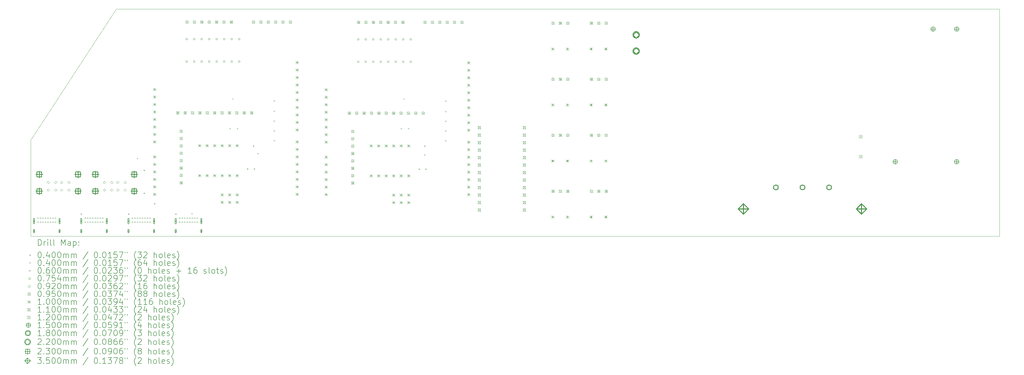
<source format=gbr>
%FSLAX45Y45*%
G04 Gerber Fmt 4.5, Leading zero omitted, Abs format (unit mm)*
G04 Created by KiCad (PCBNEW (6.0.1)) date 2023-01-17 23:26:00*
%MOMM*%
%LPD*%
G01*
G04 APERTURE LIST*
%TA.AperFunction,Profile*%
%ADD10C,0.100000*%
%TD*%
%ADD11C,0.200000*%
%ADD12C,0.040000*%
%ADD13C,0.060000*%
%ADD14C,0.075412*%
%ADD15C,0.092000*%
%ADD16C,0.095000*%
%ADD17C,0.100000*%
%ADD18C,0.110000*%
%ADD19C,0.120000*%
%ADD20C,0.150000*%
%ADD21C,0.180000*%
%ADD22C,0.220000*%
%ADD23C,0.230000*%
%ADD24C,0.350000*%
G04 APERTURE END LIST*
D10*
X4957748Y-13900000D02*
X7857748Y-9453248D01*
X7857748Y-9453248D02*
X37757748Y-9453248D01*
X37757748Y-9453248D02*
X37757748Y-17153248D01*
X37757748Y-17153248D02*
X4957748Y-17153248D01*
X4957748Y-17153248D02*
X4957748Y-13900000D01*
D11*
D12*
X6650000Y-16389748D02*
X6690000Y-16429748D01*
X6690000Y-16389748D02*
X6650000Y-16429748D01*
X8250000Y-16389748D02*
X8290000Y-16429748D01*
X8290000Y-16389748D02*
X8250000Y-16429748D01*
X8550000Y-14500000D02*
X8590000Y-14540000D01*
X8590000Y-14500000D02*
X8550000Y-14540000D01*
X8780000Y-14900000D02*
X8820000Y-14940000D01*
X8820000Y-14900000D02*
X8780000Y-14940000D01*
X8780000Y-15680000D02*
X8820000Y-15720000D01*
X8820000Y-15680000D02*
X8780000Y-15720000D01*
X9130000Y-16030000D02*
X9170000Y-16070000D01*
X9170000Y-16030000D02*
X9130000Y-16070000D01*
X9850000Y-16389748D02*
X9890000Y-16429748D01*
X9890000Y-16389748D02*
X9850000Y-16429748D01*
X10392450Y-16370000D02*
X10432450Y-16410000D01*
X10432450Y-16370000D02*
X10392450Y-16410000D01*
X11680000Y-13480000D02*
X11720000Y-13520000D01*
X11720000Y-13480000D02*
X11680000Y-13520000D01*
X11780000Y-12480000D02*
X11820000Y-12520000D01*
X11820000Y-12480000D02*
X11780000Y-12520000D01*
X11934670Y-13480000D02*
X11974670Y-13520000D01*
X11974670Y-13480000D02*
X11934670Y-13520000D01*
X12279600Y-14852400D02*
X12319600Y-14892400D01*
X12319600Y-14852400D02*
X12279600Y-14892400D01*
X12480000Y-14080000D02*
X12520000Y-14120000D01*
X12520000Y-14080000D02*
X12480000Y-14120000D01*
X12508200Y-14852400D02*
X12548200Y-14892400D01*
X12548200Y-14852400D02*
X12508200Y-14892400D01*
X12630000Y-14330000D02*
X12670000Y-14370000D01*
X12670000Y-14330000D02*
X12630000Y-14370000D01*
X13178950Y-12541000D02*
X13218950Y-12581000D01*
X13218950Y-12541000D02*
X13178950Y-12581000D01*
X13178950Y-12896600D02*
X13218950Y-12936600D01*
X13218950Y-12896600D02*
X13178950Y-12936600D01*
X13178950Y-13226800D02*
X13218950Y-13266800D01*
X13218950Y-13226800D02*
X13178950Y-13266800D01*
X13178950Y-13557000D02*
X13218950Y-13597000D01*
X13218950Y-13557000D02*
X13178950Y-13597000D01*
X13178950Y-13887200D02*
X13218950Y-13927200D01*
X13218950Y-13887200D02*
X13178950Y-13927200D01*
X17480000Y-13480000D02*
X17520000Y-13520000D01*
X17520000Y-13480000D02*
X17480000Y-13520000D01*
X17580000Y-12480000D02*
X17620000Y-12520000D01*
X17620000Y-12480000D02*
X17580000Y-12520000D01*
X17730000Y-13480000D02*
X17770000Y-13520000D01*
X17770000Y-13480000D02*
X17730000Y-13520000D01*
X18088148Y-14861448D02*
X18128148Y-14901448D01*
X18128148Y-14861448D02*
X18088148Y-14901448D01*
X18280000Y-14080000D02*
X18320000Y-14120000D01*
X18320000Y-14080000D02*
X18280000Y-14120000D01*
X18280000Y-14380000D02*
X18320000Y-14420000D01*
X18320000Y-14380000D02*
X18280000Y-14420000D01*
X18316748Y-14861448D02*
X18356748Y-14901448D01*
X18356748Y-14861448D02*
X18316748Y-14901448D01*
X18987498Y-12550048D02*
X19027498Y-12590048D01*
X19027498Y-12550048D02*
X18987498Y-12590048D01*
X18987498Y-12905648D02*
X19027498Y-12945648D01*
X19027498Y-12905648D02*
X18987498Y-12945648D01*
X18987498Y-13235848D02*
X19027498Y-13275848D01*
X19027498Y-13235848D02*
X18987498Y-13275848D01*
X18987498Y-13566048D02*
X19027498Y-13606048D01*
X19027498Y-13566048D02*
X18987498Y-13606048D01*
X18987498Y-13896248D02*
X19027498Y-13936248D01*
X19027498Y-13896248D02*
X18987498Y-13936248D01*
X5222500Y-16547248D02*
G75*
G03*
X5222500Y-16547248I-20000J0D01*
G01*
X5222500Y-16682248D02*
G75*
G03*
X5222500Y-16682248I-20000J0D01*
G01*
X5307500Y-16547248D02*
G75*
G03*
X5307500Y-16547248I-20000J0D01*
G01*
X5307500Y-16682248D02*
G75*
G03*
X5307500Y-16682248I-20000J0D01*
G01*
X5392500Y-16547248D02*
G75*
G03*
X5392500Y-16547248I-20000J0D01*
G01*
X5392500Y-16682248D02*
G75*
G03*
X5392500Y-16682248I-20000J0D01*
G01*
X5477500Y-16547248D02*
G75*
G03*
X5477500Y-16547248I-20000J0D01*
G01*
X5477500Y-16682248D02*
G75*
G03*
X5477500Y-16682248I-20000J0D01*
G01*
X5562500Y-16547248D02*
G75*
G03*
X5562500Y-16547248I-20000J0D01*
G01*
X5562500Y-16682248D02*
G75*
G03*
X5562500Y-16682248I-20000J0D01*
G01*
X5647500Y-16547248D02*
G75*
G03*
X5647500Y-16547248I-20000J0D01*
G01*
X5647500Y-16682248D02*
G75*
G03*
X5647500Y-16682248I-20000J0D01*
G01*
X5732500Y-16547248D02*
G75*
G03*
X5732500Y-16547248I-20000J0D01*
G01*
X5732500Y-16682248D02*
G75*
G03*
X5732500Y-16682248I-20000J0D01*
G01*
X5817500Y-16547248D02*
G75*
G03*
X5817500Y-16547248I-20000J0D01*
G01*
X5817500Y-16682248D02*
G75*
G03*
X5817500Y-16682248I-20000J0D01*
G01*
X6822500Y-16547248D02*
G75*
G03*
X6822500Y-16547248I-20000J0D01*
G01*
X6822500Y-16682248D02*
G75*
G03*
X6822500Y-16682248I-20000J0D01*
G01*
X6907500Y-16547248D02*
G75*
G03*
X6907500Y-16547248I-20000J0D01*
G01*
X6907500Y-16682248D02*
G75*
G03*
X6907500Y-16682248I-20000J0D01*
G01*
X6992500Y-16547248D02*
G75*
G03*
X6992500Y-16547248I-20000J0D01*
G01*
X6992500Y-16682248D02*
G75*
G03*
X6992500Y-16682248I-20000J0D01*
G01*
X7077500Y-16547248D02*
G75*
G03*
X7077500Y-16547248I-20000J0D01*
G01*
X7077500Y-16682248D02*
G75*
G03*
X7077500Y-16682248I-20000J0D01*
G01*
X7162500Y-16547248D02*
G75*
G03*
X7162500Y-16547248I-20000J0D01*
G01*
X7162500Y-16682248D02*
G75*
G03*
X7162500Y-16682248I-20000J0D01*
G01*
X7247500Y-16547248D02*
G75*
G03*
X7247500Y-16547248I-20000J0D01*
G01*
X7247500Y-16682248D02*
G75*
G03*
X7247500Y-16682248I-20000J0D01*
G01*
X7332500Y-16547248D02*
G75*
G03*
X7332500Y-16547248I-20000J0D01*
G01*
X7332500Y-16682248D02*
G75*
G03*
X7332500Y-16682248I-20000J0D01*
G01*
X7417500Y-16547248D02*
G75*
G03*
X7417500Y-16547248I-20000J0D01*
G01*
X7417500Y-16682248D02*
G75*
G03*
X7417500Y-16682248I-20000J0D01*
G01*
X8422500Y-16547248D02*
G75*
G03*
X8422500Y-16547248I-20000J0D01*
G01*
X8422500Y-16682248D02*
G75*
G03*
X8422500Y-16682248I-20000J0D01*
G01*
X8507500Y-16547248D02*
G75*
G03*
X8507500Y-16547248I-20000J0D01*
G01*
X8507500Y-16682248D02*
G75*
G03*
X8507500Y-16682248I-20000J0D01*
G01*
X8592500Y-16547248D02*
G75*
G03*
X8592500Y-16547248I-20000J0D01*
G01*
X8592500Y-16682248D02*
G75*
G03*
X8592500Y-16682248I-20000J0D01*
G01*
X8677500Y-16547248D02*
G75*
G03*
X8677500Y-16547248I-20000J0D01*
G01*
X8677500Y-16682248D02*
G75*
G03*
X8677500Y-16682248I-20000J0D01*
G01*
X8762500Y-16547248D02*
G75*
G03*
X8762500Y-16547248I-20000J0D01*
G01*
X8762500Y-16682248D02*
G75*
G03*
X8762500Y-16682248I-20000J0D01*
G01*
X8847500Y-16547248D02*
G75*
G03*
X8847500Y-16547248I-20000J0D01*
G01*
X8847500Y-16682248D02*
G75*
G03*
X8847500Y-16682248I-20000J0D01*
G01*
X8932500Y-16547248D02*
G75*
G03*
X8932500Y-16547248I-20000J0D01*
G01*
X8932500Y-16682248D02*
G75*
G03*
X8932500Y-16682248I-20000J0D01*
G01*
X9017500Y-16547248D02*
G75*
G03*
X9017500Y-16547248I-20000J0D01*
G01*
X9017500Y-16682248D02*
G75*
G03*
X9017500Y-16682248I-20000J0D01*
G01*
X10022500Y-16547248D02*
G75*
G03*
X10022500Y-16547248I-20000J0D01*
G01*
X10022500Y-16682248D02*
G75*
G03*
X10022500Y-16682248I-20000J0D01*
G01*
X10107500Y-16547248D02*
G75*
G03*
X10107500Y-16547248I-20000J0D01*
G01*
X10107500Y-16682248D02*
G75*
G03*
X10107500Y-16682248I-20000J0D01*
G01*
X10192500Y-16547248D02*
G75*
G03*
X10192500Y-16547248I-20000J0D01*
G01*
X10192500Y-16682248D02*
G75*
G03*
X10192500Y-16682248I-20000J0D01*
G01*
X10277500Y-16547248D02*
G75*
G03*
X10277500Y-16547248I-20000J0D01*
G01*
X10277500Y-16682248D02*
G75*
G03*
X10277500Y-16682248I-20000J0D01*
G01*
X10362500Y-16547248D02*
G75*
G03*
X10362500Y-16547248I-20000J0D01*
G01*
X10362500Y-16682248D02*
G75*
G03*
X10362500Y-16682248I-20000J0D01*
G01*
X10447500Y-16547248D02*
G75*
G03*
X10447500Y-16547248I-20000J0D01*
G01*
X10447500Y-16682248D02*
G75*
G03*
X10447500Y-16682248I-20000J0D01*
G01*
X10532500Y-16547248D02*
G75*
G03*
X10532500Y-16547248I-20000J0D01*
G01*
X10532500Y-16682248D02*
G75*
G03*
X10532500Y-16682248I-20000J0D01*
G01*
X10617500Y-16547248D02*
G75*
G03*
X10617500Y-16547248I-20000J0D01*
G01*
X10617500Y-16682248D02*
G75*
G03*
X10617500Y-16682248I-20000J0D01*
G01*
D13*
X5067500Y-16615248D02*
X5067500Y-16675248D01*
X5037500Y-16645248D02*
X5097500Y-16645248D01*
D11*
X5047500Y-16570248D02*
X5047500Y-16720248D01*
X5087500Y-16570248D02*
X5087500Y-16720248D01*
X5047500Y-16720248D02*
G75*
G03*
X5087500Y-16720248I20000J0D01*
G01*
X5087500Y-16570248D02*
G75*
G03*
X5047500Y-16570248I-20000J0D01*
G01*
D13*
X5067500Y-16953248D02*
X5067500Y-17013248D01*
X5037500Y-16983248D02*
X5097500Y-16983248D01*
D11*
X5047500Y-16943248D02*
X5047500Y-17023248D01*
X5087500Y-16943248D02*
X5087500Y-17023248D01*
X5047500Y-17023248D02*
G75*
G03*
X5087500Y-17023248I20000J0D01*
G01*
X5087500Y-16943248D02*
G75*
G03*
X5047500Y-16943248I-20000J0D01*
G01*
D13*
X5932500Y-16615248D02*
X5932500Y-16675248D01*
X5902500Y-16645248D02*
X5962500Y-16645248D01*
D11*
X5912500Y-16570248D02*
X5912500Y-16720248D01*
X5952500Y-16570248D02*
X5952500Y-16720248D01*
X5912500Y-16720248D02*
G75*
G03*
X5952500Y-16720248I20000J0D01*
G01*
X5952500Y-16570248D02*
G75*
G03*
X5912500Y-16570248I-20000J0D01*
G01*
D13*
X5932500Y-16953248D02*
X5932500Y-17013248D01*
X5902500Y-16983248D02*
X5962500Y-16983248D01*
D11*
X5912500Y-16943248D02*
X5912500Y-17023248D01*
X5952500Y-16943248D02*
X5952500Y-17023248D01*
X5912500Y-17023248D02*
G75*
G03*
X5952500Y-17023248I20000J0D01*
G01*
X5952500Y-16943248D02*
G75*
G03*
X5912500Y-16943248I-20000J0D01*
G01*
D13*
X6667500Y-16615248D02*
X6667500Y-16675248D01*
X6637500Y-16645248D02*
X6697500Y-16645248D01*
D11*
X6647500Y-16570248D02*
X6647500Y-16720248D01*
X6687500Y-16570248D02*
X6687500Y-16720248D01*
X6647500Y-16720248D02*
G75*
G03*
X6687500Y-16720248I20000J0D01*
G01*
X6687500Y-16570248D02*
G75*
G03*
X6647500Y-16570248I-20000J0D01*
G01*
D13*
X6667500Y-16953248D02*
X6667500Y-17013248D01*
X6637500Y-16983248D02*
X6697500Y-16983248D01*
D11*
X6647500Y-16943248D02*
X6647500Y-17023248D01*
X6687500Y-16943248D02*
X6687500Y-17023248D01*
X6647500Y-17023248D02*
G75*
G03*
X6687500Y-17023248I20000J0D01*
G01*
X6687500Y-16943248D02*
G75*
G03*
X6647500Y-16943248I-20000J0D01*
G01*
D13*
X7532500Y-16615248D02*
X7532500Y-16675248D01*
X7502500Y-16645248D02*
X7562500Y-16645248D01*
D11*
X7512500Y-16570248D02*
X7512500Y-16720248D01*
X7552500Y-16570248D02*
X7552500Y-16720248D01*
X7512500Y-16720248D02*
G75*
G03*
X7552500Y-16720248I20000J0D01*
G01*
X7552500Y-16570248D02*
G75*
G03*
X7512500Y-16570248I-20000J0D01*
G01*
D13*
X7532500Y-16953248D02*
X7532500Y-17013248D01*
X7502500Y-16983248D02*
X7562500Y-16983248D01*
D11*
X7512500Y-16943248D02*
X7512500Y-17023248D01*
X7552500Y-16943248D02*
X7552500Y-17023248D01*
X7512500Y-17023248D02*
G75*
G03*
X7552500Y-17023248I20000J0D01*
G01*
X7552500Y-16943248D02*
G75*
G03*
X7512500Y-16943248I-20000J0D01*
G01*
D13*
X8267500Y-16615248D02*
X8267500Y-16675248D01*
X8237500Y-16645248D02*
X8297500Y-16645248D01*
D11*
X8247500Y-16570248D02*
X8247500Y-16720248D01*
X8287500Y-16570248D02*
X8287500Y-16720248D01*
X8247500Y-16720248D02*
G75*
G03*
X8287500Y-16720248I20000J0D01*
G01*
X8287500Y-16570248D02*
G75*
G03*
X8247500Y-16570248I-20000J0D01*
G01*
D13*
X8267500Y-16953248D02*
X8267500Y-17013248D01*
X8237500Y-16983248D02*
X8297500Y-16983248D01*
D11*
X8247500Y-16943248D02*
X8247500Y-17023248D01*
X8287500Y-16943248D02*
X8287500Y-17023248D01*
X8247500Y-17023248D02*
G75*
G03*
X8287500Y-17023248I20000J0D01*
G01*
X8287500Y-16943248D02*
G75*
G03*
X8247500Y-16943248I-20000J0D01*
G01*
D13*
X9132500Y-16615248D02*
X9132500Y-16675248D01*
X9102500Y-16645248D02*
X9162500Y-16645248D01*
D11*
X9112500Y-16570248D02*
X9112500Y-16720248D01*
X9152500Y-16570248D02*
X9152500Y-16720248D01*
X9112500Y-16720248D02*
G75*
G03*
X9152500Y-16720248I20000J0D01*
G01*
X9152500Y-16570248D02*
G75*
G03*
X9112500Y-16570248I-20000J0D01*
G01*
D13*
X9132500Y-16953248D02*
X9132500Y-17013248D01*
X9102500Y-16983248D02*
X9162500Y-16983248D01*
D11*
X9112500Y-16943248D02*
X9112500Y-17023248D01*
X9152500Y-16943248D02*
X9152500Y-17023248D01*
X9112500Y-17023248D02*
G75*
G03*
X9152500Y-17023248I20000J0D01*
G01*
X9152500Y-16943248D02*
G75*
G03*
X9112500Y-16943248I-20000J0D01*
G01*
D13*
X9867500Y-16615248D02*
X9867500Y-16675248D01*
X9837500Y-16645248D02*
X9897500Y-16645248D01*
D11*
X9847500Y-16570248D02*
X9847500Y-16720248D01*
X9887500Y-16570248D02*
X9887500Y-16720248D01*
X9847500Y-16720248D02*
G75*
G03*
X9887500Y-16720248I20000J0D01*
G01*
X9887500Y-16570248D02*
G75*
G03*
X9847500Y-16570248I-20000J0D01*
G01*
D13*
X9867500Y-16953248D02*
X9867500Y-17013248D01*
X9837500Y-16983248D02*
X9897500Y-16983248D01*
D11*
X9847500Y-16943248D02*
X9847500Y-17023248D01*
X9887500Y-16943248D02*
X9887500Y-17023248D01*
X9847500Y-17023248D02*
G75*
G03*
X9887500Y-17023248I20000J0D01*
G01*
X9887500Y-16943248D02*
G75*
G03*
X9847500Y-16943248I-20000J0D01*
G01*
D13*
X10732500Y-16615248D02*
X10732500Y-16675248D01*
X10702500Y-16645248D02*
X10762500Y-16645248D01*
D11*
X10712500Y-16570248D02*
X10712500Y-16720248D01*
X10752500Y-16570248D02*
X10752500Y-16720248D01*
X10712500Y-16720248D02*
G75*
G03*
X10752500Y-16720248I20000J0D01*
G01*
X10752500Y-16570248D02*
G75*
G03*
X10712500Y-16570248I-20000J0D01*
G01*
D13*
X10732500Y-16953248D02*
X10732500Y-17013248D01*
X10702500Y-16983248D02*
X10762500Y-16983248D01*
D11*
X10712500Y-16943248D02*
X10712500Y-17023248D01*
X10752500Y-16943248D02*
X10752500Y-17023248D01*
X10712500Y-17023248D02*
G75*
G03*
X10752500Y-17023248I20000J0D01*
G01*
X10752500Y-16943248D02*
G75*
G03*
X10712500Y-16943248I-20000J0D01*
G01*
D14*
X10261863Y-10495863D02*
X10261863Y-10442537D01*
X10208537Y-10442537D01*
X10208537Y-10495863D01*
X10261863Y-10495863D01*
X10261863Y-11257863D02*
X10261863Y-11204537D01*
X10208537Y-11204537D01*
X10208537Y-11257863D01*
X10261863Y-11257863D01*
X10515863Y-10495863D02*
X10515863Y-10442537D01*
X10462537Y-10442537D01*
X10462537Y-10495863D01*
X10515863Y-10495863D01*
X10515863Y-11257863D02*
X10515863Y-11204537D01*
X10462537Y-11204537D01*
X10462537Y-11257863D01*
X10515863Y-11257863D01*
X10769863Y-10495863D02*
X10769863Y-10442537D01*
X10716537Y-10442537D01*
X10716537Y-10495863D01*
X10769863Y-10495863D01*
X10769863Y-11257863D02*
X10769863Y-11204537D01*
X10716537Y-11204537D01*
X10716537Y-11257863D01*
X10769863Y-11257863D01*
X11023863Y-10495863D02*
X11023863Y-10442537D01*
X10970537Y-10442537D01*
X10970537Y-10495863D01*
X11023863Y-10495863D01*
X11023863Y-11257863D02*
X11023863Y-11204537D01*
X10970537Y-11204537D01*
X10970537Y-11257863D01*
X11023863Y-11257863D01*
X11277863Y-10495863D02*
X11277863Y-10442537D01*
X11224537Y-10442537D01*
X11224537Y-10495863D01*
X11277863Y-10495863D01*
X11277863Y-11257863D02*
X11277863Y-11204537D01*
X11224537Y-11204537D01*
X11224537Y-11257863D01*
X11277863Y-11257863D01*
X11531863Y-10495863D02*
X11531863Y-10442537D01*
X11478537Y-10442537D01*
X11478537Y-10495863D01*
X11531863Y-10495863D01*
X11531863Y-11257863D02*
X11531863Y-11204537D01*
X11478537Y-11204537D01*
X11478537Y-11257863D01*
X11531863Y-11257863D01*
X11785863Y-10495863D02*
X11785863Y-10442537D01*
X11732537Y-10442537D01*
X11732537Y-10495863D01*
X11785863Y-10495863D01*
X11785863Y-11257863D02*
X11785863Y-11204537D01*
X11732537Y-11204537D01*
X11732537Y-11257863D01*
X11785863Y-11257863D01*
X12039863Y-10495863D02*
X12039863Y-10442537D01*
X11986537Y-10442537D01*
X11986537Y-10495863D01*
X12039863Y-10495863D01*
X12039863Y-11257863D02*
X12039863Y-11204537D01*
X11986537Y-11204537D01*
X11986537Y-11257863D01*
X12039863Y-11257863D01*
X16070411Y-10504911D02*
X16070411Y-10451585D01*
X16017085Y-10451585D01*
X16017085Y-10504911D01*
X16070411Y-10504911D01*
X16070411Y-11266911D02*
X16070411Y-11213585D01*
X16017085Y-11213585D01*
X16017085Y-11266911D01*
X16070411Y-11266911D01*
X16324411Y-10504911D02*
X16324411Y-10451585D01*
X16271085Y-10451585D01*
X16271085Y-10504911D01*
X16324411Y-10504911D01*
X16324411Y-11266911D02*
X16324411Y-11213585D01*
X16271085Y-11213585D01*
X16271085Y-11266911D01*
X16324411Y-11266911D01*
X16578411Y-10504911D02*
X16578411Y-10451585D01*
X16525085Y-10451585D01*
X16525085Y-10504911D01*
X16578411Y-10504911D01*
X16578411Y-11266911D02*
X16578411Y-11213585D01*
X16525085Y-11213585D01*
X16525085Y-11266911D01*
X16578411Y-11266911D01*
X16832411Y-10504911D02*
X16832411Y-10451585D01*
X16779085Y-10451585D01*
X16779085Y-10504911D01*
X16832411Y-10504911D01*
X16832411Y-11266911D02*
X16832411Y-11213585D01*
X16779085Y-11213585D01*
X16779085Y-11266911D01*
X16832411Y-11266911D01*
X17086411Y-10504911D02*
X17086411Y-10451585D01*
X17033085Y-10451585D01*
X17033085Y-10504911D01*
X17086411Y-10504911D01*
X17086411Y-11266911D02*
X17086411Y-11213585D01*
X17033085Y-11213585D01*
X17033085Y-11266911D01*
X17086411Y-11266911D01*
X17340411Y-10504911D02*
X17340411Y-10451585D01*
X17287085Y-10451585D01*
X17287085Y-10504911D01*
X17340411Y-10504911D01*
X17340411Y-11266911D02*
X17340411Y-11213585D01*
X17287085Y-11213585D01*
X17287085Y-11266911D01*
X17340411Y-11266911D01*
X17594411Y-10504911D02*
X17594411Y-10451585D01*
X17541085Y-10451585D01*
X17541085Y-10504911D01*
X17594411Y-10504911D01*
X17594411Y-11266911D02*
X17594411Y-11213585D01*
X17541085Y-11213585D01*
X17541085Y-11266911D01*
X17594411Y-11266911D01*
X17848411Y-10504911D02*
X17848411Y-10451585D01*
X17795085Y-10451585D01*
X17795085Y-10504911D01*
X17848411Y-10504911D01*
X17848411Y-11266911D02*
X17848411Y-11213585D01*
X17795085Y-11213585D01*
X17795085Y-11266911D01*
X17848411Y-11266911D01*
D15*
X5550000Y-15374470D02*
X5596000Y-15328470D01*
X5550000Y-15282470D01*
X5504000Y-15328470D01*
X5550000Y-15374470D01*
X5550000Y-15636470D02*
X5596000Y-15590470D01*
X5550000Y-15544470D01*
X5504000Y-15590470D01*
X5550000Y-15636470D01*
X5800000Y-15374470D02*
X5846000Y-15328470D01*
X5800000Y-15282470D01*
X5754000Y-15328470D01*
X5800000Y-15374470D01*
X5800000Y-15636470D02*
X5846000Y-15590470D01*
X5800000Y-15544470D01*
X5754000Y-15590470D01*
X5800000Y-15636470D01*
X6000000Y-15374470D02*
X6046000Y-15328470D01*
X6000000Y-15282470D01*
X5954000Y-15328470D01*
X6000000Y-15374470D01*
X6000000Y-15636470D02*
X6046000Y-15590470D01*
X6000000Y-15544470D01*
X5954000Y-15590470D01*
X6000000Y-15636470D01*
X6250000Y-15374470D02*
X6296000Y-15328470D01*
X6250000Y-15282470D01*
X6204000Y-15328470D01*
X6250000Y-15374470D01*
X6250000Y-15636470D02*
X6296000Y-15590470D01*
X6250000Y-15544470D01*
X6204000Y-15590470D01*
X6250000Y-15636470D01*
X7450000Y-15374470D02*
X7496000Y-15328470D01*
X7450000Y-15282470D01*
X7404000Y-15328470D01*
X7450000Y-15374470D01*
X7450000Y-15636470D02*
X7496000Y-15590470D01*
X7450000Y-15544470D01*
X7404000Y-15590470D01*
X7450000Y-15636470D01*
X7700000Y-15374470D02*
X7746000Y-15328470D01*
X7700000Y-15282470D01*
X7654000Y-15328470D01*
X7700000Y-15374470D01*
X7700000Y-15636470D02*
X7746000Y-15590470D01*
X7700000Y-15544470D01*
X7654000Y-15590470D01*
X7700000Y-15636470D01*
X7900000Y-15374470D02*
X7946000Y-15328470D01*
X7900000Y-15282470D01*
X7854000Y-15328470D01*
X7900000Y-15374470D01*
X7900000Y-15636470D02*
X7946000Y-15590470D01*
X7900000Y-15544470D01*
X7854000Y-15590470D01*
X7900000Y-15636470D01*
X8150000Y-15374470D02*
X8196000Y-15328470D01*
X8150000Y-15282470D01*
X8104000Y-15328470D01*
X8150000Y-15374470D01*
X8150000Y-15636470D02*
X8196000Y-15590470D01*
X8150000Y-15544470D01*
X8104000Y-15590470D01*
X8150000Y-15636470D01*
D16*
X9888500Y-12926700D02*
X9983500Y-13021700D01*
X9983500Y-12926700D02*
X9888500Y-13021700D01*
X9983500Y-12974200D02*
G75*
G03*
X9983500Y-12974200I-47500J0D01*
G01*
X10001700Y-13546700D02*
X10096700Y-13641700D01*
X10096700Y-13546700D02*
X10001700Y-13641700D01*
X10096700Y-13594200D02*
G75*
G03*
X10096700Y-13594200I-47500J0D01*
G01*
X10001700Y-13796700D02*
X10096700Y-13891700D01*
X10096700Y-13796700D02*
X10001700Y-13891700D01*
X10096700Y-13844200D02*
G75*
G03*
X10096700Y-13844200I-47500J0D01*
G01*
X10001700Y-14046700D02*
X10096700Y-14141700D01*
X10096700Y-14046700D02*
X10001700Y-14141700D01*
X10096700Y-14094200D02*
G75*
G03*
X10096700Y-14094200I-47500J0D01*
G01*
X10001700Y-14296700D02*
X10096700Y-14391700D01*
X10096700Y-14296700D02*
X10001700Y-14391700D01*
X10096700Y-14344200D02*
G75*
G03*
X10096700Y-14344200I-47500J0D01*
G01*
X10001700Y-14546700D02*
X10096700Y-14641700D01*
X10096700Y-14546700D02*
X10001700Y-14641700D01*
X10096700Y-14594200D02*
G75*
G03*
X10096700Y-14594200I-47500J0D01*
G01*
X10001700Y-14796700D02*
X10096700Y-14891700D01*
X10096700Y-14796700D02*
X10001700Y-14891700D01*
X10096700Y-14844200D02*
G75*
G03*
X10096700Y-14844200I-47500J0D01*
G01*
X10001700Y-15046700D02*
X10096700Y-15141700D01*
X10096700Y-15046700D02*
X10001700Y-15141700D01*
X10096700Y-15094200D02*
G75*
G03*
X10096700Y-15094200I-47500J0D01*
G01*
X10001700Y-15296700D02*
X10096700Y-15391700D01*
X10096700Y-15296700D02*
X10001700Y-15391700D01*
X10096700Y-15344200D02*
G75*
G03*
X10096700Y-15344200I-47500J0D01*
G01*
X10138500Y-12926700D02*
X10233500Y-13021700D01*
X10233500Y-12926700D02*
X10138500Y-13021700D01*
X10233500Y-12974200D02*
G75*
G03*
X10233500Y-12974200I-47500J0D01*
G01*
X10201700Y-9846700D02*
X10296700Y-9941700D01*
X10296700Y-9846700D02*
X10201700Y-9941700D01*
X10296700Y-9894200D02*
G75*
G03*
X10296700Y-9894200I-47500J0D01*
G01*
X10388500Y-12926700D02*
X10483500Y-13021700D01*
X10483500Y-12926700D02*
X10388500Y-13021700D01*
X10483500Y-12974200D02*
G75*
G03*
X10483500Y-12974200I-47500J0D01*
G01*
X10451700Y-9846700D02*
X10546700Y-9941700D01*
X10546700Y-9846700D02*
X10451700Y-9941700D01*
X10546700Y-9894200D02*
G75*
G03*
X10546700Y-9894200I-47500J0D01*
G01*
X10638500Y-12926700D02*
X10733500Y-13021700D01*
X10733500Y-12926700D02*
X10638500Y-13021700D01*
X10733500Y-12974200D02*
G75*
G03*
X10733500Y-12974200I-47500J0D01*
G01*
X10701700Y-9846700D02*
X10796700Y-9941700D01*
X10796700Y-9846700D02*
X10701700Y-9941700D01*
X10796700Y-9894200D02*
G75*
G03*
X10796700Y-9894200I-47500J0D01*
G01*
X10888500Y-12926700D02*
X10983500Y-13021700D01*
X10983500Y-12926700D02*
X10888500Y-13021700D01*
X10983500Y-12974200D02*
G75*
G03*
X10983500Y-12974200I-47500J0D01*
G01*
X10951700Y-9846700D02*
X11046700Y-9941700D01*
X11046700Y-9846700D02*
X10951700Y-9941700D01*
X11046700Y-9894200D02*
G75*
G03*
X11046700Y-9894200I-47500J0D01*
G01*
X11138500Y-12926700D02*
X11233500Y-13021700D01*
X11233500Y-12926700D02*
X11138500Y-13021700D01*
X11233500Y-12974200D02*
G75*
G03*
X11233500Y-12974200I-47500J0D01*
G01*
X11201700Y-9846700D02*
X11296700Y-9941700D01*
X11296700Y-9846700D02*
X11201700Y-9941700D01*
X11296700Y-9894200D02*
G75*
G03*
X11296700Y-9894200I-47500J0D01*
G01*
X11388500Y-12926700D02*
X11483500Y-13021700D01*
X11483500Y-12926700D02*
X11388500Y-13021700D01*
X11483500Y-12974200D02*
G75*
G03*
X11483500Y-12974200I-47500J0D01*
G01*
X11451700Y-9846700D02*
X11546700Y-9941700D01*
X11546700Y-9846700D02*
X11451700Y-9941700D01*
X11546700Y-9894200D02*
G75*
G03*
X11546700Y-9894200I-47500J0D01*
G01*
X11638500Y-12926700D02*
X11733500Y-13021700D01*
X11733500Y-12926700D02*
X11638500Y-13021700D01*
X11733500Y-12974200D02*
G75*
G03*
X11733500Y-12974200I-47500J0D01*
G01*
X11701700Y-9846700D02*
X11796700Y-9941700D01*
X11796700Y-9846700D02*
X11701700Y-9941700D01*
X11796700Y-9894200D02*
G75*
G03*
X11796700Y-9894200I-47500J0D01*
G01*
X11888500Y-12926700D02*
X11983500Y-13021700D01*
X11983500Y-12926700D02*
X11888500Y-13021700D01*
X11983500Y-12974200D02*
G75*
G03*
X11983500Y-12974200I-47500J0D01*
G01*
X12138500Y-12926700D02*
X12233500Y-13021700D01*
X12233500Y-12926700D02*
X12138500Y-13021700D01*
X12233500Y-12974200D02*
G75*
G03*
X12233500Y-12974200I-47500J0D01*
G01*
X12388500Y-12926700D02*
X12483500Y-13021700D01*
X12483500Y-12926700D02*
X12388500Y-13021700D01*
X12483500Y-12974200D02*
G75*
G03*
X12483500Y-12974200I-47500J0D01*
G01*
X12451700Y-9846700D02*
X12546700Y-9941700D01*
X12546700Y-9846700D02*
X12451700Y-9941700D01*
X12546700Y-9894200D02*
G75*
G03*
X12546700Y-9894200I-47500J0D01*
G01*
X12701700Y-9846700D02*
X12796700Y-9941700D01*
X12796700Y-9846700D02*
X12701700Y-9941700D01*
X12796700Y-9894200D02*
G75*
G03*
X12796700Y-9894200I-47500J0D01*
G01*
X12951700Y-9846700D02*
X13046700Y-9941700D01*
X13046700Y-9846700D02*
X12951700Y-9941700D01*
X13046700Y-9894200D02*
G75*
G03*
X13046700Y-9894200I-47500J0D01*
G01*
X13201700Y-9846700D02*
X13296700Y-9941700D01*
X13296700Y-9846700D02*
X13201700Y-9941700D01*
X13296700Y-9894200D02*
G75*
G03*
X13296700Y-9894200I-47500J0D01*
G01*
X13451700Y-9846700D02*
X13546700Y-9941700D01*
X13546700Y-9846700D02*
X13451700Y-9941700D01*
X13546700Y-9894200D02*
G75*
G03*
X13546700Y-9894200I-47500J0D01*
G01*
X13701700Y-9846700D02*
X13796700Y-9941700D01*
X13796700Y-9846700D02*
X13701700Y-9941700D01*
X13796700Y-9894200D02*
G75*
G03*
X13796700Y-9894200I-47500J0D01*
G01*
X15697048Y-12935748D02*
X15792048Y-13030748D01*
X15792048Y-12935748D02*
X15697048Y-13030748D01*
X15792048Y-12983248D02*
G75*
G03*
X15792048Y-12983248I-47500J0D01*
G01*
X15810248Y-13555748D02*
X15905248Y-13650748D01*
X15905248Y-13555748D02*
X15810248Y-13650748D01*
X15905248Y-13603248D02*
G75*
G03*
X15905248Y-13603248I-47500J0D01*
G01*
X15810248Y-13805748D02*
X15905248Y-13900748D01*
X15905248Y-13805748D02*
X15810248Y-13900748D01*
X15905248Y-13853248D02*
G75*
G03*
X15905248Y-13853248I-47500J0D01*
G01*
X15810248Y-14055748D02*
X15905248Y-14150748D01*
X15905248Y-14055748D02*
X15810248Y-14150748D01*
X15905248Y-14103248D02*
G75*
G03*
X15905248Y-14103248I-47500J0D01*
G01*
X15810248Y-14305748D02*
X15905248Y-14400748D01*
X15905248Y-14305748D02*
X15810248Y-14400748D01*
X15905248Y-14353248D02*
G75*
G03*
X15905248Y-14353248I-47500J0D01*
G01*
X15810248Y-14555748D02*
X15905248Y-14650748D01*
X15905248Y-14555748D02*
X15810248Y-14650748D01*
X15905248Y-14603248D02*
G75*
G03*
X15905248Y-14603248I-47500J0D01*
G01*
X15810248Y-14805748D02*
X15905248Y-14900748D01*
X15905248Y-14805748D02*
X15810248Y-14900748D01*
X15905248Y-14853248D02*
G75*
G03*
X15905248Y-14853248I-47500J0D01*
G01*
X15810248Y-15055748D02*
X15905248Y-15150748D01*
X15905248Y-15055748D02*
X15810248Y-15150748D01*
X15905248Y-15103248D02*
G75*
G03*
X15905248Y-15103248I-47500J0D01*
G01*
X15810248Y-15305748D02*
X15905248Y-15400748D01*
X15905248Y-15305748D02*
X15810248Y-15400748D01*
X15905248Y-15353248D02*
G75*
G03*
X15905248Y-15353248I-47500J0D01*
G01*
X15947048Y-12935748D02*
X16042048Y-13030748D01*
X16042048Y-12935748D02*
X15947048Y-13030748D01*
X16042048Y-12983248D02*
G75*
G03*
X16042048Y-12983248I-47500J0D01*
G01*
X16010248Y-9855748D02*
X16105248Y-9950748D01*
X16105248Y-9855748D02*
X16010248Y-9950748D01*
X16105248Y-9903248D02*
G75*
G03*
X16105248Y-9903248I-47500J0D01*
G01*
X16197048Y-12935748D02*
X16292048Y-13030748D01*
X16292048Y-12935748D02*
X16197048Y-13030748D01*
X16292048Y-12983248D02*
G75*
G03*
X16292048Y-12983248I-47500J0D01*
G01*
X16260248Y-9855748D02*
X16355248Y-9950748D01*
X16355248Y-9855748D02*
X16260248Y-9950748D01*
X16355248Y-9903248D02*
G75*
G03*
X16355248Y-9903248I-47500J0D01*
G01*
X16447048Y-12935748D02*
X16542048Y-13030748D01*
X16542048Y-12935748D02*
X16447048Y-13030748D01*
X16542048Y-12983248D02*
G75*
G03*
X16542048Y-12983248I-47500J0D01*
G01*
X16510248Y-9855748D02*
X16605248Y-9950748D01*
X16605248Y-9855748D02*
X16510248Y-9950748D01*
X16605248Y-9903248D02*
G75*
G03*
X16605248Y-9903248I-47500J0D01*
G01*
X16697048Y-12935748D02*
X16792048Y-13030748D01*
X16792048Y-12935748D02*
X16697048Y-13030748D01*
X16792048Y-12983248D02*
G75*
G03*
X16792048Y-12983248I-47500J0D01*
G01*
X16760248Y-9855748D02*
X16855248Y-9950748D01*
X16855248Y-9855748D02*
X16760248Y-9950748D01*
X16855248Y-9903248D02*
G75*
G03*
X16855248Y-9903248I-47500J0D01*
G01*
X16947048Y-12935748D02*
X17042048Y-13030748D01*
X17042048Y-12935748D02*
X16947048Y-13030748D01*
X17042048Y-12983248D02*
G75*
G03*
X17042048Y-12983248I-47500J0D01*
G01*
X17010248Y-9855748D02*
X17105248Y-9950748D01*
X17105248Y-9855748D02*
X17010248Y-9950748D01*
X17105248Y-9903248D02*
G75*
G03*
X17105248Y-9903248I-47500J0D01*
G01*
X17197048Y-12935748D02*
X17292048Y-13030748D01*
X17292048Y-12935748D02*
X17197048Y-13030748D01*
X17292048Y-12983248D02*
G75*
G03*
X17292048Y-12983248I-47500J0D01*
G01*
X17260248Y-9855748D02*
X17355248Y-9950748D01*
X17355248Y-9855748D02*
X17260248Y-9950748D01*
X17355248Y-9903248D02*
G75*
G03*
X17355248Y-9903248I-47500J0D01*
G01*
X17447048Y-12935748D02*
X17542048Y-13030748D01*
X17542048Y-12935748D02*
X17447048Y-13030748D01*
X17542048Y-12983248D02*
G75*
G03*
X17542048Y-12983248I-47500J0D01*
G01*
X17510248Y-9855748D02*
X17605248Y-9950748D01*
X17605248Y-9855748D02*
X17510248Y-9950748D01*
X17605248Y-9903248D02*
G75*
G03*
X17605248Y-9903248I-47500J0D01*
G01*
X17697048Y-12935748D02*
X17792048Y-13030748D01*
X17792048Y-12935748D02*
X17697048Y-13030748D01*
X17792048Y-12983248D02*
G75*
G03*
X17792048Y-12983248I-47500J0D01*
G01*
X17947048Y-12935748D02*
X18042048Y-13030748D01*
X18042048Y-12935748D02*
X17947048Y-13030748D01*
X18042048Y-12983248D02*
G75*
G03*
X18042048Y-12983248I-47500J0D01*
G01*
X18197048Y-12935748D02*
X18292048Y-13030748D01*
X18292048Y-12935748D02*
X18197048Y-13030748D01*
X18292048Y-12983248D02*
G75*
G03*
X18292048Y-12983248I-47500J0D01*
G01*
X18260248Y-9855748D02*
X18355248Y-9950748D01*
X18355248Y-9855748D02*
X18260248Y-9950748D01*
X18355248Y-9903248D02*
G75*
G03*
X18355248Y-9903248I-47500J0D01*
G01*
X18510248Y-9855748D02*
X18605248Y-9950748D01*
X18605248Y-9855748D02*
X18510248Y-9950748D01*
X18605248Y-9903248D02*
G75*
G03*
X18605248Y-9903248I-47500J0D01*
G01*
X18760248Y-9855748D02*
X18855248Y-9950748D01*
X18855248Y-9855748D02*
X18760248Y-9950748D01*
X18855248Y-9903248D02*
G75*
G03*
X18855248Y-9903248I-47500J0D01*
G01*
X19010248Y-9855748D02*
X19105248Y-9950748D01*
X19105248Y-9855748D02*
X19010248Y-9950748D01*
X19105248Y-9903248D02*
G75*
G03*
X19105248Y-9903248I-47500J0D01*
G01*
X19260248Y-9855748D02*
X19355248Y-9950748D01*
X19355248Y-9855748D02*
X19260248Y-9950748D01*
X19355248Y-9903248D02*
G75*
G03*
X19355248Y-9903248I-47500J0D01*
G01*
X19510248Y-9855748D02*
X19605248Y-9950748D01*
X19605248Y-9855748D02*
X19510248Y-9950748D01*
X19605248Y-9903248D02*
G75*
G03*
X19605248Y-9903248I-47500J0D01*
G01*
X22594086Y-9885748D02*
X22689086Y-9980748D01*
X22689086Y-9885748D02*
X22594086Y-9980748D01*
X22689086Y-9933248D02*
G75*
G03*
X22689086Y-9933248I-47500J0D01*
G01*
X22594086Y-11785748D02*
X22689086Y-11880748D01*
X22689086Y-11785748D02*
X22594086Y-11880748D01*
X22689086Y-11833248D02*
G75*
G03*
X22689086Y-11833248I-47500J0D01*
G01*
X22594086Y-13685748D02*
X22689086Y-13780748D01*
X22689086Y-13685748D02*
X22594086Y-13780748D01*
X22689086Y-13733248D02*
G75*
G03*
X22689086Y-13733248I-47500J0D01*
G01*
X22594086Y-15585748D02*
X22689086Y-15680748D01*
X22689086Y-15585748D02*
X22594086Y-15680748D01*
X22689086Y-15633248D02*
G75*
G03*
X22689086Y-15633248I-47500J0D01*
G01*
X22844086Y-9885748D02*
X22939086Y-9980748D01*
X22939086Y-9885748D02*
X22844086Y-9980748D01*
X22939086Y-9933248D02*
G75*
G03*
X22939086Y-9933248I-47500J0D01*
G01*
X22844086Y-11785748D02*
X22939086Y-11880748D01*
X22939086Y-11785748D02*
X22844086Y-11880748D01*
X22939086Y-11833248D02*
G75*
G03*
X22939086Y-11833248I-47500J0D01*
G01*
X22844086Y-13685748D02*
X22939086Y-13780748D01*
X22939086Y-13685748D02*
X22844086Y-13780748D01*
X22939086Y-13733248D02*
G75*
G03*
X22939086Y-13733248I-47500J0D01*
G01*
X22844086Y-15585748D02*
X22939086Y-15680748D01*
X22939086Y-15585748D02*
X22844086Y-15680748D01*
X22939086Y-15633248D02*
G75*
G03*
X22939086Y-15633248I-47500J0D01*
G01*
X23094086Y-9885748D02*
X23189086Y-9980748D01*
X23189086Y-9885748D02*
X23094086Y-9980748D01*
X23189086Y-9933248D02*
G75*
G03*
X23189086Y-9933248I-47500J0D01*
G01*
X23094086Y-11785748D02*
X23189086Y-11880748D01*
X23189086Y-11785748D02*
X23094086Y-11880748D01*
X23189086Y-11833248D02*
G75*
G03*
X23189086Y-11833248I-47500J0D01*
G01*
X23094086Y-13685748D02*
X23189086Y-13780748D01*
X23189086Y-13685748D02*
X23094086Y-13780748D01*
X23189086Y-13733248D02*
G75*
G03*
X23189086Y-13733248I-47500J0D01*
G01*
X23094086Y-15585748D02*
X23189086Y-15680748D01*
X23189086Y-15585748D02*
X23094086Y-15680748D01*
X23189086Y-15633248D02*
G75*
G03*
X23189086Y-15633248I-47500J0D01*
G01*
X23894086Y-9885748D02*
X23989086Y-9980748D01*
X23989086Y-9885748D02*
X23894086Y-9980748D01*
X23989086Y-9933248D02*
G75*
G03*
X23989086Y-9933248I-47500J0D01*
G01*
X23894086Y-11785748D02*
X23989086Y-11880748D01*
X23989086Y-11785748D02*
X23894086Y-11880748D01*
X23989086Y-11833248D02*
G75*
G03*
X23989086Y-11833248I-47500J0D01*
G01*
X23894086Y-13685748D02*
X23989086Y-13780748D01*
X23989086Y-13685748D02*
X23894086Y-13780748D01*
X23989086Y-13733248D02*
G75*
G03*
X23989086Y-13733248I-47500J0D01*
G01*
X23894086Y-15585748D02*
X23989086Y-15680748D01*
X23989086Y-15585748D02*
X23894086Y-15680748D01*
X23989086Y-15633248D02*
G75*
G03*
X23989086Y-15633248I-47500J0D01*
G01*
X24144086Y-9885748D02*
X24239086Y-9980748D01*
X24239086Y-9885748D02*
X24144086Y-9980748D01*
X24239086Y-9933248D02*
G75*
G03*
X24239086Y-9933248I-47500J0D01*
G01*
X24144086Y-11785748D02*
X24239086Y-11880748D01*
X24239086Y-11785748D02*
X24144086Y-11880748D01*
X24239086Y-11833248D02*
G75*
G03*
X24239086Y-11833248I-47500J0D01*
G01*
X24144086Y-13685748D02*
X24239086Y-13780748D01*
X24239086Y-13685748D02*
X24144086Y-13780748D01*
X24239086Y-13733248D02*
G75*
G03*
X24239086Y-13733248I-47500J0D01*
G01*
X24144086Y-15585748D02*
X24239086Y-15680748D01*
X24239086Y-15585748D02*
X24144086Y-15680748D01*
X24239086Y-15633248D02*
G75*
G03*
X24239086Y-15633248I-47500J0D01*
G01*
X24394086Y-9885748D02*
X24489086Y-9980748D01*
X24489086Y-9885748D02*
X24394086Y-9980748D01*
X24489086Y-9933248D02*
G75*
G03*
X24489086Y-9933248I-47500J0D01*
G01*
X24394086Y-11785748D02*
X24489086Y-11880748D01*
X24489086Y-11785748D02*
X24394086Y-11880748D01*
X24489086Y-11833248D02*
G75*
G03*
X24489086Y-11833248I-47500J0D01*
G01*
X24394086Y-13685748D02*
X24489086Y-13780748D01*
X24489086Y-13685748D02*
X24394086Y-13780748D01*
X24489086Y-13733248D02*
G75*
G03*
X24489086Y-13733248I-47500J0D01*
G01*
X24394086Y-15585748D02*
X24489086Y-15680748D01*
X24489086Y-15585748D02*
X24394086Y-15680748D01*
X24489086Y-15633248D02*
G75*
G03*
X24489086Y-15633248I-47500J0D01*
G01*
D17*
X9100000Y-12130000D02*
X9200000Y-12230000D01*
X9200000Y-12130000D02*
X9100000Y-12230000D01*
X9150000Y-12130000D02*
X9150000Y-12230000D01*
X9100000Y-12180000D02*
X9200000Y-12180000D01*
X9100000Y-12384000D02*
X9200000Y-12484000D01*
X9200000Y-12384000D02*
X9100000Y-12484000D01*
X9150000Y-12384000D02*
X9150000Y-12484000D01*
X9100000Y-12434000D02*
X9200000Y-12434000D01*
X9100000Y-12638000D02*
X9200000Y-12738000D01*
X9200000Y-12638000D02*
X9100000Y-12738000D01*
X9150000Y-12638000D02*
X9150000Y-12738000D01*
X9100000Y-12688000D02*
X9200000Y-12688000D01*
X9100000Y-12892000D02*
X9200000Y-12992000D01*
X9200000Y-12892000D02*
X9100000Y-12992000D01*
X9150000Y-12892000D02*
X9150000Y-12992000D01*
X9100000Y-12942000D02*
X9200000Y-12942000D01*
X9100000Y-13146000D02*
X9200000Y-13246000D01*
X9200000Y-13146000D02*
X9100000Y-13246000D01*
X9150000Y-13146000D02*
X9150000Y-13246000D01*
X9100000Y-13196000D02*
X9200000Y-13196000D01*
X9100000Y-13400000D02*
X9200000Y-13500000D01*
X9200000Y-13400000D02*
X9100000Y-13500000D01*
X9150000Y-13400000D02*
X9150000Y-13500000D01*
X9100000Y-13450000D02*
X9200000Y-13450000D01*
X9100000Y-13654000D02*
X9200000Y-13754000D01*
X9200000Y-13654000D02*
X9100000Y-13754000D01*
X9150000Y-13654000D02*
X9150000Y-13754000D01*
X9100000Y-13704000D02*
X9200000Y-13704000D01*
X9100000Y-13908000D02*
X9200000Y-14008000D01*
X9200000Y-13908000D02*
X9100000Y-14008000D01*
X9150000Y-13908000D02*
X9150000Y-14008000D01*
X9100000Y-13958000D02*
X9200000Y-13958000D01*
X9100000Y-14416000D02*
X9200000Y-14516000D01*
X9200000Y-14416000D02*
X9100000Y-14516000D01*
X9150000Y-14416000D02*
X9150000Y-14516000D01*
X9100000Y-14466000D02*
X9200000Y-14466000D01*
X9100000Y-14670000D02*
X9200000Y-14770000D01*
X9200000Y-14670000D02*
X9100000Y-14770000D01*
X9150000Y-14670000D02*
X9150000Y-14770000D01*
X9100000Y-14720000D02*
X9200000Y-14720000D01*
X9100000Y-14924000D02*
X9200000Y-15024000D01*
X9200000Y-14924000D02*
X9100000Y-15024000D01*
X9150000Y-14924000D02*
X9150000Y-15024000D01*
X9100000Y-14974000D02*
X9200000Y-14974000D01*
X9100000Y-15178000D02*
X9200000Y-15278000D01*
X9200000Y-15178000D02*
X9100000Y-15278000D01*
X9150000Y-15178000D02*
X9150000Y-15278000D01*
X9100000Y-15228000D02*
X9200000Y-15228000D01*
X9100000Y-15432000D02*
X9200000Y-15532000D01*
X9200000Y-15432000D02*
X9100000Y-15532000D01*
X9150000Y-15432000D02*
X9150000Y-15532000D01*
X9100000Y-15482000D02*
X9200000Y-15482000D01*
X9100000Y-15686000D02*
X9200000Y-15786000D01*
X9200000Y-15686000D02*
X9100000Y-15786000D01*
X9150000Y-15686000D02*
X9150000Y-15786000D01*
X9100000Y-15736000D02*
X9200000Y-15736000D01*
X10624000Y-14035000D02*
X10724000Y-14135000D01*
X10724000Y-14035000D02*
X10624000Y-14135000D01*
X10674000Y-14035000D02*
X10674000Y-14135000D01*
X10624000Y-14085000D02*
X10724000Y-14085000D01*
X10624000Y-15051000D02*
X10724000Y-15151000D01*
X10724000Y-15051000D02*
X10624000Y-15151000D01*
X10674000Y-15051000D02*
X10674000Y-15151000D01*
X10624000Y-15101000D02*
X10724000Y-15101000D01*
X10878000Y-14035000D02*
X10978000Y-14135000D01*
X10978000Y-14035000D02*
X10878000Y-14135000D01*
X10928000Y-14035000D02*
X10928000Y-14135000D01*
X10878000Y-14085000D02*
X10978000Y-14085000D01*
X10878000Y-15051000D02*
X10978000Y-15151000D01*
X10978000Y-15051000D02*
X10878000Y-15151000D01*
X10928000Y-15051000D02*
X10928000Y-15151000D01*
X10878000Y-15101000D02*
X10978000Y-15101000D01*
X11132000Y-14035000D02*
X11232000Y-14135000D01*
X11232000Y-14035000D02*
X11132000Y-14135000D01*
X11182000Y-14035000D02*
X11182000Y-14135000D01*
X11132000Y-14085000D02*
X11232000Y-14085000D01*
X11132000Y-15051000D02*
X11232000Y-15151000D01*
X11232000Y-15051000D02*
X11132000Y-15151000D01*
X11182000Y-15051000D02*
X11182000Y-15151000D01*
X11132000Y-15101000D02*
X11232000Y-15101000D01*
X11386000Y-14035000D02*
X11486000Y-14135000D01*
X11486000Y-14035000D02*
X11386000Y-14135000D01*
X11436000Y-14035000D02*
X11436000Y-14135000D01*
X11386000Y-14085000D02*
X11486000Y-14085000D01*
X11386000Y-15051000D02*
X11486000Y-15151000D01*
X11486000Y-15051000D02*
X11386000Y-15151000D01*
X11436000Y-15051000D02*
X11436000Y-15151000D01*
X11386000Y-15101000D02*
X11486000Y-15101000D01*
X11386000Y-15698700D02*
X11486000Y-15798700D01*
X11486000Y-15698700D02*
X11386000Y-15798700D01*
X11436000Y-15698700D02*
X11436000Y-15798700D01*
X11386000Y-15748700D02*
X11486000Y-15748700D01*
X11386000Y-15952700D02*
X11486000Y-16052700D01*
X11486000Y-15952700D02*
X11386000Y-16052700D01*
X11436000Y-15952700D02*
X11436000Y-16052700D01*
X11386000Y-16002700D02*
X11486000Y-16002700D01*
X11640000Y-14035000D02*
X11740000Y-14135000D01*
X11740000Y-14035000D02*
X11640000Y-14135000D01*
X11690000Y-14035000D02*
X11690000Y-14135000D01*
X11640000Y-14085000D02*
X11740000Y-14085000D01*
X11640000Y-15051000D02*
X11740000Y-15151000D01*
X11740000Y-15051000D02*
X11640000Y-15151000D01*
X11690000Y-15051000D02*
X11690000Y-15151000D01*
X11640000Y-15101000D02*
X11740000Y-15101000D01*
X11640000Y-15698700D02*
X11740000Y-15798700D01*
X11740000Y-15698700D02*
X11640000Y-15798700D01*
X11690000Y-15698700D02*
X11690000Y-15798700D01*
X11640000Y-15748700D02*
X11740000Y-15748700D01*
X11640000Y-15952700D02*
X11740000Y-16052700D01*
X11740000Y-15952700D02*
X11640000Y-16052700D01*
X11690000Y-15952700D02*
X11690000Y-16052700D01*
X11640000Y-16002700D02*
X11740000Y-16002700D01*
X11894000Y-14035000D02*
X11994000Y-14135000D01*
X11994000Y-14035000D02*
X11894000Y-14135000D01*
X11944000Y-14035000D02*
X11944000Y-14135000D01*
X11894000Y-14085000D02*
X11994000Y-14085000D01*
X11894000Y-15051000D02*
X11994000Y-15151000D01*
X11994000Y-15051000D02*
X11894000Y-15151000D01*
X11944000Y-15051000D02*
X11944000Y-15151000D01*
X11894000Y-15101000D02*
X11994000Y-15101000D01*
X11894000Y-15698700D02*
X11994000Y-15798700D01*
X11994000Y-15698700D02*
X11894000Y-15798700D01*
X11944000Y-15698700D02*
X11944000Y-15798700D01*
X11894000Y-15748700D02*
X11994000Y-15748700D01*
X11894000Y-15952700D02*
X11994000Y-16052700D01*
X11994000Y-15952700D02*
X11894000Y-16052700D01*
X11944000Y-15952700D02*
X11944000Y-16052700D01*
X11894000Y-16002700D02*
X11994000Y-16002700D01*
X13926000Y-11215600D02*
X14026000Y-11315600D01*
X14026000Y-11215600D02*
X13926000Y-11315600D01*
X13976000Y-11215600D02*
X13976000Y-11315600D01*
X13926000Y-11265600D02*
X14026000Y-11265600D01*
X13926000Y-11469600D02*
X14026000Y-11569600D01*
X14026000Y-11469600D02*
X13926000Y-11569600D01*
X13976000Y-11469600D02*
X13976000Y-11569600D01*
X13926000Y-11519600D02*
X14026000Y-11519600D01*
X13926000Y-11723600D02*
X14026000Y-11823600D01*
X14026000Y-11723600D02*
X13926000Y-11823600D01*
X13976000Y-11723600D02*
X13976000Y-11823600D01*
X13926000Y-11773600D02*
X14026000Y-11773600D01*
X13926000Y-11977600D02*
X14026000Y-12077600D01*
X14026000Y-11977600D02*
X13926000Y-12077600D01*
X13976000Y-11977600D02*
X13976000Y-12077600D01*
X13926000Y-12027600D02*
X14026000Y-12027600D01*
X13926000Y-12231600D02*
X14026000Y-12331600D01*
X14026000Y-12231600D02*
X13926000Y-12331600D01*
X13976000Y-12231600D02*
X13976000Y-12331600D01*
X13926000Y-12281600D02*
X14026000Y-12281600D01*
X13926000Y-12485600D02*
X14026000Y-12585600D01*
X14026000Y-12485600D02*
X13926000Y-12585600D01*
X13976000Y-12485600D02*
X13976000Y-12585600D01*
X13926000Y-12535600D02*
X14026000Y-12535600D01*
X13926000Y-12739600D02*
X14026000Y-12839600D01*
X14026000Y-12739600D02*
X13926000Y-12839600D01*
X13976000Y-12739600D02*
X13976000Y-12839600D01*
X13926000Y-12789600D02*
X14026000Y-12789600D01*
X13926000Y-12993600D02*
X14026000Y-13093600D01*
X14026000Y-12993600D02*
X13926000Y-13093600D01*
X13976000Y-12993600D02*
X13976000Y-13093600D01*
X13926000Y-13043600D02*
X14026000Y-13043600D01*
X13926000Y-13247600D02*
X14026000Y-13347600D01*
X14026000Y-13247600D02*
X13926000Y-13347600D01*
X13976000Y-13247600D02*
X13976000Y-13347600D01*
X13926000Y-13297600D02*
X14026000Y-13297600D01*
X13926000Y-13501600D02*
X14026000Y-13601600D01*
X14026000Y-13501600D02*
X13926000Y-13601600D01*
X13976000Y-13501600D02*
X13976000Y-13601600D01*
X13926000Y-13551600D02*
X14026000Y-13551600D01*
X13926000Y-13908000D02*
X14026000Y-14008000D01*
X14026000Y-13908000D02*
X13926000Y-14008000D01*
X13976000Y-13908000D02*
X13976000Y-14008000D01*
X13926000Y-13958000D02*
X14026000Y-13958000D01*
X13926000Y-14162000D02*
X14026000Y-14262000D01*
X14026000Y-14162000D02*
X13926000Y-14262000D01*
X13976000Y-14162000D02*
X13976000Y-14262000D01*
X13926000Y-14212000D02*
X14026000Y-14212000D01*
X13926000Y-14416000D02*
X14026000Y-14516000D01*
X14026000Y-14416000D02*
X13926000Y-14516000D01*
X13976000Y-14416000D02*
X13976000Y-14516000D01*
X13926000Y-14466000D02*
X14026000Y-14466000D01*
X13926000Y-14670000D02*
X14026000Y-14770000D01*
X14026000Y-14670000D02*
X13926000Y-14770000D01*
X13976000Y-14670000D02*
X13976000Y-14770000D01*
X13926000Y-14720000D02*
X14026000Y-14720000D01*
X13926000Y-14924000D02*
X14026000Y-15024000D01*
X14026000Y-14924000D02*
X13926000Y-15024000D01*
X13976000Y-14924000D02*
X13976000Y-15024000D01*
X13926000Y-14974000D02*
X14026000Y-14974000D01*
X13926000Y-15178000D02*
X14026000Y-15278000D01*
X14026000Y-15178000D02*
X13926000Y-15278000D01*
X13976000Y-15178000D02*
X13976000Y-15278000D01*
X13926000Y-15228000D02*
X14026000Y-15228000D01*
X13926000Y-15432000D02*
X14026000Y-15532000D01*
X14026000Y-15432000D02*
X13926000Y-15532000D01*
X13976000Y-15432000D02*
X13976000Y-15532000D01*
X13926000Y-15482000D02*
X14026000Y-15482000D01*
X13926000Y-15686000D02*
X14026000Y-15786000D01*
X14026000Y-15686000D02*
X13926000Y-15786000D01*
X13976000Y-15686000D02*
X13976000Y-15786000D01*
X13926000Y-15736000D02*
X14026000Y-15736000D01*
X14908548Y-12139048D02*
X15008548Y-12239048D01*
X15008548Y-12139048D02*
X14908548Y-12239048D01*
X14958548Y-12139048D02*
X14958548Y-12239048D01*
X14908548Y-12189048D02*
X15008548Y-12189048D01*
X14908548Y-12393048D02*
X15008548Y-12493048D01*
X15008548Y-12393048D02*
X14908548Y-12493048D01*
X14958548Y-12393048D02*
X14958548Y-12493048D01*
X14908548Y-12443048D02*
X15008548Y-12443048D01*
X14908548Y-12647048D02*
X15008548Y-12747048D01*
X15008548Y-12647048D02*
X14908548Y-12747048D01*
X14958548Y-12647048D02*
X14958548Y-12747048D01*
X14908548Y-12697048D02*
X15008548Y-12697048D01*
X14908548Y-12901048D02*
X15008548Y-13001048D01*
X15008548Y-12901048D02*
X14908548Y-13001048D01*
X14958548Y-12901048D02*
X14958548Y-13001048D01*
X14908548Y-12951048D02*
X15008548Y-12951048D01*
X14908548Y-13155048D02*
X15008548Y-13255048D01*
X15008548Y-13155048D02*
X14908548Y-13255048D01*
X14958548Y-13155048D02*
X14958548Y-13255048D01*
X14908548Y-13205048D02*
X15008548Y-13205048D01*
X14908548Y-13409048D02*
X15008548Y-13509048D01*
X15008548Y-13409048D02*
X14908548Y-13509048D01*
X14958548Y-13409048D02*
X14958548Y-13509048D01*
X14908548Y-13459048D02*
X15008548Y-13459048D01*
X14908548Y-13663048D02*
X15008548Y-13763048D01*
X15008548Y-13663048D02*
X14908548Y-13763048D01*
X14958548Y-13663048D02*
X14958548Y-13763048D01*
X14908548Y-13713048D02*
X15008548Y-13713048D01*
X14908548Y-13917048D02*
X15008548Y-14017048D01*
X15008548Y-13917048D02*
X14908548Y-14017048D01*
X14958548Y-13917048D02*
X14958548Y-14017048D01*
X14908548Y-13967048D02*
X15008548Y-13967048D01*
X14908548Y-14425048D02*
X15008548Y-14525048D01*
X15008548Y-14425048D02*
X14908548Y-14525048D01*
X14958548Y-14425048D02*
X14958548Y-14525048D01*
X14908548Y-14475048D02*
X15008548Y-14475048D01*
X14908548Y-14679048D02*
X15008548Y-14779048D01*
X15008548Y-14679048D02*
X14908548Y-14779048D01*
X14958548Y-14679048D02*
X14958548Y-14779048D01*
X14908548Y-14729048D02*
X15008548Y-14729048D01*
X14908548Y-14933048D02*
X15008548Y-15033048D01*
X15008548Y-14933048D02*
X14908548Y-15033048D01*
X14958548Y-14933048D02*
X14958548Y-15033048D01*
X14908548Y-14983048D02*
X15008548Y-14983048D01*
X14908548Y-15187048D02*
X15008548Y-15287048D01*
X15008548Y-15187048D02*
X14908548Y-15287048D01*
X14958548Y-15187048D02*
X14958548Y-15287048D01*
X14908548Y-15237048D02*
X15008548Y-15237048D01*
X14908548Y-15441048D02*
X15008548Y-15541048D01*
X15008548Y-15441048D02*
X14908548Y-15541048D01*
X14958548Y-15441048D02*
X14958548Y-15541048D01*
X14908548Y-15491048D02*
X15008548Y-15491048D01*
X14908548Y-15695048D02*
X15008548Y-15795048D01*
X15008548Y-15695048D02*
X14908548Y-15795048D01*
X14958548Y-15695048D02*
X14958548Y-15795048D01*
X14908548Y-15745048D02*
X15008548Y-15745048D01*
X16432548Y-14044048D02*
X16532548Y-14144048D01*
X16532548Y-14044048D02*
X16432548Y-14144048D01*
X16482548Y-14044048D02*
X16482548Y-14144048D01*
X16432548Y-14094048D02*
X16532548Y-14094048D01*
X16432548Y-15060048D02*
X16532548Y-15160048D01*
X16532548Y-15060048D02*
X16432548Y-15160048D01*
X16482548Y-15060048D02*
X16482548Y-15160048D01*
X16432548Y-15110048D02*
X16532548Y-15110048D01*
X16686548Y-14044048D02*
X16786548Y-14144048D01*
X16786548Y-14044048D02*
X16686548Y-14144048D01*
X16736548Y-14044048D02*
X16736548Y-14144048D01*
X16686548Y-14094048D02*
X16786548Y-14094048D01*
X16686548Y-15060048D02*
X16786548Y-15160048D01*
X16786548Y-15060048D02*
X16686548Y-15160048D01*
X16736548Y-15060048D02*
X16736548Y-15160048D01*
X16686548Y-15110048D02*
X16786548Y-15110048D01*
X16940548Y-14044048D02*
X17040548Y-14144048D01*
X17040548Y-14044048D02*
X16940548Y-14144048D01*
X16990548Y-14044048D02*
X16990548Y-14144048D01*
X16940548Y-14094048D02*
X17040548Y-14094048D01*
X16940548Y-15060048D02*
X17040548Y-15160048D01*
X17040548Y-15060048D02*
X16940548Y-15160048D01*
X16990548Y-15060048D02*
X16990548Y-15160048D01*
X16940548Y-15110048D02*
X17040548Y-15110048D01*
X17194548Y-14044048D02*
X17294548Y-14144048D01*
X17294548Y-14044048D02*
X17194548Y-14144048D01*
X17244548Y-14044048D02*
X17244548Y-14144048D01*
X17194548Y-14094048D02*
X17294548Y-14094048D01*
X17194548Y-15060048D02*
X17294548Y-15160048D01*
X17294548Y-15060048D02*
X17194548Y-15160048D01*
X17244548Y-15060048D02*
X17244548Y-15160048D01*
X17194548Y-15110048D02*
X17294548Y-15110048D01*
X17194548Y-15707748D02*
X17294548Y-15807748D01*
X17294548Y-15707748D02*
X17194548Y-15807748D01*
X17244548Y-15707748D02*
X17244548Y-15807748D01*
X17194548Y-15757748D02*
X17294548Y-15757748D01*
X17194548Y-15961748D02*
X17294548Y-16061748D01*
X17294548Y-15961748D02*
X17194548Y-16061748D01*
X17244548Y-15961748D02*
X17244548Y-16061748D01*
X17194548Y-16011748D02*
X17294548Y-16011748D01*
X17448548Y-14044048D02*
X17548548Y-14144048D01*
X17548548Y-14044048D02*
X17448548Y-14144048D01*
X17498548Y-14044048D02*
X17498548Y-14144048D01*
X17448548Y-14094048D02*
X17548548Y-14094048D01*
X17448548Y-15060048D02*
X17548548Y-15160048D01*
X17548548Y-15060048D02*
X17448548Y-15160048D01*
X17498548Y-15060048D02*
X17498548Y-15160048D01*
X17448548Y-15110048D02*
X17548548Y-15110048D01*
X17448548Y-15707748D02*
X17548548Y-15807748D01*
X17548548Y-15707748D02*
X17448548Y-15807748D01*
X17498548Y-15707748D02*
X17498548Y-15807748D01*
X17448548Y-15757748D02*
X17548548Y-15757748D01*
X17448548Y-15961748D02*
X17548548Y-16061748D01*
X17548548Y-15961748D02*
X17448548Y-16061748D01*
X17498548Y-15961748D02*
X17498548Y-16061748D01*
X17448548Y-16011748D02*
X17548548Y-16011748D01*
X17702548Y-14044048D02*
X17802548Y-14144048D01*
X17802548Y-14044048D02*
X17702548Y-14144048D01*
X17752548Y-14044048D02*
X17752548Y-14144048D01*
X17702548Y-14094048D02*
X17802548Y-14094048D01*
X17702548Y-15060048D02*
X17802548Y-15160048D01*
X17802548Y-15060048D02*
X17702548Y-15160048D01*
X17752548Y-15060048D02*
X17752548Y-15160048D01*
X17702548Y-15110048D02*
X17802548Y-15110048D01*
X17702548Y-15707748D02*
X17802548Y-15807748D01*
X17802548Y-15707748D02*
X17702548Y-15807748D01*
X17752548Y-15707748D02*
X17752548Y-15807748D01*
X17702548Y-15757748D02*
X17802548Y-15757748D01*
X17702548Y-15961748D02*
X17802548Y-16061748D01*
X17802548Y-15961748D02*
X17702548Y-16061748D01*
X17752548Y-15961748D02*
X17752548Y-16061748D01*
X17702548Y-16011748D02*
X17802548Y-16011748D01*
X19734548Y-11224648D02*
X19834548Y-11324648D01*
X19834548Y-11224648D02*
X19734548Y-11324648D01*
X19784548Y-11224648D02*
X19784548Y-11324648D01*
X19734548Y-11274648D02*
X19834548Y-11274648D01*
X19734548Y-11478648D02*
X19834548Y-11578648D01*
X19834548Y-11478648D02*
X19734548Y-11578648D01*
X19784548Y-11478648D02*
X19784548Y-11578648D01*
X19734548Y-11528648D02*
X19834548Y-11528648D01*
X19734548Y-11732648D02*
X19834548Y-11832648D01*
X19834548Y-11732648D02*
X19734548Y-11832648D01*
X19784548Y-11732648D02*
X19784548Y-11832648D01*
X19734548Y-11782648D02*
X19834548Y-11782648D01*
X19734548Y-11986648D02*
X19834548Y-12086648D01*
X19834548Y-11986648D02*
X19734548Y-12086648D01*
X19784548Y-11986648D02*
X19784548Y-12086648D01*
X19734548Y-12036648D02*
X19834548Y-12036648D01*
X19734548Y-12240648D02*
X19834548Y-12340648D01*
X19834548Y-12240648D02*
X19734548Y-12340648D01*
X19784548Y-12240648D02*
X19784548Y-12340648D01*
X19734548Y-12290648D02*
X19834548Y-12290648D01*
X19734548Y-12494648D02*
X19834548Y-12594648D01*
X19834548Y-12494648D02*
X19734548Y-12594648D01*
X19784548Y-12494648D02*
X19784548Y-12594648D01*
X19734548Y-12544648D02*
X19834548Y-12544648D01*
X19734548Y-12748648D02*
X19834548Y-12848648D01*
X19834548Y-12748648D02*
X19734548Y-12848648D01*
X19784548Y-12748648D02*
X19784548Y-12848648D01*
X19734548Y-12798648D02*
X19834548Y-12798648D01*
X19734548Y-13002648D02*
X19834548Y-13102648D01*
X19834548Y-13002648D02*
X19734548Y-13102648D01*
X19784548Y-13002648D02*
X19784548Y-13102648D01*
X19734548Y-13052648D02*
X19834548Y-13052648D01*
X19734548Y-13256648D02*
X19834548Y-13356648D01*
X19834548Y-13256648D02*
X19734548Y-13356648D01*
X19784548Y-13256648D02*
X19784548Y-13356648D01*
X19734548Y-13306648D02*
X19834548Y-13306648D01*
X19734548Y-13510648D02*
X19834548Y-13610648D01*
X19834548Y-13510648D02*
X19734548Y-13610648D01*
X19784548Y-13510648D02*
X19784548Y-13610648D01*
X19734548Y-13560648D02*
X19834548Y-13560648D01*
X19734548Y-13917048D02*
X19834548Y-14017048D01*
X19834548Y-13917048D02*
X19734548Y-14017048D01*
X19784548Y-13917048D02*
X19784548Y-14017048D01*
X19734548Y-13967048D02*
X19834548Y-13967048D01*
X19734548Y-14171048D02*
X19834548Y-14271048D01*
X19834548Y-14171048D02*
X19734548Y-14271048D01*
X19784548Y-14171048D02*
X19784548Y-14271048D01*
X19734548Y-14221048D02*
X19834548Y-14221048D01*
X19734548Y-14425048D02*
X19834548Y-14525048D01*
X19834548Y-14425048D02*
X19734548Y-14525048D01*
X19784548Y-14425048D02*
X19784548Y-14525048D01*
X19734548Y-14475048D02*
X19834548Y-14475048D01*
X19734548Y-14679048D02*
X19834548Y-14779048D01*
X19834548Y-14679048D02*
X19734548Y-14779048D01*
X19784548Y-14679048D02*
X19784548Y-14779048D01*
X19734548Y-14729048D02*
X19834548Y-14729048D01*
X19734548Y-14933048D02*
X19834548Y-15033048D01*
X19834548Y-14933048D02*
X19734548Y-15033048D01*
X19784548Y-14933048D02*
X19784548Y-15033048D01*
X19734548Y-14983048D02*
X19834548Y-14983048D01*
X19734548Y-15187048D02*
X19834548Y-15287048D01*
X19834548Y-15187048D02*
X19734548Y-15287048D01*
X19784548Y-15187048D02*
X19784548Y-15287048D01*
X19734548Y-15237048D02*
X19834548Y-15237048D01*
X19734548Y-15441048D02*
X19834548Y-15541048D01*
X19834548Y-15441048D02*
X19734548Y-15541048D01*
X19784548Y-15441048D02*
X19784548Y-15541048D01*
X19734548Y-15491048D02*
X19834548Y-15491048D01*
X19734548Y-15695048D02*
X19834548Y-15795048D01*
X19834548Y-15695048D02*
X19734548Y-15795048D01*
X19784548Y-15695048D02*
X19784548Y-15795048D01*
X19734548Y-15745048D02*
X19834548Y-15745048D01*
X22578354Y-10753248D02*
X22678354Y-10853248D01*
X22678354Y-10753248D02*
X22578354Y-10853248D01*
X22628354Y-10753248D02*
X22628354Y-10853248D01*
X22578354Y-10803248D02*
X22678354Y-10803248D01*
X22578354Y-12653248D02*
X22678354Y-12753248D01*
X22678354Y-12653248D02*
X22578354Y-12753248D01*
X22628354Y-12653248D02*
X22628354Y-12753248D01*
X22578354Y-12703248D02*
X22678354Y-12703248D01*
X22578354Y-14553248D02*
X22678354Y-14653248D01*
X22678354Y-14553248D02*
X22578354Y-14653248D01*
X22628354Y-14553248D02*
X22628354Y-14653248D01*
X22578354Y-14603248D02*
X22678354Y-14603248D01*
X22578354Y-16453248D02*
X22678354Y-16553248D01*
X22678354Y-16453248D02*
X22578354Y-16553248D01*
X22628354Y-16453248D02*
X22628354Y-16553248D01*
X22578354Y-16503248D02*
X22678354Y-16503248D01*
X23078354Y-10753248D02*
X23178354Y-10853248D01*
X23178354Y-10753248D02*
X23078354Y-10853248D01*
X23128354Y-10753248D02*
X23128354Y-10853248D01*
X23078354Y-10803248D02*
X23178354Y-10803248D01*
X23078354Y-12653248D02*
X23178354Y-12753248D01*
X23178354Y-12653248D02*
X23078354Y-12753248D01*
X23128354Y-12653248D02*
X23128354Y-12753248D01*
X23078354Y-12703248D02*
X23178354Y-12703248D01*
X23078354Y-14553248D02*
X23178354Y-14653248D01*
X23178354Y-14553248D02*
X23078354Y-14653248D01*
X23128354Y-14553248D02*
X23128354Y-14653248D01*
X23078354Y-14603248D02*
X23178354Y-14603248D01*
X23078354Y-16453248D02*
X23178354Y-16553248D01*
X23178354Y-16453248D02*
X23078354Y-16553248D01*
X23128354Y-16453248D02*
X23128354Y-16553248D01*
X23078354Y-16503248D02*
X23178354Y-16503248D01*
X23878354Y-10753248D02*
X23978354Y-10853248D01*
X23978354Y-10753248D02*
X23878354Y-10853248D01*
X23928354Y-10753248D02*
X23928354Y-10853248D01*
X23878354Y-10803248D02*
X23978354Y-10803248D01*
X23878354Y-12653248D02*
X23978354Y-12753248D01*
X23978354Y-12653248D02*
X23878354Y-12753248D01*
X23928354Y-12653248D02*
X23928354Y-12753248D01*
X23878354Y-12703248D02*
X23978354Y-12703248D01*
X23878354Y-14553248D02*
X23978354Y-14653248D01*
X23978354Y-14553248D02*
X23878354Y-14653248D01*
X23928354Y-14553248D02*
X23928354Y-14653248D01*
X23878354Y-14603248D02*
X23978354Y-14603248D01*
X23878354Y-16453248D02*
X23978354Y-16553248D01*
X23978354Y-16453248D02*
X23878354Y-16553248D01*
X23928354Y-16453248D02*
X23928354Y-16553248D01*
X23878354Y-16503248D02*
X23978354Y-16503248D01*
X24378354Y-10753248D02*
X24478354Y-10853248D01*
X24478354Y-10753248D02*
X24378354Y-10853248D01*
X24428354Y-10753248D02*
X24428354Y-10853248D01*
X24378354Y-10803248D02*
X24478354Y-10803248D01*
X24378354Y-12653248D02*
X24478354Y-12753248D01*
X24478354Y-12653248D02*
X24378354Y-12753248D01*
X24428354Y-12653248D02*
X24428354Y-12753248D01*
X24378354Y-12703248D02*
X24478354Y-12703248D01*
X24378354Y-14553248D02*
X24478354Y-14653248D01*
X24478354Y-14553248D02*
X24378354Y-14653248D01*
X24428354Y-14553248D02*
X24428354Y-14653248D01*
X24378354Y-14603248D02*
X24478354Y-14603248D01*
X24378354Y-16453248D02*
X24478354Y-16553248D01*
X24478354Y-16453248D02*
X24378354Y-16553248D01*
X24428354Y-16453248D02*
X24428354Y-16553248D01*
X24378354Y-16503248D02*
X24478354Y-16503248D01*
D18*
X20090748Y-13418248D02*
X20200748Y-13528248D01*
X20200748Y-13418248D02*
X20090748Y-13528248D01*
X20184639Y-13512139D02*
X20184639Y-13434357D01*
X20106857Y-13434357D01*
X20106857Y-13512139D01*
X20184639Y-13512139D01*
X20090748Y-13672248D02*
X20200748Y-13782248D01*
X20200748Y-13672248D02*
X20090748Y-13782248D01*
X20184639Y-13766139D02*
X20184639Y-13688357D01*
X20106857Y-13688357D01*
X20106857Y-13766139D01*
X20184639Y-13766139D01*
X20090748Y-13926248D02*
X20200748Y-14036248D01*
X20200748Y-13926248D02*
X20090748Y-14036248D01*
X20184639Y-14020139D02*
X20184639Y-13942357D01*
X20106857Y-13942357D01*
X20106857Y-14020139D01*
X20184639Y-14020139D01*
X20090748Y-14180248D02*
X20200748Y-14290248D01*
X20200748Y-14180248D02*
X20090748Y-14290248D01*
X20184639Y-14274139D02*
X20184639Y-14196357D01*
X20106857Y-14196357D01*
X20106857Y-14274139D01*
X20184639Y-14274139D01*
X20090748Y-14434248D02*
X20200748Y-14544248D01*
X20200748Y-14434248D02*
X20090748Y-14544248D01*
X20184639Y-14528139D02*
X20184639Y-14450357D01*
X20106857Y-14450357D01*
X20106857Y-14528139D01*
X20184639Y-14528139D01*
X20090748Y-14688248D02*
X20200748Y-14798248D01*
X20200748Y-14688248D02*
X20090748Y-14798248D01*
X20184639Y-14782139D02*
X20184639Y-14704357D01*
X20106857Y-14704357D01*
X20106857Y-14782139D01*
X20184639Y-14782139D01*
X20090748Y-14942248D02*
X20200748Y-15052248D01*
X20200748Y-14942248D02*
X20090748Y-15052248D01*
X20184639Y-15036139D02*
X20184639Y-14958357D01*
X20106857Y-14958357D01*
X20106857Y-15036139D01*
X20184639Y-15036139D01*
X20090748Y-15196248D02*
X20200748Y-15306248D01*
X20200748Y-15196248D02*
X20090748Y-15306248D01*
X20184639Y-15290139D02*
X20184639Y-15212357D01*
X20106857Y-15212357D01*
X20106857Y-15290139D01*
X20184639Y-15290139D01*
X20090748Y-15450248D02*
X20200748Y-15560248D01*
X20200748Y-15450248D02*
X20090748Y-15560248D01*
X20184639Y-15544139D02*
X20184639Y-15466357D01*
X20106857Y-15466357D01*
X20106857Y-15544139D01*
X20184639Y-15544139D01*
X20090748Y-15704248D02*
X20200748Y-15814248D01*
X20200748Y-15704248D02*
X20090748Y-15814248D01*
X20184639Y-15798139D02*
X20184639Y-15720357D01*
X20106857Y-15720357D01*
X20106857Y-15798139D01*
X20184639Y-15798139D01*
X20090748Y-15958248D02*
X20200748Y-16068248D01*
X20200748Y-15958248D02*
X20090748Y-16068248D01*
X20184639Y-16052139D02*
X20184639Y-15974357D01*
X20106857Y-15974357D01*
X20106857Y-16052139D01*
X20184639Y-16052139D01*
X20090748Y-16212248D02*
X20200748Y-16322248D01*
X20200748Y-16212248D02*
X20090748Y-16322248D01*
X20184639Y-16306139D02*
X20184639Y-16228357D01*
X20106857Y-16228357D01*
X20106857Y-16306139D01*
X20184639Y-16306139D01*
X21614748Y-13418248D02*
X21724748Y-13528248D01*
X21724748Y-13418248D02*
X21614748Y-13528248D01*
X21708639Y-13512139D02*
X21708639Y-13434357D01*
X21630857Y-13434357D01*
X21630857Y-13512139D01*
X21708639Y-13512139D01*
X21614748Y-13672248D02*
X21724748Y-13782248D01*
X21724748Y-13672248D02*
X21614748Y-13782248D01*
X21708639Y-13766139D02*
X21708639Y-13688357D01*
X21630857Y-13688357D01*
X21630857Y-13766139D01*
X21708639Y-13766139D01*
X21614748Y-13926248D02*
X21724748Y-14036248D01*
X21724748Y-13926248D02*
X21614748Y-14036248D01*
X21708639Y-14020139D02*
X21708639Y-13942357D01*
X21630857Y-13942357D01*
X21630857Y-14020139D01*
X21708639Y-14020139D01*
X21614748Y-14180248D02*
X21724748Y-14290248D01*
X21724748Y-14180248D02*
X21614748Y-14290248D01*
X21708639Y-14274139D02*
X21708639Y-14196357D01*
X21630857Y-14196357D01*
X21630857Y-14274139D01*
X21708639Y-14274139D01*
X21614748Y-14434248D02*
X21724748Y-14544248D01*
X21724748Y-14434248D02*
X21614748Y-14544248D01*
X21708639Y-14528139D02*
X21708639Y-14450357D01*
X21630857Y-14450357D01*
X21630857Y-14528139D01*
X21708639Y-14528139D01*
X21614748Y-14688248D02*
X21724748Y-14798248D01*
X21724748Y-14688248D02*
X21614748Y-14798248D01*
X21708639Y-14782139D02*
X21708639Y-14704357D01*
X21630857Y-14704357D01*
X21630857Y-14782139D01*
X21708639Y-14782139D01*
X21614748Y-14942248D02*
X21724748Y-15052248D01*
X21724748Y-14942248D02*
X21614748Y-15052248D01*
X21708639Y-15036139D02*
X21708639Y-14958357D01*
X21630857Y-14958357D01*
X21630857Y-15036139D01*
X21708639Y-15036139D01*
X21614748Y-15196248D02*
X21724748Y-15306248D01*
X21724748Y-15196248D02*
X21614748Y-15306248D01*
X21708639Y-15290139D02*
X21708639Y-15212357D01*
X21630857Y-15212357D01*
X21630857Y-15290139D01*
X21708639Y-15290139D01*
X21614748Y-15450248D02*
X21724748Y-15560248D01*
X21724748Y-15450248D02*
X21614748Y-15560248D01*
X21708639Y-15544139D02*
X21708639Y-15466357D01*
X21630857Y-15466357D01*
X21630857Y-15544139D01*
X21708639Y-15544139D01*
X21614748Y-15704248D02*
X21724748Y-15814248D01*
X21724748Y-15704248D02*
X21614748Y-15814248D01*
X21708639Y-15798139D02*
X21708639Y-15720357D01*
X21630857Y-15720357D01*
X21630857Y-15798139D01*
X21708639Y-15798139D01*
X21614748Y-15958248D02*
X21724748Y-16068248D01*
X21724748Y-15958248D02*
X21614748Y-16068248D01*
X21708639Y-16052139D02*
X21708639Y-15974357D01*
X21630857Y-15974357D01*
X21630857Y-16052139D01*
X21708639Y-16052139D01*
X21614748Y-16212248D02*
X21724748Y-16322248D01*
X21724748Y-16212248D02*
X21614748Y-16322248D01*
X21708639Y-16306139D02*
X21708639Y-16228357D01*
X21630857Y-16228357D01*
X21630857Y-16306139D01*
X21708639Y-16306139D01*
D19*
X32997748Y-13718248D02*
X33117748Y-13838248D01*
X33117748Y-13718248D02*
X32997748Y-13838248D01*
X33057748Y-13838248D02*
X33117748Y-13778248D01*
X33057748Y-13718248D01*
X32997748Y-13778248D01*
X33057748Y-13838248D01*
X32997748Y-14393248D02*
X33117748Y-14513248D01*
X33117748Y-14393248D02*
X32997748Y-14513248D01*
X33057748Y-14513248D02*
X33117748Y-14453248D01*
X33057748Y-14393248D01*
X32997748Y-14453248D01*
X33057748Y-14513248D01*
D20*
X34229498Y-14558248D02*
X34229498Y-14708248D01*
X34154498Y-14633248D02*
X34304498Y-14633248D01*
X34304498Y-14633248D02*
G75*
G03*
X34304498Y-14633248I-75000J0D01*
G01*
X35509498Y-10058248D02*
X35509498Y-10208248D01*
X35434498Y-10133248D02*
X35584498Y-10133248D01*
X35584498Y-10133248D02*
G75*
G03*
X35584498Y-10133248I-75000J0D01*
G01*
X36309498Y-10058248D02*
X36309498Y-10208248D01*
X36234498Y-10133248D02*
X36384498Y-10133248D01*
X36384498Y-10133248D02*
G75*
G03*
X36384498Y-10133248I-75000J0D01*
G01*
X36309498Y-14558248D02*
X36309498Y-14708248D01*
X36234498Y-14633248D02*
X36384498Y-14633248D01*
X36384498Y-14633248D02*
G75*
G03*
X36384498Y-14633248I-75000J0D01*
G01*
D21*
X30252063Y-15566213D02*
X30252063Y-15438933D01*
X30124783Y-15438933D01*
X30124783Y-15566213D01*
X30252063Y-15566213D01*
X30278423Y-15502573D02*
G75*
G03*
X30278423Y-15502573I-90000J0D01*
G01*
X31152063Y-15566213D02*
X31152063Y-15438933D01*
X31024783Y-15438933D01*
X31024783Y-15566213D01*
X31152063Y-15566213D01*
X31178423Y-15502573D02*
G75*
G03*
X31178423Y-15502573I-90000J0D01*
G01*
X32052063Y-15566213D02*
X32052063Y-15438933D01*
X31924783Y-15438933D01*
X31924783Y-15566213D01*
X32052063Y-15566213D01*
X32078423Y-15502573D02*
G75*
G03*
X32078423Y-15502573I-90000J0D01*
G01*
D22*
X25457748Y-10438248D02*
X25567748Y-10328248D01*
X25457748Y-10218248D01*
X25347748Y-10328248D01*
X25457748Y-10438248D01*
X25567748Y-10328248D02*
G75*
G03*
X25567748Y-10328248I-110000J0D01*
G01*
X25457748Y-10988248D02*
X25567748Y-10878248D01*
X25457748Y-10768248D01*
X25347748Y-10878248D01*
X25457748Y-10988248D01*
X25567748Y-10878248D02*
G75*
G03*
X25567748Y-10878248I-110000J0D01*
G01*
D23*
X5243000Y-14942470D02*
X5243000Y-15172470D01*
X5128000Y-15057470D02*
X5358000Y-15057470D01*
X5324318Y-15138788D02*
X5324318Y-14976152D01*
X5161682Y-14976152D01*
X5161682Y-15138788D01*
X5324318Y-15138788D01*
X5243000Y-15510470D02*
X5243000Y-15740470D01*
X5128000Y-15625470D02*
X5358000Y-15625470D01*
X5324318Y-15706788D02*
X5324318Y-15544152D01*
X5161682Y-15544152D01*
X5161682Y-15706788D01*
X5324318Y-15706788D01*
X6557000Y-14942470D02*
X6557000Y-15172470D01*
X6442000Y-15057470D02*
X6672000Y-15057470D01*
X6638318Y-15138788D02*
X6638318Y-14976152D01*
X6475682Y-14976152D01*
X6475682Y-15138788D01*
X6638318Y-15138788D01*
X6557000Y-15510470D02*
X6557000Y-15740470D01*
X6442000Y-15625470D02*
X6672000Y-15625470D01*
X6638318Y-15706788D02*
X6638318Y-15544152D01*
X6475682Y-15544152D01*
X6475682Y-15706788D01*
X6638318Y-15706788D01*
X7143000Y-14942470D02*
X7143000Y-15172470D01*
X7028000Y-15057470D02*
X7258000Y-15057470D01*
X7224318Y-15138788D02*
X7224318Y-14976152D01*
X7061682Y-14976152D01*
X7061682Y-15138788D01*
X7224318Y-15138788D01*
X7143000Y-15510470D02*
X7143000Y-15740470D01*
X7028000Y-15625470D02*
X7258000Y-15625470D01*
X7224318Y-15706788D02*
X7224318Y-15544152D01*
X7061682Y-15544152D01*
X7061682Y-15706788D01*
X7224318Y-15706788D01*
X8457000Y-14942470D02*
X8457000Y-15172470D01*
X8342000Y-15057470D02*
X8572000Y-15057470D01*
X8538318Y-15138788D02*
X8538318Y-14976152D01*
X8375682Y-14976152D01*
X8375682Y-15138788D01*
X8538318Y-15138788D01*
X8457000Y-15510470D02*
X8457000Y-15740470D01*
X8342000Y-15625470D02*
X8572000Y-15625470D01*
X8538318Y-15706788D02*
X8538318Y-15544152D01*
X8375682Y-15544152D01*
X8375682Y-15706788D01*
X8538318Y-15706788D01*
D24*
X29088423Y-16057573D02*
X29088423Y-16407573D01*
X28913423Y-16232573D02*
X29263423Y-16232573D01*
X29088423Y-16407573D02*
X29263423Y-16232573D01*
X29088423Y-16057573D01*
X28913423Y-16232573D01*
X29088423Y-16407573D01*
X33088423Y-16057573D02*
X33088423Y-16407573D01*
X32913423Y-16232573D02*
X33263423Y-16232573D01*
X33088423Y-16407573D02*
X33263423Y-16232573D01*
X33088423Y-16057573D01*
X32913423Y-16232573D01*
X33088423Y-16407573D01*
D11*
X5210367Y-17468724D02*
X5210367Y-17268724D01*
X5257986Y-17268724D01*
X5286558Y-17278248D01*
X5305605Y-17297296D01*
X5315129Y-17316343D01*
X5324653Y-17354438D01*
X5324653Y-17383010D01*
X5315129Y-17421105D01*
X5305605Y-17440153D01*
X5286558Y-17459200D01*
X5257986Y-17468724D01*
X5210367Y-17468724D01*
X5410367Y-17468724D02*
X5410367Y-17335391D01*
X5410367Y-17373486D02*
X5419891Y-17354438D01*
X5429415Y-17344915D01*
X5448462Y-17335391D01*
X5467510Y-17335391D01*
X5534177Y-17468724D02*
X5534177Y-17335391D01*
X5534177Y-17268724D02*
X5524653Y-17278248D01*
X5534177Y-17287772D01*
X5543700Y-17278248D01*
X5534177Y-17268724D01*
X5534177Y-17287772D01*
X5657986Y-17468724D02*
X5638938Y-17459200D01*
X5629415Y-17440153D01*
X5629415Y-17268724D01*
X5762748Y-17468724D02*
X5743700Y-17459200D01*
X5734176Y-17440153D01*
X5734176Y-17268724D01*
X5991319Y-17468724D02*
X5991319Y-17268724D01*
X6057986Y-17411581D01*
X6124653Y-17268724D01*
X6124653Y-17468724D01*
X6305605Y-17468724D02*
X6305605Y-17363962D01*
X6296081Y-17344915D01*
X6277034Y-17335391D01*
X6238938Y-17335391D01*
X6219891Y-17344915D01*
X6305605Y-17459200D02*
X6286557Y-17468724D01*
X6238938Y-17468724D01*
X6219891Y-17459200D01*
X6210367Y-17440153D01*
X6210367Y-17421105D01*
X6219891Y-17402058D01*
X6238938Y-17392534D01*
X6286557Y-17392534D01*
X6305605Y-17383010D01*
X6400843Y-17335391D02*
X6400843Y-17535391D01*
X6400843Y-17344915D02*
X6419891Y-17335391D01*
X6457986Y-17335391D01*
X6477034Y-17344915D01*
X6486557Y-17354438D01*
X6496081Y-17373486D01*
X6496081Y-17430629D01*
X6486557Y-17449677D01*
X6477034Y-17459200D01*
X6457986Y-17468724D01*
X6419891Y-17468724D01*
X6400843Y-17459200D01*
X6581796Y-17449677D02*
X6591319Y-17459200D01*
X6581796Y-17468724D01*
X6572272Y-17459200D01*
X6581796Y-17449677D01*
X6581796Y-17468724D01*
X6581796Y-17344915D02*
X6591319Y-17354438D01*
X6581796Y-17363962D01*
X6572272Y-17354438D01*
X6581796Y-17344915D01*
X6581796Y-17363962D01*
D12*
X4912748Y-17778248D02*
X4952748Y-17818248D01*
X4952748Y-17778248D02*
X4912748Y-17818248D01*
D11*
X5248462Y-17688724D02*
X5267510Y-17688724D01*
X5286558Y-17698248D01*
X5296081Y-17707772D01*
X5305605Y-17726819D01*
X5315129Y-17764915D01*
X5315129Y-17812534D01*
X5305605Y-17850629D01*
X5296081Y-17869677D01*
X5286558Y-17879200D01*
X5267510Y-17888724D01*
X5248462Y-17888724D01*
X5229415Y-17879200D01*
X5219891Y-17869677D01*
X5210367Y-17850629D01*
X5200843Y-17812534D01*
X5200843Y-17764915D01*
X5210367Y-17726819D01*
X5219891Y-17707772D01*
X5229415Y-17698248D01*
X5248462Y-17688724D01*
X5400843Y-17869677D02*
X5410367Y-17879200D01*
X5400843Y-17888724D01*
X5391319Y-17879200D01*
X5400843Y-17869677D01*
X5400843Y-17888724D01*
X5581796Y-17755391D02*
X5581796Y-17888724D01*
X5534177Y-17679200D02*
X5486558Y-17822058D01*
X5610367Y-17822058D01*
X5724653Y-17688724D02*
X5743700Y-17688724D01*
X5762748Y-17698248D01*
X5772272Y-17707772D01*
X5781796Y-17726819D01*
X5791319Y-17764915D01*
X5791319Y-17812534D01*
X5781796Y-17850629D01*
X5772272Y-17869677D01*
X5762748Y-17879200D01*
X5743700Y-17888724D01*
X5724653Y-17888724D01*
X5705605Y-17879200D01*
X5696081Y-17869677D01*
X5686557Y-17850629D01*
X5677034Y-17812534D01*
X5677034Y-17764915D01*
X5686557Y-17726819D01*
X5696081Y-17707772D01*
X5705605Y-17698248D01*
X5724653Y-17688724D01*
X5915129Y-17688724D02*
X5934176Y-17688724D01*
X5953224Y-17698248D01*
X5962748Y-17707772D01*
X5972272Y-17726819D01*
X5981796Y-17764915D01*
X5981796Y-17812534D01*
X5972272Y-17850629D01*
X5962748Y-17869677D01*
X5953224Y-17879200D01*
X5934176Y-17888724D01*
X5915129Y-17888724D01*
X5896081Y-17879200D01*
X5886557Y-17869677D01*
X5877034Y-17850629D01*
X5867510Y-17812534D01*
X5867510Y-17764915D01*
X5877034Y-17726819D01*
X5886557Y-17707772D01*
X5896081Y-17698248D01*
X5915129Y-17688724D01*
X6067510Y-17888724D02*
X6067510Y-17755391D01*
X6067510Y-17774438D02*
X6077034Y-17764915D01*
X6096081Y-17755391D01*
X6124653Y-17755391D01*
X6143700Y-17764915D01*
X6153224Y-17783962D01*
X6153224Y-17888724D01*
X6153224Y-17783962D02*
X6162748Y-17764915D01*
X6181796Y-17755391D01*
X6210367Y-17755391D01*
X6229415Y-17764915D01*
X6238938Y-17783962D01*
X6238938Y-17888724D01*
X6334176Y-17888724D02*
X6334176Y-17755391D01*
X6334176Y-17774438D02*
X6343700Y-17764915D01*
X6362748Y-17755391D01*
X6391319Y-17755391D01*
X6410367Y-17764915D01*
X6419891Y-17783962D01*
X6419891Y-17888724D01*
X6419891Y-17783962D02*
X6429415Y-17764915D01*
X6448462Y-17755391D01*
X6477034Y-17755391D01*
X6496081Y-17764915D01*
X6505605Y-17783962D01*
X6505605Y-17888724D01*
X6896081Y-17679200D02*
X6724653Y-17936343D01*
X7153224Y-17688724D02*
X7172272Y-17688724D01*
X7191319Y-17698248D01*
X7200843Y-17707772D01*
X7210367Y-17726819D01*
X7219891Y-17764915D01*
X7219891Y-17812534D01*
X7210367Y-17850629D01*
X7200843Y-17869677D01*
X7191319Y-17879200D01*
X7172272Y-17888724D01*
X7153224Y-17888724D01*
X7134176Y-17879200D01*
X7124653Y-17869677D01*
X7115129Y-17850629D01*
X7105605Y-17812534D01*
X7105605Y-17764915D01*
X7115129Y-17726819D01*
X7124653Y-17707772D01*
X7134176Y-17698248D01*
X7153224Y-17688724D01*
X7305605Y-17869677D02*
X7315129Y-17879200D01*
X7305605Y-17888724D01*
X7296081Y-17879200D01*
X7305605Y-17869677D01*
X7305605Y-17888724D01*
X7438938Y-17688724D02*
X7457986Y-17688724D01*
X7477034Y-17698248D01*
X7486557Y-17707772D01*
X7496081Y-17726819D01*
X7505605Y-17764915D01*
X7505605Y-17812534D01*
X7496081Y-17850629D01*
X7486557Y-17869677D01*
X7477034Y-17879200D01*
X7457986Y-17888724D01*
X7438938Y-17888724D01*
X7419891Y-17879200D01*
X7410367Y-17869677D01*
X7400843Y-17850629D01*
X7391319Y-17812534D01*
X7391319Y-17764915D01*
X7400843Y-17726819D01*
X7410367Y-17707772D01*
X7419891Y-17698248D01*
X7438938Y-17688724D01*
X7696081Y-17888724D02*
X7581796Y-17888724D01*
X7638938Y-17888724D02*
X7638938Y-17688724D01*
X7619891Y-17717296D01*
X7600843Y-17736343D01*
X7581796Y-17745867D01*
X7877034Y-17688724D02*
X7781796Y-17688724D01*
X7772272Y-17783962D01*
X7781796Y-17774438D01*
X7800843Y-17764915D01*
X7848462Y-17764915D01*
X7867510Y-17774438D01*
X7877034Y-17783962D01*
X7886557Y-17803010D01*
X7886557Y-17850629D01*
X7877034Y-17869677D01*
X7867510Y-17879200D01*
X7848462Y-17888724D01*
X7800843Y-17888724D01*
X7781796Y-17879200D01*
X7772272Y-17869677D01*
X7953224Y-17688724D02*
X8086557Y-17688724D01*
X8000843Y-17888724D01*
X8153224Y-17688724D02*
X8153224Y-17726819D01*
X8229415Y-17688724D02*
X8229415Y-17726819D01*
X8524653Y-17964915D02*
X8515129Y-17955391D01*
X8496081Y-17926819D01*
X8486558Y-17907772D01*
X8477034Y-17879200D01*
X8467510Y-17831581D01*
X8467510Y-17793486D01*
X8477034Y-17745867D01*
X8486558Y-17717296D01*
X8496081Y-17698248D01*
X8515129Y-17669677D01*
X8524653Y-17660153D01*
X8581796Y-17688724D02*
X8705605Y-17688724D01*
X8638938Y-17764915D01*
X8667510Y-17764915D01*
X8686558Y-17774438D01*
X8696081Y-17783962D01*
X8705605Y-17803010D01*
X8705605Y-17850629D01*
X8696081Y-17869677D01*
X8686558Y-17879200D01*
X8667510Y-17888724D01*
X8610367Y-17888724D01*
X8591319Y-17879200D01*
X8581796Y-17869677D01*
X8781796Y-17707772D02*
X8791319Y-17698248D01*
X8810367Y-17688724D01*
X8857986Y-17688724D01*
X8877034Y-17698248D01*
X8886558Y-17707772D01*
X8896081Y-17726819D01*
X8896081Y-17745867D01*
X8886558Y-17774438D01*
X8772272Y-17888724D01*
X8896081Y-17888724D01*
X9134177Y-17888724D02*
X9134177Y-17688724D01*
X9219891Y-17888724D02*
X9219891Y-17783962D01*
X9210367Y-17764915D01*
X9191319Y-17755391D01*
X9162748Y-17755391D01*
X9143700Y-17764915D01*
X9134177Y-17774438D01*
X9343700Y-17888724D02*
X9324653Y-17879200D01*
X9315129Y-17869677D01*
X9305605Y-17850629D01*
X9305605Y-17793486D01*
X9315129Y-17774438D01*
X9324653Y-17764915D01*
X9343700Y-17755391D01*
X9372272Y-17755391D01*
X9391319Y-17764915D01*
X9400843Y-17774438D01*
X9410367Y-17793486D01*
X9410367Y-17850629D01*
X9400843Y-17869677D01*
X9391319Y-17879200D01*
X9372272Y-17888724D01*
X9343700Y-17888724D01*
X9524653Y-17888724D02*
X9505605Y-17879200D01*
X9496081Y-17860153D01*
X9496081Y-17688724D01*
X9677034Y-17879200D02*
X9657986Y-17888724D01*
X9619891Y-17888724D01*
X9600843Y-17879200D01*
X9591319Y-17860153D01*
X9591319Y-17783962D01*
X9600843Y-17764915D01*
X9619891Y-17755391D01*
X9657986Y-17755391D01*
X9677034Y-17764915D01*
X9686558Y-17783962D01*
X9686558Y-17803010D01*
X9591319Y-17822058D01*
X9762748Y-17879200D02*
X9781796Y-17888724D01*
X9819891Y-17888724D01*
X9838938Y-17879200D01*
X9848462Y-17860153D01*
X9848462Y-17850629D01*
X9838938Y-17831581D01*
X9819891Y-17822058D01*
X9791319Y-17822058D01*
X9772272Y-17812534D01*
X9762748Y-17793486D01*
X9762748Y-17783962D01*
X9772272Y-17764915D01*
X9791319Y-17755391D01*
X9819891Y-17755391D01*
X9838938Y-17764915D01*
X9915129Y-17964915D02*
X9924653Y-17955391D01*
X9943700Y-17926819D01*
X9953224Y-17907772D01*
X9962748Y-17879200D01*
X9972272Y-17831581D01*
X9972272Y-17793486D01*
X9962748Y-17745867D01*
X9953224Y-17717296D01*
X9943700Y-17698248D01*
X9924653Y-17669677D01*
X9915129Y-17660153D01*
D12*
X4952748Y-18062248D02*
G75*
G03*
X4952748Y-18062248I-20000J0D01*
G01*
D11*
X5248462Y-17952724D02*
X5267510Y-17952724D01*
X5286558Y-17962248D01*
X5296081Y-17971772D01*
X5305605Y-17990819D01*
X5315129Y-18028915D01*
X5315129Y-18076534D01*
X5305605Y-18114629D01*
X5296081Y-18133677D01*
X5286558Y-18143200D01*
X5267510Y-18152724D01*
X5248462Y-18152724D01*
X5229415Y-18143200D01*
X5219891Y-18133677D01*
X5210367Y-18114629D01*
X5200843Y-18076534D01*
X5200843Y-18028915D01*
X5210367Y-17990819D01*
X5219891Y-17971772D01*
X5229415Y-17962248D01*
X5248462Y-17952724D01*
X5400843Y-18133677D02*
X5410367Y-18143200D01*
X5400843Y-18152724D01*
X5391319Y-18143200D01*
X5400843Y-18133677D01*
X5400843Y-18152724D01*
X5581796Y-18019391D02*
X5581796Y-18152724D01*
X5534177Y-17943200D02*
X5486558Y-18086058D01*
X5610367Y-18086058D01*
X5724653Y-17952724D02*
X5743700Y-17952724D01*
X5762748Y-17962248D01*
X5772272Y-17971772D01*
X5781796Y-17990819D01*
X5791319Y-18028915D01*
X5791319Y-18076534D01*
X5781796Y-18114629D01*
X5772272Y-18133677D01*
X5762748Y-18143200D01*
X5743700Y-18152724D01*
X5724653Y-18152724D01*
X5705605Y-18143200D01*
X5696081Y-18133677D01*
X5686557Y-18114629D01*
X5677034Y-18076534D01*
X5677034Y-18028915D01*
X5686557Y-17990819D01*
X5696081Y-17971772D01*
X5705605Y-17962248D01*
X5724653Y-17952724D01*
X5915129Y-17952724D02*
X5934176Y-17952724D01*
X5953224Y-17962248D01*
X5962748Y-17971772D01*
X5972272Y-17990819D01*
X5981796Y-18028915D01*
X5981796Y-18076534D01*
X5972272Y-18114629D01*
X5962748Y-18133677D01*
X5953224Y-18143200D01*
X5934176Y-18152724D01*
X5915129Y-18152724D01*
X5896081Y-18143200D01*
X5886557Y-18133677D01*
X5877034Y-18114629D01*
X5867510Y-18076534D01*
X5867510Y-18028915D01*
X5877034Y-17990819D01*
X5886557Y-17971772D01*
X5896081Y-17962248D01*
X5915129Y-17952724D01*
X6067510Y-18152724D02*
X6067510Y-18019391D01*
X6067510Y-18038438D02*
X6077034Y-18028915D01*
X6096081Y-18019391D01*
X6124653Y-18019391D01*
X6143700Y-18028915D01*
X6153224Y-18047962D01*
X6153224Y-18152724D01*
X6153224Y-18047962D02*
X6162748Y-18028915D01*
X6181796Y-18019391D01*
X6210367Y-18019391D01*
X6229415Y-18028915D01*
X6238938Y-18047962D01*
X6238938Y-18152724D01*
X6334176Y-18152724D02*
X6334176Y-18019391D01*
X6334176Y-18038438D02*
X6343700Y-18028915D01*
X6362748Y-18019391D01*
X6391319Y-18019391D01*
X6410367Y-18028915D01*
X6419891Y-18047962D01*
X6419891Y-18152724D01*
X6419891Y-18047962D02*
X6429415Y-18028915D01*
X6448462Y-18019391D01*
X6477034Y-18019391D01*
X6496081Y-18028915D01*
X6505605Y-18047962D01*
X6505605Y-18152724D01*
X6896081Y-17943200D02*
X6724653Y-18200343D01*
X7153224Y-17952724D02*
X7172272Y-17952724D01*
X7191319Y-17962248D01*
X7200843Y-17971772D01*
X7210367Y-17990819D01*
X7219891Y-18028915D01*
X7219891Y-18076534D01*
X7210367Y-18114629D01*
X7200843Y-18133677D01*
X7191319Y-18143200D01*
X7172272Y-18152724D01*
X7153224Y-18152724D01*
X7134176Y-18143200D01*
X7124653Y-18133677D01*
X7115129Y-18114629D01*
X7105605Y-18076534D01*
X7105605Y-18028915D01*
X7115129Y-17990819D01*
X7124653Y-17971772D01*
X7134176Y-17962248D01*
X7153224Y-17952724D01*
X7305605Y-18133677D02*
X7315129Y-18143200D01*
X7305605Y-18152724D01*
X7296081Y-18143200D01*
X7305605Y-18133677D01*
X7305605Y-18152724D01*
X7438938Y-17952724D02*
X7457986Y-17952724D01*
X7477034Y-17962248D01*
X7486557Y-17971772D01*
X7496081Y-17990819D01*
X7505605Y-18028915D01*
X7505605Y-18076534D01*
X7496081Y-18114629D01*
X7486557Y-18133677D01*
X7477034Y-18143200D01*
X7457986Y-18152724D01*
X7438938Y-18152724D01*
X7419891Y-18143200D01*
X7410367Y-18133677D01*
X7400843Y-18114629D01*
X7391319Y-18076534D01*
X7391319Y-18028915D01*
X7400843Y-17990819D01*
X7410367Y-17971772D01*
X7419891Y-17962248D01*
X7438938Y-17952724D01*
X7696081Y-18152724D02*
X7581796Y-18152724D01*
X7638938Y-18152724D02*
X7638938Y-17952724D01*
X7619891Y-17981296D01*
X7600843Y-18000343D01*
X7581796Y-18009867D01*
X7877034Y-17952724D02*
X7781796Y-17952724D01*
X7772272Y-18047962D01*
X7781796Y-18038438D01*
X7800843Y-18028915D01*
X7848462Y-18028915D01*
X7867510Y-18038438D01*
X7877034Y-18047962D01*
X7886557Y-18067010D01*
X7886557Y-18114629D01*
X7877034Y-18133677D01*
X7867510Y-18143200D01*
X7848462Y-18152724D01*
X7800843Y-18152724D01*
X7781796Y-18143200D01*
X7772272Y-18133677D01*
X7953224Y-17952724D02*
X8086557Y-17952724D01*
X8000843Y-18152724D01*
X8153224Y-17952724D02*
X8153224Y-17990819D01*
X8229415Y-17952724D02*
X8229415Y-17990819D01*
X8524653Y-18228915D02*
X8515129Y-18219391D01*
X8496081Y-18190819D01*
X8486558Y-18171772D01*
X8477034Y-18143200D01*
X8467510Y-18095581D01*
X8467510Y-18057486D01*
X8477034Y-18009867D01*
X8486558Y-17981296D01*
X8496081Y-17962248D01*
X8515129Y-17933677D01*
X8524653Y-17924153D01*
X8686558Y-17952724D02*
X8648462Y-17952724D01*
X8629415Y-17962248D01*
X8619891Y-17971772D01*
X8600843Y-18000343D01*
X8591319Y-18038438D01*
X8591319Y-18114629D01*
X8600843Y-18133677D01*
X8610367Y-18143200D01*
X8629415Y-18152724D01*
X8667510Y-18152724D01*
X8686558Y-18143200D01*
X8696081Y-18133677D01*
X8705605Y-18114629D01*
X8705605Y-18067010D01*
X8696081Y-18047962D01*
X8686558Y-18038438D01*
X8667510Y-18028915D01*
X8629415Y-18028915D01*
X8610367Y-18038438D01*
X8600843Y-18047962D01*
X8591319Y-18067010D01*
X8877034Y-18019391D02*
X8877034Y-18152724D01*
X8829415Y-17943200D02*
X8781796Y-18086058D01*
X8905605Y-18086058D01*
X9134177Y-18152724D02*
X9134177Y-17952724D01*
X9219891Y-18152724D02*
X9219891Y-18047962D01*
X9210367Y-18028915D01*
X9191319Y-18019391D01*
X9162748Y-18019391D01*
X9143700Y-18028915D01*
X9134177Y-18038438D01*
X9343700Y-18152724D02*
X9324653Y-18143200D01*
X9315129Y-18133677D01*
X9305605Y-18114629D01*
X9305605Y-18057486D01*
X9315129Y-18038438D01*
X9324653Y-18028915D01*
X9343700Y-18019391D01*
X9372272Y-18019391D01*
X9391319Y-18028915D01*
X9400843Y-18038438D01*
X9410367Y-18057486D01*
X9410367Y-18114629D01*
X9400843Y-18133677D01*
X9391319Y-18143200D01*
X9372272Y-18152724D01*
X9343700Y-18152724D01*
X9524653Y-18152724D02*
X9505605Y-18143200D01*
X9496081Y-18124153D01*
X9496081Y-17952724D01*
X9677034Y-18143200D02*
X9657986Y-18152724D01*
X9619891Y-18152724D01*
X9600843Y-18143200D01*
X9591319Y-18124153D01*
X9591319Y-18047962D01*
X9600843Y-18028915D01*
X9619891Y-18019391D01*
X9657986Y-18019391D01*
X9677034Y-18028915D01*
X9686558Y-18047962D01*
X9686558Y-18067010D01*
X9591319Y-18086058D01*
X9762748Y-18143200D02*
X9781796Y-18152724D01*
X9819891Y-18152724D01*
X9838938Y-18143200D01*
X9848462Y-18124153D01*
X9848462Y-18114629D01*
X9838938Y-18095581D01*
X9819891Y-18086058D01*
X9791319Y-18086058D01*
X9772272Y-18076534D01*
X9762748Y-18057486D01*
X9762748Y-18047962D01*
X9772272Y-18028915D01*
X9791319Y-18019391D01*
X9819891Y-18019391D01*
X9838938Y-18028915D01*
X9915129Y-18228915D02*
X9924653Y-18219391D01*
X9943700Y-18190819D01*
X9953224Y-18171772D01*
X9962748Y-18143200D01*
X9972272Y-18095581D01*
X9972272Y-18057486D01*
X9962748Y-18009867D01*
X9953224Y-17981296D01*
X9943700Y-17962248D01*
X9924653Y-17933677D01*
X9915129Y-17924153D01*
D13*
X4922748Y-18296248D02*
X4922748Y-18356248D01*
X4892748Y-18326248D02*
X4952748Y-18326248D01*
D11*
X5248462Y-18216724D02*
X5267510Y-18216724D01*
X5286558Y-18226248D01*
X5296081Y-18235772D01*
X5305605Y-18254819D01*
X5315129Y-18292915D01*
X5315129Y-18340534D01*
X5305605Y-18378629D01*
X5296081Y-18397677D01*
X5286558Y-18407200D01*
X5267510Y-18416724D01*
X5248462Y-18416724D01*
X5229415Y-18407200D01*
X5219891Y-18397677D01*
X5210367Y-18378629D01*
X5200843Y-18340534D01*
X5200843Y-18292915D01*
X5210367Y-18254819D01*
X5219891Y-18235772D01*
X5229415Y-18226248D01*
X5248462Y-18216724D01*
X5400843Y-18397677D02*
X5410367Y-18407200D01*
X5400843Y-18416724D01*
X5391319Y-18407200D01*
X5400843Y-18397677D01*
X5400843Y-18416724D01*
X5581796Y-18216724D02*
X5543700Y-18216724D01*
X5524653Y-18226248D01*
X5515129Y-18235772D01*
X5496081Y-18264343D01*
X5486558Y-18302438D01*
X5486558Y-18378629D01*
X5496081Y-18397677D01*
X5505605Y-18407200D01*
X5524653Y-18416724D01*
X5562748Y-18416724D01*
X5581796Y-18407200D01*
X5591319Y-18397677D01*
X5600843Y-18378629D01*
X5600843Y-18331010D01*
X5591319Y-18311962D01*
X5581796Y-18302438D01*
X5562748Y-18292915D01*
X5524653Y-18292915D01*
X5505605Y-18302438D01*
X5496081Y-18311962D01*
X5486558Y-18331010D01*
X5724653Y-18216724D02*
X5743700Y-18216724D01*
X5762748Y-18226248D01*
X5772272Y-18235772D01*
X5781796Y-18254819D01*
X5791319Y-18292915D01*
X5791319Y-18340534D01*
X5781796Y-18378629D01*
X5772272Y-18397677D01*
X5762748Y-18407200D01*
X5743700Y-18416724D01*
X5724653Y-18416724D01*
X5705605Y-18407200D01*
X5696081Y-18397677D01*
X5686557Y-18378629D01*
X5677034Y-18340534D01*
X5677034Y-18292915D01*
X5686557Y-18254819D01*
X5696081Y-18235772D01*
X5705605Y-18226248D01*
X5724653Y-18216724D01*
X5915129Y-18216724D02*
X5934176Y-18216724D01*
X5953224Y-18226248D01*
X5962748Y-18235772D01*
X5972272Y-18254819D01*
X5981796Y-18292915D01*
X5981796Y-18340534D01*
X5972272Y-18378629D01*
X5962748Y-18397677D01*
X5953224Y-18407200D01*
X5934176Y-18416724D01*
X5915129Y-18416724D01*
X5896081Y-18407200D01*
X5886557Y-18397677D01*
X5877034Y-18378629D01*
X5867510Y-18340534D01*
X5867510Y-18292915D01*
X5877034Y-18254819D01*
X5886557Y-18235772D01*
X5896081Y-18226248D01*
X5915129Y-18216724D01*
X6067510Y-18416724D02*
X6067510Y-18283391D01*
X6067510Y-18302438D02*
X6077034Y-18292915D01*
X6096081Y-18283391D01*
X6124653Y-18283391D01*
X6143700Y-18292915D01*
X6153224Y-18311962D01*
X6153224Y-18416724D01*
X6153224Y-18311962D02*
X6162748Y-18292915D01*
X6181796Y-18283391D01*
X6210367Y-18283391D01*
X6229415Y-18292915D01*
X6238938Y-18311962D01*
X6238938Y-18416724D01*
X6334176Y-18416724D02*
X6334176Y-18283391D01*
X6334176Y-18302438D02*
X6343700Y-18292915D01*
X6362748Y-18283391D01*
X6391319Y-18283391D01*
X6410367Y-18292915D01*
X6419891Y-18311962D01*
X6419891Y-18416724D01*
X6419891Y-18311962D02*
X6429415Y-18292915D01*
X6448462Y-18283391D01*
X6477034Y-18283391D01*
X6496081Y-18292915D01*
X6505605Y-18311962D01*
X6505605Y-18416724D01*
X6896081Y-18207200D02*
X6724653Y-18464343D01*
X7153224Y-18216724D02*
X7172272Y-18216724D01*
X7191319Y-18226248D01*
X7200843Y-18235772D01*
X7210367Y-18254819D01*
X7219891Y-18292915D01*
X7219891Y-18340534D01*
X7210367Y-18378629D01*
X7200843Y-18397677D01*
X7191319Y-18407200D01*
X7172272Y-18416724D01*
X7153224Y-18416724D01*
X7134176Y-18407200D01*
X7124653Y-18397677D01*
X7115129Y-18378629D01*
X7105605Y-18340534D01*
X7105605Y-18292915D01*
X7115129Y-18254819D01*
X7124653Y-18235772D01*
X7134176Y-18226248D01*
X7153224Y-18216724D01*
X7305605Y-18397677D02*
X7315129Y-18407200D01*
X7305605Y-18416724D01*
X7296081Y-18407200D01*
X7305605Y-18397677D01*
X7305605Y-18416724D01*
X7438938Y-18216724D02*
X7457986Y-18216724D01*
X7477034Y-18226248D01*
X7486557Y-18235772D01*
X7496081Y-18254819D01*
X7505605Y-18292915D01*
X7505605Y-18340534D01*
X7496081Y-18378629D01*
X7486557Y-18397677D01*
X7477034Y-18407200D01*
X7457986Y-18416724D01*
X7438938Y-18416724D01*
X7419891Y-18407200D01*
X7410367Y-18397677D01*
X7400843Y-18378629D01*
X7391319Y-18340534D01*
X7391319Y-18292915D01*
X7400843Y-18254819D01*
X7410367Y-18235772D01*
X7419891Y-18226248D01*
X7438938Y-18216724D01*
X7581796Y-18235772D02*
X7591319Y-18226248D01*
X7610367Y-18216724D01*
X7657986Y-18216724D01*
X7677034Y-18226248D01*
X7686557Y-18235772D01*
X7696081Y-18254819D01*
X7696081Y-18273867D01*
X7686557Y-18302438D01*
X7572272Y-18416724D01*
X7696081Y-18416724D01*
X7762748Y-18216724D02*
X7886557Y-18216724D01*
X7819891Y-18292915D01*
X7848462Y-18292915D01*
X7867510Y-18302438D01*
X7877034Y-18311962D01*
X7886557Y-18331010D01*
X7886557Y-18378629D01*
X7877034Y-18397677D01*
X7867510Y-18407200D01*
X7848462Y-18416724D01*
X7791319Y-18416724D01*
X7772272Y-18407200D01*
X7762748Y-18397677D01*
X8057986Y-18216724D02*
X8019891Y-18216724D01*
X8000843Y-18226248D01*
X7991319Y-18235772D01*
X7972272Y-18264343D01*
X7962748Y-18302438D01*
X7962748Y-18378629D01*
X7972272Y-18397677D01*
X7981796Y-18407200D01*
X8000843Y-18416724D01*
X8038938Y-18416724D01*
X8057986Y-18407200D01*
X8067510Y-18397677D01*
X8077034Y-18378629D01*
X8077034Y-18331010D01*
X8067510Y-18311962D01*
X8057986Y-18302438D01*
X8038938Y-18292915D01*
X8000843Y-18292915D01*
X7981796Y-18302438D01*
X7972272Y-18311962D01*
X7962748Y-18331010D01*
X8153224Y-18216724D02*
X8153224Y-18254819D01*
X8229415Y-18216724D02*
X8229415Y-18254819D01*
X8524653Y-18492915D02*
X8515129Y-18483391D01*
X8496081Y-18454819D01*
X8486558Y-18435772D01*
X8477034Y-18407200D01*
X8467510Y-18359581D01*
X8467510Y-18321486D01*
X8477034Y-18273867D01*
X8486558Y-18245296D01*
X8496081Y-18226248D01*
X8515129Y-18197677D01*
X8524653Y-18188153D01*
X8638938Y-18216724D02*
X8657986Y-18216724D01*
X8677034Y-18226248D01*
X8686558Y-18235772D01*
X8696081Y-18254819D01*
X8705605Y-18292915D01*
X8705605Y-18340534D01*
X8696081Y-18378629D01*
X8686558Y-18397677D01*
X8677034Y-18407200D01*
X8657986Y-18416724D01*
X8638938Y-18416724D01*
X8619891Y-18407200D01*
X8610367Y-18397677D01*
X8600843Y-18378629D01*
X8591319Y-18340534D01*
X8591319Y-18292915D01*
X8600843Y-18254819D01*
X8610367Y-18235772D01*
X8619891Y-18226248D01*
X8638938Y-18216724D01*
X8943700Y-18416724D02*
X8943700Y-18216724D01*
X9029415Y-18416724D02*
X9029415Y-18311962D01*
X9019891Y-18292915D01*
X9000843Y-18283391D01*
X8972272Y-18283391D01*
X8953224Y-18292915D01*
X8943700Y-18302438D01*
X9153224Y-18416724D02*
X9134177Y-18407200D01*
X9124653Y-18397677D01*
X9115129Y-18378629D01*
X9115129Y-18321486D01*
X9124653Y-18302438D01*
X9134177Y-18292915D01*
X9153224Y-18283391D01*
X9181796Y-18283391D01*
X9200843Y-18292915D01*
X9210367Y-18302438D01*
X9219891Y-18321486D01*
X9219891Y-18378629D01*
X9210367Y-18397677D01*
X9200843Y-18407200D01*
X9181796Y-18416724D01*
X9153224Y-18416724D01*
X9334177Y-18416724D02*
X9315129Y-18407200D01*
X9305605Y-18388153D01*
X9305605Y-18216724D01*
X9486558Y-18407200D02*
X9467510Y-18416724D01*
X9429415Y-18416724D01*
X9410367Y-18407200D01*
X9400843Y-18388153D01*
X9400843Y-18311962D01*
X9410367Y-18292915D01*
X9429415Y-18283391D01*
X9467510Y-18283391D01*
X9486558Y-18292915D01*
X9496081Y-18311962D01*
X9496081Y-18331010D01*
X9400843Y-18350058D01*
X9572272Y-18407200D02*
X9591319Y-18416724D01*
X9629415Y-18416724D01*
X9648462Y-18407200D01*
X9657986Y-18388153D01*
X9657986Y-18378629D01*
X9648462Y-18359581D01*
X9629415Y-18350058D01*
X9600843Y-18350058D01*
X9581796Y-18340534D01*
X9572272Y-18321486D01*
X9572272Y-18311962D01*
X9581796Y-18292915D01*
X9600843Y-18283391D01*
X9629415Y-18283391D01*
X9648462Y-18292915D01*
X9896081Y-18340534D02*
X10048462Y-18340534D01*
X9972272Y-18416724D02*
X9972272Y-18264343D01*
X10400843Y-18416724D02*
X10286558Y-18416724D01*
X10343700Y-18416724D02*
X10343700Y-18216724D01*
X10324653Y-18245296D01*
X10305605Y-18264343D01*
X10286558Y-18273867D01*
X10572272Y-18216724D02*
X10534177Y-18216724D01*
X10515129Y-18226248D01*
X10505605Y-18235772D01*
X10486558Y-18264343D01*
X10477034Y-18302438D01*
X10477034Y-18378629D01*
X10486558Y-18397677D01*
X10496081Y-18407200D01*
X10515129Y-18416724D01*
X10553224Y-18416724D01*
X10572272Y-18407200D01*
X10581796Y-18397677D01*
X10591319Y-18378629D01*
X10591319Y-18331010D01*
X10581796Y-18311962D01*
X10572272Y-18302438D01*
X10553224Y-18292915D01*
X10515129Y-18292915D01*
X10496081Y-18302438D01*
X10486558Y-18311962D01*
X10477034Y-18331010D01*
X10819891Y-18407200D02*
X10838938Y-18416724D01*
X10877034Y-18416724D01*
X10896081Y-18407200D01*
X10905605Y-18388153D01*
X10905605Y-18378629D01*
X10896081Y-18359581D01*
X10877034Y-18350058D01*
X10848462Y-18350058D01*
X10829415Y-18340534D01*
X10819891Y-18321486D01*
X10819891Y-18311962D01*
X10829415Y-18292915D01*
X10848462Y-18283391D01*
X10877034Y-18283391D01*
X10896081Y-18292915D01*
X11019891Y-18416724D02*
X11000843Y-18407200D01*
X10991319Y-18388153D01*
X10991319Y-18216724D01*
X11124653Y-18416724D02*
X11105605Y-18407200D01*
X11096081Y-18397677D01*
X11086558Y-18378629D01*
X11086558Y-18321486D01*
X11096081Y-18302438D01*
X11105605Y-18292915D01*
X11124653Y-18283391D01*
X11153224Y-18283391D01*
X11172272Y-18292915D01*
X11181796Y-18302438D01*
X11191319Y-18321486D01*
X11191319Y-18378629D01*
X11181796Y-18397677D01*
X11172272Y-18407200D01*
X11153224Y-18416724D01*
X11124653Y-18416724D01*
X11248462Y-18283391D02*
X11324653Y-18283391D01*
X11277034Y-18216724D02*
X11277034Y-18388153D01*
X11286557Y-18407200D01*
X11305605Y-18416724D01*
X11324653Y-18416724D01*
X11381796Y-18407200D02*
X11400843Y-18416724D01*
X11438938Y-18416724D01*
X11457986Y-18407200D01*
X11467510Y-18388153D01*
X11467510Y-18378629D01*
X11457986Y-18359581D01*
X11438938Y-18350058D01*
X11410367Y-18350058D01*
X11391319Y-18340534D01*
X11381796Y-18321486D01*
X11381796Y-18311962D01*
X11391319Y-18292915D01*
X11410367Y-18283391D01*
X11438938Y-18283391D01*
X11457986Y-18292915D01*
X11534176Y-18492915D02*
X11543700Y-18483391D01*
X11562748Y-18454819D01*
X11572272Y-18435772D01*
X11581796Y-18407200D01*
X11591319Y-18359581D01*
X11591319Y-18321486D01*
X11581796Y-18273867D01*
X11572272Y-18245296D01*
X11562748Y-18226248D01*
X11543700Y-18197677D01*
X11534176Y-18188153D01*
D14*
X4941704Y-18616911D02*
X4941704Y-18563585D01*
X4888379Y-18563585D01*
X4888379Y-18616911D01*
X4941704Y-18616911D01*
D11*
X5248462Y-18480724D02*
X5267510Y-18480724D01*
X5286558Y-18490248D01*
X5296081Y-18499772D01*
X5305605Y-18518819D01*
X5315129Y-18556915D01*
X5315129Y-18604534D01*
X5305605Y-18642629D01*
X5296081Y-18661677D01*
X5286558Y-18671200D01*
X5267510Y-18680724D01*
X5248462Y-18680724D01*
X5229415Y-18671200D01*
X5219891Y-18661677D01*
X5210367Y-18642629D01*
X5200843Y-18604534D01*
X5200843Y-18556915D01*
X5210367Y-18518819D01*
X5219891Y-18499772D01*
X5229415Y-18490248D01*
X5248462Y-18480724D01*
X5400843Y-18661677D02*
X5410367Y-18671200D01*
X5400843Y-18680724D01*
X5391319Y-18671200D01*
X5400843Y-18661677D01*
X5400843Y-18680724D01*
X5477034Y-18480724D02*
X5610367Y-18480724D01*
X5524653Y-18680724D01*
X5781796Y-18480724D02*
X5686557Y-18480724D01*
X5677034Y-18575962D01*
X5686557Y-18566438D01*
X5705605Y-18556915D01*
X5753224Y-18556915D01*
X5772272Y-18566438D01*
X5781796Y-18575962D01*
X5791319Y-18595010D01*
X5791319Y-18642629D01*
X5781796Y-18661677D01*
X5772272Y-18671200D01*
X5753224Y-18680724D01*
X5705605Y-18680724D01*
X5686557Y-18671200D01*
X5677034Y-18661677D01*
X5962748Y-18547391D02*
X5962748Y-18680724D01*
X5915129Y-18471200D02*
X5867510Y-18614058D01*
X5991319Y-18614058D01*
X6067510Y-18680724D02*
X6067510Y-18547391D01*
X6067510Y-18566438D02*
X6077034Y-18556915D01*
X6096081Y-18547391D01*
X6124653Y-18547391D01*
X6143700Y-18556915D01*
X6153224Y-18575962D01*
X6153224Y-18680724D01*
X6153224Y-18575962D02*
X6162748Y-18556915D01*
X6181796Y-18547391D01*
X6210367Y-18547391D01*
X6229415Y-18556915D01*
X6238938Y-18575962D01*
X6238938Y-18680724D01*
X6334176Y-18680724D02*
X6334176Y-18547391D01*
X6334176Y-18566438D02*
X6343700Y-18556915D01*
X6362748Y-18547391D01*
X6391319Y-18547391D01*
X6410367Y-18556915D01*
X6419891Y-18575962D01*
X6419891Y-18680724D01*
X6419891Y-18575962D02*
X6429415Y-18556915D01*
X6448462Y-18547391D01*
X6477034Y-18547391D01*
X6496081Y-18556915D01*
X6505605Y-18575962D01*
X6505605Y-18680724D01*
X6896081Y-18471200D02*
X6724653Y-18728343D01*
X7153224Y-18480724D02*
X7172272Y-18480724D01*
X7191319Y-18490248D01*
X7200843Y-18499772D01*
X7210367Y-18518819D01*
X7219891Y-18556915D01*
X7219891Y-18604534D01*
X7210367Y-18642629D01*
X7200843Y-18661677D01*
X7191319Y-18671200D01*
X7172272Y-18680724D01*
X7153224Y-18680724D01*
X7134176Y-18671200D01*
X7124653Y-18661677D01*
X7115129Y-18642629D01*
X7105605Y-18604534D01*
X7105605Y-18556915D01*
X7115129Y-18518819D01*
X7124653Y-18499772D01*
X7134176Y-18490248D01*
X7153224Y-18480724D01*
X7305605Y-18661677D02*
X7315129Y-18671200D01*
X7305605Y-18680724D01*
X7296081Y-18671200D01*
X7305605Y-18661677D01*
X7305605Y-18680724D01*
X7438938Y-18480724D02*
X7457986Y-18480724D01*
X7477034Y-18490248D01*
X7486557Y-18499772D01*
X7496081Y-18518819D01*
X7505605Y-18556915D01*
X7505605Y-18604534D01*
X7496081Y-18642629D01*
X7486557Y-18661677D01*
X7477034Y-18671200D01*
X7457986Y-18680724D01*
X7438938Y-18680724D01*
X7419891Y-18671200D01*
X7410367Y-18661677D01*
X7400843Y-18642629D01*
X7391319Y-18604534D01*
X7391319Y-18556915D01*
X7400843Y-18518819D01*
X7410367Y-18499772D01*
X7419891Y-18490248D01*
X7438938Y-18480724D01*
X7581796Y-18499772D02*
X7591319Y-18490248D01*
X7610367Y-18480724D01*
X7657986Y-18480724D01*
X7677034Y-18490248D01*
X7686557Y-18499772D01*
X7696081Y-18518819D01*
X7696081Y-18537867D01*
X7686557Y-18566438D01*
X7572272Y-18680724D01*
X7696081Y-18680724D01*
X7791319Y-18680724D02*
X7829415Y-18680724D01*
X7848462Y-18671200D01*
X7857986Y-18661677D01*
X7877034Y-18633105D01*
X7886557Y-18595010D01*
X7886557Y-18518819D01*
X7877034Y-18499772D01*
X7867510Y-18490248D01*
X7848462Y-18480724D01*
X7810367Y-18480724D01*
X7791319Y-18490248D01*
X7781796Y-18499772D01*
X7772272Y-18518819D01*
X7772272Y-18566438D01*
X7781796Y-18585486D01*
X7791319Y-18595010D01*
X7810367Y-18604534D01*
X7848462Y-18604534D01*
X7867510Y-18595010D01*
X7877034Y-18585486D01*
X7886557Y-18566438D01*
X7953224Y-18480724D02*
X8086557Y-18480724D01*
X8000843Y-18680724D01*
X8153224Y-18480724D02*
X8153224Y-18518819D01*
X8229415Y-18480724D02*
X8229415Y-18518819D01*
X8524653Y-18756915D02*
X8515129Y-18747391D01*
X8496081Y-18718819D01*
X8486558Y-18699772D01*
X8477034Y-18671200D01*
X8467510Y-18623581D01*
X8467510Y-18585486D01*
X8477034Y-18537867D01*
X8486558Y-18509296D01*
X8496081Y-18490248D01*
X8515129Y-18461677D01*
X8524653Y-18452153D01*
X8581796Y-18480724D02*
X8705605Y-18480724D01*
X8638938Y-18556915D01*
X8667510Y-18556915D01*
X8686558Y-18566438D01*
X8696081Y-18575962D01*
X8705605Y-18595010D01*
X8705605Y-18642629D01*
X8696081Y-18661677D01*
X8686558Y-18671200D01*
X8667510Y-18680724D01*
X8610367Y-18680724D01*
X8591319Y-18671200D01*
X8581796Y-18661677D01*
X8781796Y-18499772D02*
X8791319Y-18490248D01*
X8810367Y-18480724D01*
X8857986Y-18480724D01*
X8877034Y-18490248D01*
X8886558Y-18499772D01*
X8896081Y-18518819D01*
X8896081Y-18537867D01*
X8886558Y-18566438D01*
X8772272Y-18680724D01*
X8896081Y-18680724D01*
X9134177Y-18680724D02*
X9134177Y-18480724D01*
X9219891Y-18680724D02*
X9219891Y-18575962D01*
X9210367Y-18556915D01*
X9191319Y-18547391D01*
X9162748Y-18547391D01*
X9143700Y-18556915D01*
X9134177Y-18566438D01*
X9343700Y-18680724D02*
X9324653Y-18671200D01*
X9315129Y-18661677D01*
X9305605Y-18642629D01*
X9305605Y-18585486D01*
X9315129Y-18566438D01*
X9324653Y-18556915D01*
X9343700Y-18547391D01*
X9372272Y-18547391D01*
X9391319Y-18556915D01*
X9400843Y-18566438D01*
X9410367Y-18585486D01*
X9410367Y-18642629D01*
X9400843Y-18661677D01*
X9391319Y-18671200D01*
X9372272Y-18680724D01*
X9343700Y-18680724D01*
X9524653Y-18680724D02*
X9505605Y-18671200D01*
X9496081Y-18652153D01*
X9496081Y-18480724D01*
X9677034Y-18671200D02*
X9657986Y-18680724D01*
X9619891Y-18680724D01*
X9600843Y-18671200D01*
X9591319Y-18652153D01*
X9591319Y-18575962D01*
X9600843Y-18556915D01*
X9619891Y-18547391D01*
X9657986Y-18547391D01*
X9677034Y-18556915D01*
X9686558Y-18575962D01*
X9686558Y-18595010D01*
X9591319Y-18614058D01*
X9762748Y-18671200D02*
X9781796Y-18680724D01*
X9819891Y-18680724D01*
X9838938Y-18671200D01*
X9848462Y-18652153D01*
X9848462Y-18642629D01*
X9838938Y-18623581D01*
X9819891Y-18614058D01*
X9791319Y-18614058D01*
X9772272Y-18604534D01*
X9762748Y-18585486D01*
X9762748Y-18575962D01*
X9772272Y-18556915D01*
X9791319Y-18547391D01*
X9819891Y-18547391D01*
X9838938Y-18556915D01*
X9915129Y-18756915D02*
X9924653Y-18747391D01*
X9943700Y-18718819D01*
X9953224Y-18699772D01*
X9962748Y-18671200D01*
X9972272Y-18623581D01*
X9972272Y-18585486D01*
X9962748Y-18537867D01*
X9953224Y-18509296D01*
X9943700Y-18490248D01*
X9924653Y-18461677D01*
X9915129Y-18452153D01*
D15*
X4906748Y-18900248D02*
X4952748Y-18854248D01*
X4906748Y-18808248D01*
X4860748Y-18854248D01*
X4906748Y-18900248D01*
D11*
X5248462Y-18744724D02*
X5267510Y-18744724D01*
X5286558Y-18754248D01*
X5296081Y-18763772D01*
X5305605Y-18782819D01*
X5315129Y-18820915D01*
X5315129Y-18868534D01*
X5305605Y-18906629D01*
X5296081Y-18925677D01*
X5286558Y-18935200D01*
X5267510Y-18944724D01*
X5248462Y-18944724D01*
X5229415Y-18935200D01*
X5219891Y-18925677D01*
X5210367Y-18906629D01*
X5200843Y-18868534D01*
X5200843Y-18820915D01*
X5210367Y-18782819D01*
X5219891Y-18763772D01*
X5229415Y-18754248D01*
X5248462Y-18744724D01*
X5400843Y-18925677D02*
X5410367Y-18935200D01*
X5400843Y-18944724D01*
X5391319Y-18935200D01*
X5400843Y-18925677D01*
X5400843Y-18944724D01*
X5505605Y-18944724D02*
X5543700Y-18944724D01*
X5562748Y-18935200D01*
X5572272Y-18925677D01*
X5591319Y-18897105D01*
X5600843Y-18859010D01*
X5600843Y-18782819D01*
X5591319Y-18763772D01*
X5581796Y-18754248D01*
X5562748Y-18744724D01*
X5524653Y-18744724D01*
X5505605Y-18754248D01*
X5496081Y-18763772D01*
X5486558Y-18782819D01*
X5486558Y-18830438D01*
X5496081Y-18849486D01*
X5505605Y-18859010D01*
X5524653Y-18868534D01*
X5562748Y-18868534D01*
X5581796Y-18859010D01*
X5591319Y-18849486D01*
X5600843Y-18830438D01*
X5677034Y-18763772D02*
X5686557Y-18754248D01*
X5705605Y-18744724D01*
X5753224Y-18744724D01*
X5772272Y-18754248D01*
X5781796Y-18763772D01*
X5791319Y-18782819D01*
X5791319Y-18801867D01*
X5781796Y-18830438D01*
X5667510Y-18944724D01*
X5791319Y-18944724D01*
X5915129Y-18744724D02*
X5934176Y-18744724D01*
X5953224Y-18754248D01*
X5962748Y-18763772D01*
X5972272Y-18782819D01*
X5981796Y-18820915D01*
X5981796Y-18868534D01*
X5972272Y-18906629D01*
X5962748Y-18925677D01*
X5953224Y-18935200D01*
X5934176Y-18944724D01*
X5915129Y-18944724D01*
X5896081Y-18935200D01*
X5886557Y-18925677D01*
X5877034Y-18906629D01*
X5867510Y-18868534D01*
X5867510Y-18820915D01*
X5877034Y-18782819D01*
X5886557Y-18763772D01*
X5896081Y-18754248D01*
X5915129Y-18744724D01*
X6067510Y-18944724D02*
X6067510Y-18811391D01*
X6067510Y-18830438D02*
X6077034Y-18820915D01*
X6096081Y-18811391D01*
X6124653Y-18811391D01*
X6143700Y-18820915D01*
X6153224Y-18839962D01*
X6153224Y-18944724D01*
X6153224Y-18839962D02*
X6162748Y-18820915D01*
X6181796Y-18811391D01*
X6210367Y-18811391D01*
X6229415Y-18820915D01*
X6238938Y-18839962D01*
X6238938Y-18944724D01*
X6334176Y-18944724D02*
X6334176Y-18811391D01*
X6334176Y-18830438D02*
X6343700Y-18820915D01*
X6362748Y-18811391D01*
X6391319Y-18811391D01*
X6410367Y-18820915D01*
X6419891Y-18839962D01*
X6419891Y-18944724D01*
X6419891Y-18839962D02*
X6429415Y-18820915D01*
X6448462Y-18811391D01*
X6477034Y-18811391D01*
X6496081Y-18820915D01*
X6505605Y-18839962D01*
X6505605Y-18944724D01*
X6896081Y-18735200D02*
X6724653Y-18992343D01*
X7153224Y-18744724D02*
X7172272Y-18744724D01*
X7191319Y-18754248D01*
X7200843Y-18763772D01*
X7210367Y-18782819D01*
X7219891Y-18820915D01*
X7219891Y-18868534D01*
X7210367Y-18906629D01*
X7200843Y-18925677D01*
X7191319Y-18935200D01*
X7172272Y-18944724D01*
X7153224Y-18944724D01*
X7134176Y-18935200D01*
X7124653Y-18925677D01*
X7115129Y-18906629D01*
X7105605Y-18868534D01*
X7105605Y-18820915D01*
X7115129Y-18782819D01*
X7124653Y-18763772D01*
X7134176Y-18754248D01*
X7153224Y-18744724D01*
X7305605Y-18925677D02*
X7315129Y-18935200D01*
X7305605Y-18944724D01*
X7296081Y-18935200D01*
X7305605Y-18925677D01*
X7305605Y-18944724D01*
X7438938Y-18744724D02*
X7457986Y-18744724D01*
X7477034Y-18754248D01*
X7486557Y-18763772D01*
X7496081Y-18782819D01*
X7505605Y-18820915D01*
X7505605Y-18868534D01*
X7496081Y-18906629D01*
X7486557Y-18925677D01*
X7477034Y-18935200D01*
X7457986Y-18944724D01*
X7438938Y-18944724D01*
X7419891Y-18935200D01*
X7410367Y-18925677D01*
X7400843Y-18906629D01*
X7391319Y-18868534D01*
X7391319Y-18820915D01*
X7400843Y-18782819D01*
X7410367Y-18763772D01*
X7419891Y-18754248D01*
X7438938Y-18744724D01*
X7572272Y-18744724D02*
X7696081Y-18744724D01*
X7629415Y-18820915D01*
X7657986Y-18820915D01*
X7677034Y-18830438D01*
X7686557Y-18839962D01*
X7696081Y-18859010D01*
X7696081Y-18906629D01*
X7686557Y-18925677D01*
X7677034Y-18935200D01*
X7657986Y-18944724D01*
X7600843Y-18944724D01*
X7581796Y-18935200D01*
X7572272Y-18925677D01*
X7867510Y-18744724D02*
X7829415Y-18744724D01*
X7810367Y-18754248D01*
X7800843Y-18763772D01*
X7781796Y-18792343D01*
X7772272Y-18830438D01*
X7772272Y-18906629D01*
X7781796Y-18925677D01*
X7791319Y-18935200D01*
X7810367Y-18944724D01*
X7848462Y-18944724D01*
X7867510Y-18935200D01*
X7877034Y-18925677D01*
X7886557Y-18906629D01*
X7886557Y-18859010D01*
X7877034Y-18839962D01*
X7867510Y-18830438D01*
X7848462Y-18820915D01*
X7810367Y-18820915D01*
X7791319Y-18830438D01*
X7781796Y-18839962D01*
X7772272Y-18859010D01*
X7962748Y-18763772D02*
X7972272Y-18754248D01*
X7991319Y-18744724D01*
X8038938Y-18744724D01*
X8057986Y-18754248D01*
X8067510Y-18763772D01*
X8077034Y-18782819D01*
X8077034Y-18801867D01*
X8067510Y-18830438D01*
X7953224Y-18944724D01*
X8077034Y-18944724D01*
X8153224Y-18744724D02*
X8153224Y-18782819D01*
X8229415Y-18744724D02*
X8229415Y-18782819D01*
X8524653Y-19020915D02*
X8515129Y-19011391D01*
X8496081Y-18982819D01*
X8486558Y-18963772D01*
X8477034Y-18935200D01*
X8467510Y-18887581D01*
X8467510Y-18849486D01*
X8477034Y-18801867D01*
X8486558Y-18773296D01*
X8496081Y-18754248D01*
X8515129Y-18725677D01*
X8524653Y-18716153D01*
X8705605Y-18944724D02*
X8591319Y-18944724D01*
X8648462Y-18944724D02*
X8648462Y-18744724D01*
X8629415Y-18773296D01*
X8610367Y-18792343D01*
X8591319Y-18801867D01*
X8877034Y-18744724D02*
X8838938Y-18744724D01*
X8819891Y-18754248D01*
X8810367Y-18763772D01*
X8791319Y-18792343D01*
X8781796Y-18830438D01*
X8781796Y-18906629D01*
X8791319Y-18925677D01*
X8800843Y-18935200D01*
X8819891Y-18944724D01*
X8857986Y-18944724D01*
X8877034Y-18935200D01*
X8886558Y-18925677D01*
X8896081Y-18906629D01*
X8896081Y-18859010D01*
X8886558Y-18839962D01*
X8877034Y-18830438D01*
X8857986Y-18820915D01*
X8819891Y-18820915D01*
X8800843Y-18830438D01*
X8791319Y-18839962D01*
X8781796Y-18859010D01*
X9134177Y-18944724D02*
X9134177Y-18744724D01*
X9219891Y-18944724D02*
X9219891Y-18839962D01*
X9210367Y-18820915D01*
X9191319Y-18811391D01*
X9162748Y-18811391D01*
X9143700Y-18820915D01*
X9134177Y-18830438D01*
X9343700Y-18944724D02*
X9324653Y-18935200D01*
X9315129Y-18925677D01*
X9305605Y-18906629D01*
X9305605Y-18849486D01*
X9315129Y-18830438D01*
X9324653Y-18820915D01*
X9343700Y-18811391D01*
X9372272Y-18811391D01*
X9391319Y-18820915D01*
X9400843Y-18830438D01*
X9410367Y-18849486D01*
X9410367Y-18906629D01*
X9400843Y-18925677D01*
X9391319Y-18935200D01*
X9372272Y-18944724D01*
X9343700Y-18944724D01*
X9524653Y-18944724D02*
X9505605Y-18935200D01*
X9496081Y-18916153D01*
X9496081Y-18744724D01*
X9677034Y-18935200D02*
X9657986Y-18944724D01*
X9619891Y-18944724D01*
X9600843Y-18935200D01*
X9591319Y-18916153D01*
X9591319Y-18839962D01*
X9600843Y-18820915D01*
X9619891Y-18811391D01*
X9657986Y-18811391D01*
X9677034Y-18820915D01*
X9686558Y-18839962D01*
X9686558Y-18859010D01*
X9591319Y-18878058D01*
X9762748Y-18935200D02*
X9781796Y-18944724D01*
X9819891Y-18944724D01*
X9838938Y-18935200D01*
X9848462Y-18916153D01*
X9848462Y-18906629D01*
X9838938Y-18887581D01*
X9819891Y-18878058D01*
X9791319Y-18878058D01*
X9772272Y-18868534D01*
X9762748Y-18849486D01*
X9762748Y-18839962D01*
X9772272Y-18820915D01*
X9791319Y-18811391D01*
X9819891Y-18811391D01*
X9838938Y-18820915D01*
X9915129Y-19020915D02*
X9924653Y-19011391D01*
X9943700Y-18982819D01*
X9953224Y-18963772D01*
X9962748Y-18935200D01*
X9972272Y-18887581D01*
X9972272Y-18849486D01*
X9962748Y-18801867D01*
X9953224Y-18773296D01*
X9943700Y-18754248D01*
X9924653Y-18725677D01*
X9915129Y-18716153D01*
D16*
X4857748Y-19070748D02*
X4952748Y-19165748D01*
X4952748Y-19070748D02*
X4857748Y-19165748D01*
X4952748Y-19118248D02*
G75*
G03*
X4952748Y-19118248I-47500J0D01*
G01*
D11*
X5248462Y-19008724D02*
X5267510Y-19008724D01*
X5286558Y-19018248D01*
X5296081Y-19027772D01*
X5305605Y-19046819D01*
X5315129Y-19084915D01*
X5315129Y-19132534D01*
X5305605Y-19170629D01*
X5296081Y-19189677D01*
X5286558Y-19199200D01*
X5267510Y-19208724D01*
X5248462Y-19208724D01*
X5229415Y-19199200D01*
X5219891Y-19189677D01*
X5210367Y-19170629D01*
X5200843Y-19132534D01*
X5200843Y-19084915D01*
X5210367Y-19046819D01*
X5219891Y-19027772D01*
X5229415Y-19018248D01*
X5248462Y-19008724D01*
X5400843Y-19189677D02*
X5410367Y-19199200D01*
X5400843Y-19208724D01*
X5391319Y-19199200D01*
X5400843Y-19189677D01*
X5400843Y-19208724D01*
X5505605Y-19208724D02*
X5543700Y-19208724D01*
X5562748Y-19199200D01*
X5572272Y-19189677D01*
X5591319Y-19161105D01*
X5600843Y-19123010D01*
X5600843Y-19046819D01*
X5591319Y-19027772D01*
X5581796Y-19018248D01*
X5562748Y-19008724D01*
X5524653Y-19008724D01*
X5505605Y-19018248D01*
X5496081Y-19027772D01*
X5486558Y-19046819D01*
X5486558Y-19094438D01*
X5496081Y-19113486D01*
X5505605Y-19123010D01*
X5524653Y-19132534D01*
X5562748Y-19132534D01*
X5581796Y-19123010D01*
X5591319Y-19113486D01*
X5600843Y-19094438D01*
X5781796Y-19008724D02*
X5686557Y-19008724D01*
X5677034Y-19103962D01*
X5686557Y-19094438D01*
X5705605Y-19084915D01*
X5753224Y-19084915D01*
X5772272Y-19094438D01*
X5781796Y-19103962D01*
X5791319Y-19123010D01*
X5791319Y-19170629D01*
X5781796Y-19189677D01*
X5772272Y-19199200D01*
X5753224Y-19208724D01*
X5705605Y-19208724D01*
X5686557Y-19199200D01*
X5677034Y-19189677D01*
X5915129Y-19008724D02*
X5934176Y-19008724D01*
X5953224Y-19018248D01*
X5962748Y-19027772D01*
X5972272Y-19046819D01*
X5981796Y-19084915D01*
X5981796Y-19132534D01*
X5972272Y-19170629D01*
X5962748Y-19189677D01*
X5953224Y-19199200D01*
X5934176Y-19208724D01*
X5915129Y-19208724D01*
X5896081Y-19199200D01*
X5886557Y-19189677D01*
X5877034Y-19170629D01*
X5867510Y-19132534D01*
X5867510Y-19084915D01*
X5877034Y-19046819D01*
X5886557Y-19027772D01*
X5896081Y-19018248D01*
X5915129Y-19008724D01*
X6067510Y-19208724D02*
X6067510Y-19075391D01*
X6067510Y-19094438D02*
X6077034Y-19084915D01*
X6096081Y-19075391D01*
X6124653Y-19075391D01*
X6143700Y-19084915D01*
X6153224Y-19103962D01*
X6153224Y-19208724D01*
X6153224Y-19103962D02*
X6162748Y-19084915D01*
X6181796Y-19075391D01*
X6210367Y-19075391D01*
X6229415Y-19084915D01*
X6238938Y-19103962D01*
X6238938Y-19208724D01*
X6334176Y-19208724D02*
X6334176Y-19075391D01*
X6334176Y-19094438D02*
X6343700Y-19084915D01*
X6362748Y-19075391D01*
X6391319Y-19075391D01*
X6410367Y-19084915D01*
X6419891Y-19103962D01*
X6419891Y-19208724D01*
X6419891Y-19103962D02*
X6429415Y-19084915D01*
X6448462Y-19075391D01*
X6477034Y-19075391D01*
X6496081Y-19084915D01*
X6505605Y-19103962D01*
X6505605Y-19208724D01*
X6896081Y-18999200D02*
X6724653Y-19256343D01*
X7153224Y-19008724D02*
X7172272Y-19008724D01*
X7191319Y-19018248D01*
X7200843Y-19027772D01*
X7210367Y-19046819D01*
X7219891Y-19084915D01*
X7219891Y-19132534D01*
X7210367Y-19170629D01*
X7200843Y-19189677D01*
X7191319Y-19199200D01*
X7172272Y-19208724D01*
X7153224Y-19208724D01*
X7134176Y-19199200D01*
X7124653Y-19189677D01*
X7115129Y-19170629D01*
X7105605Y-19132534D01*
X7105605Y-19084915D01*
X7115129Y-19046819D01*
X7124653Y-19027772D01*
X7134176Y-19018248D01*
X7153224Y-19008724D01*
X7305605Y-19189677D02*
X7315129Y-19199200D01*
X7305605Y-19208724D01*
X7296081Y-19199200D01*
X7305605Y-19189677D01*
X7305605Y-19208724D01*
X7438938Y-19008724D02*
X7457986Y-19008724D01*
X7477034Y-19018248D01*
X7486557Y-19027772D01*
X7496081Y-19046819D01*
X7505605Y-19084915D01*
X7505605Y-19132534D01*
X7496081Y-19170629D01*
X7486557Y-19189677D01*
X7477034Y-19199200D01*
X7457986Y-19208724D01*
X7438938Y-19208724D01*
X7419891Y-19199200D01*
X7410367Y-19189677D01*
X7400843Y-19170629D01*
X7391319Y-19132534D01*
X7391319Y-19084915D01*
X7400843Y-19046819D01*
X7410367Y-19027772D01*
X7419891Y-19018248D01*
X7438938Y-19008724D01*
X7572272Y-19008724D02*
X7696081Y-19008724D01*
X7629415Y-19084915D01*
X7657986Y-19084915D01*
X7677034Y-19094438D01*
X7686557Y-19103962D01*
X7696081Y-19123010D01*
X7696081Y-19170629D01*
X7686557Y-19189677D01*
X7677034Y-19199200D01*
X7657986Y-19208724D01*
X7600843Y-19208724D01*
X7581796Y-19199200D01*
X7572272Y-19189677D01*
X7762748Y-19008724D02*
X7896081Y-19008724D01*
X7810367Y-19208724D01*
X8057986Y-19075391D02*
X8057986Y-19208724D01*
X8010367Y-18999200D02*
X7962748Y-19142058D01*
X8086557Y-19142058D01*
X8153224Y-19008724D02*
X8153224Y-19046819D01*
X8229415Y-19008724D02*
X8229415Y-19046819D01*
X8524653Y-19284915D02*
X8515129Y-19275391D01*
X8496081Y-19246819D01*
X8486558Y-19227772D01*
X8477034Y-19199200D01*
X8467510Y-19151581D01*
X8467510Y-19113486D01*
X8477034Y-19065867D01*
X8486558Y-19037296D01*
X8496081Y-19018248D01*
X8515129Y-18989677D01*
X8524653Y-18980153D01*
X8629415Y-19094438D02*
X8610367Y-19084915D01*
X8600843Y-19075391D01*
X8591319Y-19056343D01*
X8591319Y-19046819D01*
X8600843Y-19027772D01*
X8610367Y-19018248D01*
X8629415Y-19008724D01*
X8667510Y-19008724D01*
X8686558Y-19018248D01*
X8696081Y-19027772D01*
X8705605Y-19046819D01*
X8705605Y-19056343D01*
X8696081Y-19075391D01*
X8686558Y-19084915D01*
X8667510Y-19094438D01*
X8629415Y-19094438D01*
X8610367Y-19103962D01*
X8600843Y-19113486D01*
X8591319Y-19132534D01*
X8591319Y-19170629D01*
X8600843Y-19189677D01*
X8610367Y-19199200D01*
X8629415Y-19208724D01*
X8667510Y-19208724D01*
X8686558Y-19199200D01*
X8696081Y-19189677D01*
X8705605Y-19170629D01*
X8705605Y-19132534D01*
X8696081Y-19113486D01*
X8686558Y-19103962D01*
X8667510Y-19094438D01*
X8819891Y-19094438D02*
X8800843Y-19084915D01*
X8791319Y-19075391D01*
X8781796Y-19056343D01*
X8781796Y-19046819D01*
X8791319Y-19027772D01*
X8800843Y-19018248D01*
X8819891Y-19008724D01*
X8857986Y-19008724D01*
X8877034Y-19018248D01*
X8886558Y-19027772D01*
X8896081Y-19046819D01*
X8896081Y-19056343D01*
X8886558Y-19075391D01*
X8877034Y-19084915D01*
X8857986Y-19094438D01*
X8819891Y-19094438D01*
X8800843Y-19103962D01*
X8791319Y-19113486D01*
X8781796Y-19132534D01*
X8781796Y-19170629D01*
X8791319Y-19189677D01*
X8800843Y-19199200D01*
X8819891Y-19208724D01*
X8857986Y-19208724D01*
X8877034Y-19199200D01*
X8886558Y-19189677D01*
X8896081Y-19170629D01*
X8896081Y-19132534D01*
X8886558Y-19113486D01*
X8877034Y-19103962D01*
X8857986Y-19094438D01*
X9134177Y-19208724D02*
X9134177Y-19008724D01*
X9219891Y-19208724D02*
X9219891Y-19103962D01*
X9210367Y-19084915D01*
X9191319Y-19075391D01*
X9162748Y-19075391D01*
X9143700Y-19084915D01*
X9134177Y-19094438D01*
X9343700Y-19208724D02*
X9324653Y-19199200D01*
X9315129Y-19189677D01*
X9305605Y-19170629D01*
X9305605Y-19113486D01*
X9315129Y-19094438D01*
X9324653Y-19084915D01*
X9343700Y-19075391D01*
X9372272Y-19075391D01*
X9391319Y-19084915D01*
X9400843Y-19094438D01*
X9410367Y-19113486D01*
X9410367Y-19170629D01*
X9400843Y-19189677D01*
X9391319Y-19199200D01*
X9372272Y-19208724D01*
X9343700Y-19208724D01*
X9524653Y-19208724D02*
X9505605Y-19199200D01*
X9496081Y-19180153D01*
X9496081Y-19008724D01*
X9677034Y-19199200D02*
X9657986Y-19208724D01*
X9619891Y-19208724D01*
X9600843Y-19199200D01*
X9591319Y-19180153D01*
X9591319Y-19103962D01*
X9600843Y-19084915D01*
X9619891Y-19075391D01*
X9657986Y-19075391D01*
X9677034Y-19084915D01*
X9686558Y-19103962D01*
X9686558Y-19123010D01*
X9591319Y-19142058D01*
X9762748Y-19199200D02*
X9781796Y-19208724D01*
X9819891Y-19208724D01*
X9838938Y-19199200D01*
X9848462Y-19180153D01*
X9848462Y-19170629D01*
X9838938Y-19151581D01*
X9819891Y-19142058D01*
X9791319Y-19142058D01*
X9772272Y-19132534D01*
X9762748Y-19113486D01*
X9762748Y-19103962D01*
X9772272Y-19084915D01*
X9791319Y-19075391D01*
X9819891Y-19075391D01*
X9838938Y-19084915D01*
X9915129Y-19284915D02*
X9924653Y-19275391D01*
X9943700Y-19246819D01*
X9953224Y-19227772D01*
X9962748Y-19199200D01*
X9972272Y-19151581D01*
X9972272Y-19113486D01*
X9962748Y-19065867D01*
X9953224Y-19037296D01*
X9943700Y-19018248D01*
X9924653Y-18989677D01*
X9915129Y-18980153D01*
D17*
X4852748Y-19332248D02*
X4952748Y-19432248D01*
X4952748Y-19332248D02*
X4852748Y-19432248D01*
X4902748Y-19332248D02*
X4902748Y-19432248D01*
X4852748Y-19382248D02*
X4952748Y-19382248D01*
D11*
X5315129Y-19472724D02*
X5200843Y-19472724D01*
X5257986Y-19472724D02*
X5257986Y-19272724D01*
X5238938Y-19301296D01*
X5219891Y-19320343D01*
X5200843Y-19329867D01*
X5400843Y-19453677D02*
X5410367Y-19463200D01*
X5400843Y-19472724D01*
X5391319Y-19463200D01*
X5400843Y-19453677D01*
X5400843Y-19472724D01*
X5534177Y-19272724D02*
X5553224Y-19272724D01*
X5572272Y-19282248D01*
X5581796Y-19291772D01*
X5591319Y-19310819D01*
X5600843Y-19348915D01*
X5600843Y-19396534D01*
X5591319Y-19434629D01*
X5581796Y-19453677D01*
X5572272Y-19463200D01*
X5553224Y-19472724D01*
X5534177Y-19472724D01*
X5515129Y-19463200D01*
X5505605Y-19453677D01*
X5496081Y-19434629D01*
X5486558Y-19396534D01*
X5486558Y-19348915D01*
X5496081Y-19310819D01*
X5505605Y-19291772D01*
X5515129Y-19282248D01*
X5534177Y-19272724D01*
X5724653Y-19272724D02*
X5743700Y-19272724D01*
X5762748Y-19282248D01*
X5772272Y-19291772D01*
X5781796Y-19310819D01*
X5791319Y-19348915D01*
X5791319Y-19396534D01*
X5781796Y-19434629D01*
X5772272Y-19453677D01*
X5762748Y-19463200D01*
X5743700Y-19472724D01*
X5724653Y-19472724D01*
X5705605Y-19463200D01*
X5696081Y-19453677D01*
X5686557Y-19434629D01*
X5677034Y-19396534D01*
X5677034Y-19348915D01*
X5686557Y-19310819D01*
X5696081Y-19291772D01*
X5705605Y-19282248D01*
X5724653Y-19272724D01*
X5915129Y-19272724D02*
X5934176Y-19272724D01*
X5953224Y-19282248D01*
X5962748Y-19291772D01*
X5972272Y-19310819D01*
X5981796Y-19348915D01*
X5981796Y-19396534D01*
X5972272Y-19434629D01*
X5962748Y-19453677D01*
X5953224Y-19463200D01*
X5934176Y-19472724D01*
X5915129Y-19472724D01*
X5896081Y-19463200D01*
X5886557Y-19453677D01*
X5877034Y-19434629D01*
X5867510Y-19396534D01*
X5867510Y-19348915D01*
X5877034Y-19310819D01*
X5886557Y-19291772D01*
X5896081Y-19282248D01*
X5915129Y-19272724D01*
X6067510Y-19472724D02*
X6067510Y-19339391D01*
X6067510Y-19358438D02*
X6077034Y-19348915D01*
X6096081Y-19339391D01*
X6124653Y-19339391D01*
X6143700Y-19348915D01*
X6153224Y-19367962D01*
X6153224Y-19472724D01*
X6153224Y-19367962D02*
X6162748Y-19348915D01*
X6181796Y-19339391D01*
X6210367Y-19339391D01*
X6229415Y-19348915D01*
X6238938Y-19367962D01*
X6238938Y-19472724D01*
X6334176Y-19472724D02*
X6334176Y-19339391D01*
X6334176Y-19358438D02*
X6343700Y-19348915D01*
X6362748Y-19339391D01*
X6391319Y-19339391D01*
X6410367Y-19348915D01*
X6419891Y-19367962D01*
X6419891Y-19472724D01*
X6419891Y-19367962D02*
X6429415Y-19348915D01*
X6448462Y-19339391D01*
X6477034Y-19339391D01*
X6496081Y-19348915D01*
X6505605Y-19367962D01*
X6505605Y-19472724D01*
X6896081Y-19263200D02*
X6724653Y-19520343D01*
X7153224Y-19272724D02*
X7172272Y-19272724D01*
X7191319Y-19282248D01*
X7200843Y-19291772D01*
X7210367Y-19310819D01*
X7219891Y-19348915D01*
X7219891Y-19396534D01*
X7210367Y-19434629D01*
X7200843Y-19453677D01*
X7191319Y-19463200D01*
X7172272Y-19472724D01*
X7153224Y-19472724D01*
X7134176Y-19463200D01*
X7124653Y-19453677D01*
X7115129Y-19434629D01*
X7105605Y-19396534D01*
X7105605Y-19348915D01*
X7115129Y-19310819D01*
X7124653Y-19291772D01*
X7134176Y-19282248D01*
X7153224Y-19272724D01*
X7305605Y-19453677D02*
X7315129Y-19463200D01*
X7305605Y-19472724D01*
X7296081Y-19463200D01*
X7305605Y-19453677D01*
X7305605Y-19472724D01*
X7438938Y-19272724D02*
X7457986Y-19272724D01*
X7477034Y-19282248D01*
X7486557Y-19291772D01*
X7496081Y-19310819D01*
X7505605Y-19348915D01*
X7505605Y-19396534D01*
X7496081Y-19434629D01*
X7486557Y-19453677D01*
X7477034Y-19463200D01*
X7457986Y-19472724D01*
X7438938Y-19472724D01*
X7419891Y-19463200D01*
X7410367Y-19453677D01*
X7400843Y-19434629D01*
X7391319Y-19396534D01*
X7391319Y-19348915D01*
X7400843Y-19310819D01*
X7410367Y-19291772D01*
X7419891Y-19282248D01*
X7438938Y-19272724D01*
X7572272Y-19272724D02*
X7696081Y-19272724D01*
X7629415Y-19348915D01*
X7657986Y-19348915D01*
X7677034Y-19358438D01*
X7686557Y-19367962D01*
X7696081Y-19387010D01*
X7696081Y-19434629D01*
X7686557Y-19453677D01*
X7677034Y-19463200D01*
X7657986Y-19472724D01*
X7600843Y-19472724D01*
X7581796Y-19463200D01*
X7572272Y-19453677D01*
X7791319Y-19472724D02*
X7829415Y-19472724D01*
X7848462Y-19463200D01*
X7857986Y-19453677D01*
X7877034Y-19425105D01*
X7886557Y-19387010D01*
X7886557Y-19310819D01*
X7877034Y-19291772D01*
X7867510Y-19282248D01*
X7848462Y-19272724D01*
X7810367Y-19272724D01*
X7791319Y-19282248D01*
X7781796Y-19291772D01*
X7772272Y-19310819D01*
X7772272Y-19358438D01*
X7781796Y-19377486D01*
X7791319Y-19387010D01*
X7810367Y-19396534D01*
X7848462Y-19396534D01*
X7867510Y-19387010D01*
X7877034Y-19377486D01*
X7886557Y-19358438D01*
X8057986Y-19339391D02*
X8057986Y-19472724D01*
X8010367Y-19263200D02*
X7962748Y-19406058D01*
X8086557Y-19406058D01*
X8153224Y-19272724D02*
X8153224Y-19310819D01*
X8229415Y-19272724D02*
X8229415Y-19310819D01*
X8524653Y-19548915D02*
X8515129Y-19539391D01*
X8496081Y-19510819D01*
X8486558Y-19491772D01*
X8477034Y-19463200D01*
X8467510Y-19415581D01*
X8467510Y-19377486D01*
X8477034Y-19329867D01*
X8486558Y-19301296D01*
X8496081Y-19282248D01*
X8515129Y-19253677D01*
X8524653Y-19244153D01*
X8705605Y-19472724D02*
X8591319Y-19472724D01*
X8648462Y-19472724D02*
X8648462Y-19272724D01*
X8629415Y-19301296D01*
X8610367Y-19320343D01*
X8591319Y-19329867D01*
X8896081Y-19472724D02*
X8781796Y-19472724D01*
X8838938Y-19472724D02*
X8838938Y-19272724D01*
X8819891Y-19301296D01*
X8800843Y-19320343D01*
X8781796Y-19329867D01*
X9067510Y-19272724D02*
X9029415Y-19272724D01*
X9010367Y-19282248D01*
X9000843Y-19291772D01*
X8981796Y-19320343D01*
X8972272Y-19358438D01*
X8972272Y-19434629D01*
X8981796Y-19453677D01*
X8991319Y-19463200D01*
X9010367Y-19472724D01*
X9048462Y-19472724D01*
X9067510Y-19463200D01*
X9077034Y-19453677D01*
X9086558Y-19434629D01*
X9086558Y-19387010D01*
X9077034Y-19367962D01*
X9067510Y-19358438D01*
X9048462Y-19348915D01*
X9010367Y-19348915D01*
X8991319Y-19358438D01*
X8981796Y-19367962D01*
X8972272Y-19387010D01*
X9324653Y-19472724D02*
X9324653Y-19272724D01*
X9410367Y-19472724D02*
X9410367Y-19367962D01*
X9400843Y-19348915D01*
X9381796Y-19339391D01*
X9353224Y-19339391D01*
X9334177Y-19348915D01*
X9324653Y-19358438D01*
X9534177Y-19472724D02*
X9515129Y-19463200D01*
X9505605Y-19453677D01*
X9496081Y-19434629D01*
X9496081Y-19377486D01*
X9505605Y-19358438D01*
X9515129Y-19348915D01*
X9534177Y-19339391D01*
X9562748Y-19339391D01*
X9581796Y-19348915D01*
X9591319Y-19358438D01*
X9600843Y-19377486D01*
X9600843Y-19434629D01*
X9591319Y-19453677D01*
X9581796Y-19463200D01*
X9562748Y-19472724D01*
X9534177Y-19472724D01*
X9715129Y-19472724D02*
X9696081Y-19463200D01*
X9686558Y-19444153D01*
X9686558Y-19272724D01*
X9867510Y-19463200D02*
X9848462Y-19472724D01*
X9810367Y-19472724D01*
X9791319Y-19463200D01*
X9781796Y-19444153D01*
X9781796Y-19367962D01*
X9791319Y-19348915D01*
X9810367Y-19339391D01*
X9848462Y-19339391D01*
X9867510Y-19348915D01*
X9877034Y-19367962D01*
X9877034Y-19387010D01*
X9781796Y-19406058D01*
X9953224Y-19463200D02*
X9972272Y-19472724D01*
X10010367Y-19472724D01*
X10029415Y-19463200D01*
X10038938Y-19444153D01*
X10038938Y-19434629D01*
X10029415Y-19415581D01*
X10010367Y-19406058D01*
X9981796Y-19406058D01*
X9962748Y-19396534D01*
X9953224Y-19377486D01*
X9953224Y-19367962D01*
X9962748Y-19348915D01*
X9981796Y-19339391D01*
X10010367Y-19339391D01*
X10029415Y-19348915D01*
X10105605Y-19548915D02*
X10115129Y-19539391D01*
X10134177Y-19510819D01*
X10143700Y-19491772D01*
X10153224Y-19463200D01*
X10162748Y-19415581D01*
X10162748Y-19377486D01*
X10153224Y-19329867D01*
X10143700Y-19301296D01*
X10134177Y-19282248D01*
X10115129Y-19253677D01*
X10105605Y-19244153D01*
D18*
X4842748Y-19591248D02*
X4952748Y-19701248D01*
X4952748Y-19591248D02*
X4842748Y-19701248D01*
X4936639Y-19685139D02*
X4936639Y-19607357D01*
X4858857Y-19607357D01*
X4858857Y-19685139D01*
X4936639Y-19685139D01*
D11*
X5315129Y-19736724D02*
X5200843Y-19736724D01*
X5257986Y-19736724D02*
X5257986Y-19536724D01*
X5238938Y-19565296D01*
X5219891Y-19584343D01*
X5200843Y-19593867D01*
X5400843Y-19717677D02*
X5410367Y-19727200D01*
X5400843Y-19736724D01*
X5391319Y-19727200D01*
X5400843Y-19717677D01*
X5400843Y-19736724D01*
X5600843Y-19736724D02*
X5486558Y-19736724D01*
X5543700Y-19736724D02*
X5543700Y-19536724D01*
X5524653Y-19565296D01*
X5505605Y-19584343D01*
X5486558Y-19593867D01*
X5724653Y-19536724D02*
X5743700Y-19536724D01*
X5762748Y-19546248D01*
X5772272Y-19555772D01*
X5781796Y-19574819D01*
X5791319Y-19612915D01*
X5791319Y-19660534D01*
X5781796Y-19698629D01*
X5772272Y-19717677D01*
X5762748Y-19727200D01*
X5743700Y-19736724D01*
X5724653Y-19736724D01*
X5705605Y-19727200D01*
X5696081Y-19717677D01*
X5686557Y-19698629D01*
X5677034Y-19660534D01*
X5677034Y-19612915D01*
X5686557Y-19574819D01*
X5696081Y-19555772D01*
X5705605Y-19546248D01*
X5724653Y-19536724D01*
X5915129Y-19536724D02*
X5934176Y-19536724D01*
X5953224Y-19546248D01*
X5962748Y-19555772D01*
X5972272Y-19574819D01*
X5981796Y-19612915D01*
X5981796Y-19660534D01*
X5972272Y-19698629D01*
X5962748Y-19717677D01*
X5953224Y-19727200D01*
X5934176Y-19736724D01*
X5915129Y-19736724D01*
X5896081Y-19727200D01*
X5886557Y-19717677D01*
X5877034Y-19698629D01*
X5867510Y-19660534D01*
X5867510Y-19612915D01*
X5877034Y-19574819D01*
X5886557Y-19555772D01*
X5896081Y-19546248D01*
X5915129Y-19536724D01*
X6067510Y-19736724D02*
X6067510Y-19603391D01*
X6067510Y-19622438D02*
X6077034Y-19612915D01*
X6096081Y-19603391D01*
X6124653Y-19603391D01*
X6143700Y-19612915D01*
X6153224Y-19631962D01*
X6153224Y-19736724D01*
X6153224Y-19631962D02*
X6162748Y-19612915D01*
X6181796Y-19603391D01*
X6210367Y-19603391D01*
X6229415Y-19612915D01*
X6238938Y-19631962D01*
X6238938Y-19736724D01*
X6334176Y-19736724D02*
X6334176Y-19603391D01*
X6334176Y-19622438D02*
X6343700Y-19612915D01*
X6362748Y-19603391D01*
X6391319Y-19603391D01*
X6410367Y-19612915D01*
X6419891Y-19631962D01*
X6419891Y-19736724D01*
X6419891Y-19631962D02*
X6429415Y-19612915D01*
X6448462Y-19603391D01*
X6477034Y-19603391D01*
X6496081Y-19612915D01*
X6505605Y-19631962D01*
X6505605Y-19736724D01*
X6896081Y-19527200D02*
X6724653Y-19784343D01*
X7153224Y-19536724D02*
X7172272Y-19536724D01*
X7191319Y-19546248D01*
X7200843Y-19555772D01*
X7210367Y-19574819D01*
X7219891Y-19612915D01*
X7219891Y-19660534D01*
X7210367Y-19698629D01*
X7200843Y-19717677D01*
X7191319Y-19727200D01*
X7172272Y-19736724D01*
X7153224Y-19736724D01*
X7134176Y-19727200D01*
X7124653Y-19717677D01*
X7115129Y-19698629D01*
X7105605Y-19660534D01*
X7105605Y-19612915D01*
X7115129Y-19574819D01*
X7124653Y-19555772D01*
X7134176Y-19546248D01*
X7153224Y-19536724D01*
X7305605Y-19717677D02*
X7315129Y-19727200D01*
X7305605Y-19736724D01*
X7296081Y-19727200D01*
X7305605Y-19717677D01*
X7305605Y-19736724D01*
X7438938Y-19536724D02*
X7457986Y-19536724D01*
X7477034Y-19546248D01*
X7486557Y-19555772D01*
X7496081Y-19574819D01*
X7505605Y-19612915D01*
X7505605Y-19660534D01*
X7496081Y-19698629D01*
X7486557Y-19717677D01*
X7477034Y-19727200D01*
X7457986Y-19736724D01*
X7438938Y-19736724D01*
X7419891Y-19727200D01*
X7410367Y-19717677D01*
X7400843Y-19698629D01*
X7391319Y-19660534D01*
X7391319Y-19612915D01*
X7400843Y-19574819D01*
X7410367Y-19555772D01*
X7419891Y-19546248D01*
X7438938Y-19536724D01*
X7677034Y-19603391D02*
X7677034Y-19736724D01*
X7629415Y-19527200D02*
X7581796Y-19670058D01*
X7705605Y-19670058D01*
X7762748Y-19536724D02*
X7886557Y-19536724D01*
X7819891Y-19612915D01*
X7848462Y-19612915D01*
X7867510Y-19622438D01*
X7877034Y-19631962D01*
X7886557Y-19651010D01*
X7886557Y-19698629D01*
X7877034Y-19717677D01*
X7867510Y-19727200D01*
X7848462Y-19736724D01*
X7791319Y-19736724D01*
X7772272Y-19727200D01*
X7762748Y-19717677D01*
X7953224Y-19536724D02*
X8077034Y-19536724D01*
X8010367Y-19612915D01*
X8038938Y-19612915D01*
X8057986Y-19622438D01*
X8067510Y-19631962D01*
X8077034Y-19651010D01*
X8077034Y-19698629D01*
X8067510Y-19717677D01*
X8057986Y-19727200D01*
X8038938Y-19736724D01*
X7981796Y-19736724D01*
X7962748Y-19727200D01*
X7953224Y-19717677D01*
X8153224Y-19536724D02*
X8153224Y-19574819D01*
X8229415Y-19536724D02*
X8229415Y-19574819D01*
X8524653Y-19812915D02*
X8515129Y-19803391D01*
X8496081Y-19774819D01*
X8486558Y-19755772D01*
X8477034Y-19727200D01*
X8467510Y-19679581D01*
X8467510Y-19641486D01*
X8477034Y-19593867D01*
X8486558Y-19565296D01*
X8496081Y-19546248D01*
X8515129Y-19517677D01*
X8524653Y-19508153D01*
X8591319Y-19555772D02*
X8600843Y-19546248D01*
X8619891Y-19536724D01*
X8667510Y-19536724D01*
X8686558Y-19546248D01*
X8696081Y-19555772D01*
X8705605Y-19574819D01*
X8705605Y-19593867D01*
X8696081Y-19622438D01*
X8581796Y-19736724D01*
X8705605Y-19736724D01*
X8877034Y-19603391D02*
X8877034Y-19736724D01*
X8829415Y-19527200D02*
X8781796Y-19670058D01*
X8905605Y-19670058D01*
X9134177Y-19736724D02*
X9134177Y-19536724D01*
X9219891Y-19736724D02*
X9219891Y-19631962D01*
X9210367Y-19612915D01*
X9191319Y-19603391D01*
X9162748Y-19603391D01*
X9143700Y-19612915D01*
X9134177Y-19622438D01*
X9343700Y-19736724D02*
X9324653Y-19727200D01*
X9315129Y-19717677D01*
X9305605Y-19698629D01*
X9305605Y-19641486D01*
X9315129Y-19622438D01*
X9324653Y-19612915D01*
X9343700Y-19603391D01*
X9372272Y-19603391D01*
X9391319Y-19612915D01*
X9400843Y-19622438D01*
X9410367Y-19641486D01*
X9410367Y-19698629D01*
X9400843Y-19717677D01*
X9391319Y-19727200D01*
X9372272Y-19736724D01*
X9343700Y-19736724D01*
X9524653Y-19736724D02*
X9505605Y-19727200D01*
X9496081Y-19708153D01*
X9496081Y-19536724D01*
X9677034Y-19727200D02*
X9657986Y-19736724D01*
X9619891Y-19736724D01*
X9600843Y-19727200D01*
X9591319Y-19708153D01*
X9591319Y-19631962D01*
X9600843Y-19612915D01*
X9619891Y-19603391D01*
X9657986Y-19603391D01*
X9677034Y-19612915D01*
X9686558Y-19631962D01*
X9686558Y-19651010D01*
X9591319Y-19670058D01*
X9762748Y-19727200D02*
X9781796Y-19736724D01*
X9819891Y-19736724D01*
X9838938Y-19727200D01*
X9848462Y-19708153D01*
X9848462Y-19698629D01*
X9838938Y-19679581D01*
X9819891Y-19670058D01*
X9791319Y-19670058D01*
X9772272Y-19660534D01*
X9762748Y-19641486D01*
X9762748Y-19631962D01*
X9772272Y-19612915D01*
X9791319Y-19603391D01*
X9819891Y-19603391D01*
X9838938Y-19612915D01*
X9915129Y-19812915D02*
X9924653Y-19803391D01*
X9943700Y-19774819D01*
X9953224Y-19755772D01*
X9962748Y-19727200D01*
X9972272Y-19679581D01*
X9972272Y-19641486D01*
X9962748Y-19593867D01*
X9953224Y-19565296D01*
X9943700Y-19546248D01*
X9924653Y-19517677D01*
X9915129Y-19508153D01*
D19*
X4832748Y-19850248D02*
X4952748Y-19970248D01*
X4952748Y-19850248D02*
X4832748Y-19970248D01*
X4892748Y-19970248D02*
X4952748Y-19910248D01*
X4892748Y-19850248D01*
X4832748Y-19910248D01*
X4892748Y-19970248D01*
D11*
X5315129Y-20000724D02*
X5200843Y-20000724D01*
X5257986Y-20000724D02*
X5257986Y-19800724D01*
X5238938Y-19829296D01*
X5219891Y-19848343D01*
X5200843Y-19857867D01*
X5400843Y-19981677D02*
X5410367Y-19991200D01*
X5400843Y-20000724D01*
X5391319Y-19991200D01*
X5400843Y-19981677D01*
X5400843Y-20000724D01*
X5486558Y-19819772D02*
X5496081Y-19810248D01*
X5515129Y-19800724D01*
X5562748Y-19800724D01*
X5581796Y-19810248D01*
X5591319Y-19819772D01*
X5600843Y-19838819D01*
X5600843Y-19857867D01*
X5591319Y-19886438D01*
X5477034Y-20000724D01*
X5600843Y-20000724D01*
X5724653Y-19800724D02*
X5743700Y-19800724D01*
X5762748Y-19810248D01*
X5772272Y-19819772D01*
X5781796Y-19838819D01*
X5791319Y-19876915D01*
X5791319Y-19924534D01*
X5781796Y-19962629D01*
X5772272Y-19981677D01*
X5762748Y-19991200D01*
X5743700Y-20000724D01*
X5724653Y-20000724D01*
X5705605Y-19991200D01*
X5696081Y-19981677D01*
X5686557Y-19962629D01*
X5677034Y-19924534D01*
X5677034Y-19876915D01*
X5686557Y-19838819D01*
X5696081Y-19819772D01*
X5705605Y-19810248D01*
X5724653Y-19800724D01*
X5915129Y-19800724D02*
X5934176Y-19800724D01*
X5953224Y-19810248D01*
X5962748Y-19819772D01*
X5972272Y-19838819D01*
X5981796Y-19876915D01*
X5981796Y-19924534D01*
X5972272Y-19962629D01*
X5962748Y-19981677D01*
X5953224Y-19991200D01*
X5934176Y-20000724D01*
X5915129Y-20000724D01*
X5896081Y-19991200D01*
X5886557Y-19981677D01*
X5877034Y-19962629D01*
X5867510Y-19924534D01*
X5867510Y-19876915D01*
X5877034Y-19838819D01*
X5886557Y-19819772D01*
X5896081Y-19810248D01*
X5915129Y-19800724D01*
X6067510Y-20000724D02*
X6067510Y-19867391D01*
X6067510Y-19886438D02*
X6077034Y-19876915D01*
X6096081Y-19867391D01*
X6124653Y-19867391D01*
X6143700Y-19876915D01*
X6153224Y-19895962D01*
X6153224Y-20000724D01*
X6153224Y-19895962D02*
X6162748Y-19876915D01*
X6181796Y-19867391D01*
X6210367Y-19867391D01*
X6229415Y-19876915D01*
X6238938Y-19895962D01*
X6238938Y-20000724D01*
X6334176Y-20000724D02*
X6334176Y-19867391D01*
X6334176Y-19886438D02*
X6343700Y-19876915D01*
X6362748Y-19867391D01*
X6391319Y-19867391D01*
X6410367Y-19876915D01*
X6419891Y-19895962D01*
X6419891Y-20000724D01*
X6419891Y-19895962D02*
X6429415Y-19876915D01*
X6448462Y-19867391D01*
X6477034Y-19867391D01*
X6496081Y-19876915D01*
X6505605Y-19895962D01*
X6505605Y-20000724D01*
X6896081Y-19791200D02*
X6724653Y-20048343D01*
X7153224Y-19800724D02*
X7172272Y-19800724D01*
X7191319Y-19810248D01*
X7200843Y-19819772D01*
X7210367Y-19838819D01*
X7219891Y-19876915D01*
X7219891Y-19924534D01*
X7210367Y-19962629D01*
X7200843Y-19981677D01*
X7191319Y-19991200D01*
X7172272Y-20000724D01*
X7153224Y-20000724D01*
X7134176Y-19991200D01*
X7124653Y-19981677D01*
X7115129Y-19962629D01*
X7105605Y-19924534D01*
X7105605Y-19876915D01*
X7115129Y-19838819D01*
X7124653Y-19819772D01*
X7134176Y-19810248D01*
X7153224Y-19800724D01*
X7305605Y-19981677D02*
X7315129Y-19991200D01*
X7305605Y-20000724D01*
X7296081Y-19991200D01*
X7305605Y-19981677D01*
X7305605Y-20000724D01*
X7438938Y-19800724D02*
X7457986Y-19800724D01*
X7477034Y-19810248D01*
X7486557Y-19819772D01*
X7496081Y-19838819D01*
X7505605Y-19876915D01*
X7505605Y-19924534D01*
X7496081Y-19962629D01*
X7486557Y-19981677D01*
X7477034Y-19991200D01*
X7457986Y-20000724D01*
X7438938Y-20000724D01*
X7419891Y-19991200D01*
X7410367Y-19981677D01*
X7400843Y-19962629D01*
X7391319Y-19924534D01*
X7391319Y-19876915D01*
X7400843Y-19838819D01*
X7410367Y-19819772D01*
X7419891Y-19810248D01*
X7438938Y-19800724D01*
X7677034Y-19867391D02*
X7677034Y-20000724D01*
X7629415Y-19791200D02*
X7581796Y-19934058D01*
X7705605Y-19934058D01*
X7762748Y-19800724D02*
X7896081Y-19800724D01*
X7810367Y-20000724D01*
X7962748Y-19819772D02*
X7972272Y-19810248D01*
X7991319Y-19800724D01*
X8038938Y-19800724D01*
X8057986Y-19810248D01*
X8067510Y-19819772D01*
X8077034Y-19838819D01*
X8077034Y-19857867D01*
X8067510Y-19886438D01*
X7953224Y-20000724D01*
X8077034Y-20000724D01*
X8153224Y-19800724D02*
X8153224Y-19838819D01*
X8229415Y-19800724D02*
X8229415Y-19838819D01*
X8524653Y-20076915D02*
X8515129Y-20067391D01*
X8496081Y-20038819D01*
X8486558Y-20019772D01*
X8477034Y-19991200D01*
X8467510Y-19943581D01*
X8467510Y-19905486D01*
X8477034Y-19857867D01*
X8486558Y-19829296D01*
X8496081Y-19810248D01*
X8515129Y-19781677D01*
X8524653Y-19772153D01*
X8591319Y-19819772D02*
X8600843Y-19810248D01*
X8619891Y-19800724D01*
X8667510Y-19800724D01*
X8686558Y-19810248D01*
X8696081Y-19819772D01*
X8705605Y-19838819D01*
X8705605Y-19857867D01*
X8696081Y-19886438D01*
X8581796Y-20000724D01*
X8705605Y-20000724D01*
X8943700Y-20000724D02*
X8943700Y-19800724D01*
X9029415Y-20000724D02*
X9029415Y-19895962D01*
X9019891Y-19876915D01*
X9000843Y-19867391D01*
X8972272Y-19867391D01*
X8953224Y-19876915D01*
X8943700Y-19886438D01*
X9153224Y-20000724D02*
X9134177Y-19991200D01*
X9124653Y-19981677D01*
X9115129Y-19962629D01*
X9115129Y-19905486D01*
X9124653Y-19886438D01*
X9134177Y-19876915D01*
X9153224Y-19867391D01*
X9181796Y-19867391D01*
X9200843Y-19876915D01*
X9210367Y-19886438D01*
X9219891Y-19905486D01*
X9219891Y-19962629D01*
X9210367Y-19981677D01*
X9200843Y-19991200D01*
X9181796Y-20000724D01*
X9153224Y-20000724D01*
X9334177Y-20000724D02*
X9315129Y-19991200D01*
X9305605Y-19972153D01*
X9305605Y-19800724D01*
X9486558Y-19991200D02*
X9467510Y-20000724D01*
X9429415Y-20000724D01*
X9410367Y-19991200D01*
X9400843Y-19972153D01*
X9400843Y-19895962D01*
X9410367Y-19876915D01*
X9429415Y-19867391D01*
X9467510Y-19867391D01*
X9486558Y-19876915D01*
X9496081Y-19895962D01*
X9496081Y-19915010D01*
X9400843Y-19934058D01*
X9572272Y-19991200D02*
X9591319Y-20000724D01*
X9629415Y-20000724D01*
X9648462Y-19991200D01*
X9657986Y-19972153D01*
X9657986Y-19962629D01*
X9648462Y-19943581D01*
X9629415Y-19934058D01*
X9600843Y-19934058D01*
X9581796Y-19924534D01*
X9572272Y-19905486D01*
X9572272Y-19895962D01*
X9581796Y-19876915D01*
X9600843Y-19867391D01*
X9629415Y-19867391D01*
X9648462Y-19876915D01*
X9724653Y-20076915D02*
X9734177Y-20067391D01*
X9753224Y-20038819D01*
X9762748Y-20019772D01*
X9772272Y-19991200D01*
X9781796Y-19943581D01*
X9781796Y-19905486D01*
X9772272Y-19857867D01*
X9762748Y-19829296D01*
X9753224Y-19810248D01*
X9734177Y-19781677D01*
X9724653Y-19772153D01*
D20*
X4877748Y-20099248D02*
X4877748Y-20249248D01*
X4802748Y-20174248D02*
X4952748Y-20174248D01*
X4952748Y-20174248D02*
G75*
G03*
X4952748Y-20174248I-75000J0D01*
G01*
D11*
X5315129Y-20264724D02*
X5200843Y-20264724D01*
X5257986Y-20264724D02*
X5257986Y-20064724D01*
X5238938Y-20093296D01*
X5219891Y-20112343D01*
X5200843Y-20121867D01*
X5400843Y-20245677D02*
X5410367Y-20255200D01*
X5400843Y-20264724D01*
X5391319Y-20255200D01*
X5400843Y-20245677D01*
X5400843Y-20264724D01*
X5591319Y-20064724D02*
X5496081Y-20064724D01*
X5486558Y-20159962D01*
X5496081Y-20150438D01*
X5515129Y-20140915D01*
X5562748Y-20140915D01*
X5581796Y-20150438D01*
X5591319Y-20159962D01*
X5600843Y-20179010D01*
X5600843Y-20226629D01*
X5591319Y-20245677D01*
X5581796Y-20255200D01*
X5562748Y-20264724D01*
X5515129Y-20264724D01*
X5496081Y-20255200D01*
X5486558Y-20245677D01*
X5724653Y-20064724D02*
X5743700Y-20064724D01*
X5762748Y-20074248D01*
X5772272Y-20083772D01*
X5781796Y-20102819D01*
X5791319Y-20140915D01*
X5791319Y-20188534D01*
X5781796Y-20226629D01*
X5772272Y-20245677D01*
X5762748Y-20255200D01*
X5743700Y-20264724D01*
X5724653Y-20264724D01*
X5705605Y-20255200D01*
X5696081Y-20245677D01*
X5686557Y-20226629D01*
X5677034Y-20188534D01*
X5677034Y-20140915D01*
X5686557Y-20102819D01*
X5696081Y-20083772D01*
X5705605Y-20074248D01*
X5724653Y-20064724D01*
X5915129Y-20064724D02*
X5934176Y-20064724D01*
X5953224Y-20074248D01*
X5962748Y-20083772D01*
X5972272Y-20102819D01*
X5981796Y-20140915D01*
X5981796Y-20188534D01*
X5972272Y-20226629D01*
X5962748Y-20245677D01*
X5953224Y-20255200D01*
X5934176Y-20264724D01*
X5915129Y-20264724D01*
X5896081Y-20255200D01*
X5886557Y-20245677D01*
X5877034Y-20226629D01*
X5867510Y-20188534D01*
X5867510Y-20140915D01*
X5877034Y-20102819D01*
X5886557Y-20083772D01*
X5896081Y-20074248D01*
X5915129Y-20064724D01*
X6067510Y-20264724D02*
X6067510Y-20131391D01*
X6067510Y-20150438D02*
X6077034Y-20140915D01*
X6096081Y-20131391D01*
X6124653Y-20131391D01*
X6143700Y-20140915D01*
X6153224Y-20159962D01*
X6153224Y-20264724D01*
X6153224Y-20159962D02*
X6162748Y-20140915D01*
X6181796Y-20131391D01*
X6210367Y-20131391D01*
X6229415Y-20140915D01*
X6238938Y-20159962D01*
X6238938Y-20264724D01*
X6334176Y-20264724D02*
X6334176Y-20131391D01*
X6334176Y-20150438D02*
X6343700Y-20140915D01*
X6362748Y-20131391D01*
X6391319Y-20131391D01*
X6410367Y-20140915D01*
X6419891Y-20159962D01*
X6419891Y-20264724D01*
X6419891Y-20159962D02*
X6429415Y-20140915D01*
X6448462Y-20131391D01*
X6477034Y-20131391D01*
X6496081Y-20140915D01*
X6505605Y-20159962D01*
X6505605Y-20264724D01*
X6896081Y-20055200D02*
X6724653Y-20312343D01*
X7153224Y-20064724D02*
X7172272Y-20064724D01*
X7191319Y-20074248D01*
X7200843Y-20083772D01*
X7210367Y-20102819D01*
X7219891Y-20140915D01*
X7219891Y-20188534D01*
X7210367Y-20226629D01*
X7200843Y-20245677D01*
X7191319Y-20255200D01*
X7172272Y-20264724D01*
X7153224Y-20264724D01*
X7134176Y-20255200D01*
X7124653Y-20245677D01*
X7115129Y-20226629D01*
X7105605Y-20188534D01*
X7105605Y-20140915D01*
X7115129Y-20102819D01*
X7124653Y-20083772D01*
X7134176Y-20074248D01*
X7153224Y-20064724D01*
X7305605Y-20245677D02*
X7315129Y-20255200D01*
X7305605Y-20264724D01*
X7296081Y-20255200D01*
X7305605Y-20245677D01*
X7305605Y-20264724D01*
X7438938Y-20064724D02*
X7457986Y-20064724D01*
X7477034Y-20074248D01*
X7486557Y-20083772D01*
X7496081Y-20102819D01*
X7505605Y-20140915D01*
X7505605Y-20188534D01*
X7496081Y-20226629D01*
X7486557Y-20245677D01*
X7477034Y-20255200D01*
X7457986Y-20264724D01*
X7438938Y-20264724D01*
X7419891Y-20255200D01*
X7410367Y-20245677D01*
X7400843Y-20226629D01*
X7391319Y-20188534D01*
X7391319Y-20140915D01*
X7400843Y-20102819D01*
X7410367Y-20083772D01*
X7419891Y-20074248D01*
X7438938Y-20064724D01*
X7686557Y-20064724D02*
X7591319Y-20064724D01*
X7581796Y-20159962D01*
X7591319Y-20150438D01*
X7610367Y-20140915D01*
X7657986Y-20140915D01*
X7677034Y-20150438D01*
X7686557Y-20159962D01*
X7696081Y-20179010D01*
X7696081Y-20226629D01*
X7686557Y-20245677D01*
X7677034Y-20255200D01*
X7657986Y-20264724D01*
X7610367Y-20264724D01*
X7591319Y-20255200D01*
X7581796Y-20245677D01*
X7791319Y-20264724D02*
X7829415Y-20264724D01*
X7848462Y-20255200D01*
X7857986Y-20245677D01*
X7877034Y-20217105D01*
X7886557Y-20179010D01*
X7886557Y-20102819D01*
X7877034Y-20083772D01*
X7867510Y-20074248D01*
X7848462Y-20064724D01*
X7810367Y-20064724D01*
X7791319Y-20074248D01*
X7781796Y-20083772D01*
X7772272Y-20102819D01*
X7772272Y-20150438D01*
X7781796Y-20169486D01*
X7791319Y-20179010D01*
X7810367Y-20188534D01*
X7848462Y-20188534D01*
X7867510Y-20179010D01*
X7877034Y-20169486D01*
X7886557Y-20150438D01*
X8077034Y-20264724D02*
X7962748Y-20264724D01*
X8019891Y-20264724D02*
X8019891Y-20064724D01*
X8000843Y-20093296D01*
X7981796Y-20112343D01*
X7962748Y-20121867D01*
X8153224Y-20064724D02*
X8153224Y-20102819D01*
X8229415Y-20064724D02*
X8229415Y-20102819D01*
X8524653Y-20340915D02*
X8515129Y-20331391D01*
X8496081Y-20302819D01*
X8486558Y-20283772D01*
X8477034Y-20255200D01*
X8467510Y-20207581D01*
X8467510Y-20169486D01*
X8477034Y-20121867D01*
X8486558Y-20093296D01*
X8496081Y-20074248D01*
X8515129Y-20045677D01*
X8524653Y-20036153D01*
X8686558Y-20131391D02*
X8686558Y-20264724D01*
X8638938Y-20055200D02*
X8591319Y-20198058D01*
X8715129Y-20198058D01*
X8943700Y-20264724D02*
X8943700Y-20064724D01*
X9029415Y-20264724D02*
X9029415Y-20159962D01*
X9019891Y-20140915D01*
X9000843Y-20131391D01*
X8972272Y-20131391D01*
X8953224Y-20140915D01*
X8943700Y-20150438D01*
X9153224Y-20264724D02*
X9134177Y-20255200D01*
X9124653Y-20245677D01*
X9115129Y-20226629D01*
X9115129Y-20169486D01*
X9124653Y-20150438D01*
X9134177Y-20140915D01*
X9153224Y-20131391D01*
X9181796Y-20131391D01*
X9200843Y-20140915D01*
X9210367Y-20150438D01*
X9219891Y-20169486D01*
X9219891Y-20226629D01*
X9210367Y-20245677D01*
X9200843Y-20255200D01*
X9181796Y-20264724D01*
X9153224Y-20264724D01*
X9334177Y-20264724D02*
X9315129Y-20255200D01*
X9305605Y-20236153D01*
X9305605Y-20064724D01*
X9486558Y-20255200D02*
X9467510Y-20264724D01*
X9429415Y-20264724D01*
X9410367Y-20255200D01*
X9400843Y-20236153D01*
X9400843Y-20159962D01*
X9410367Y-20140915D01*
X9429415Y-20131391D01*
X9467510Y-20131391D01*
X9486558Y-20140915D01*
X9496081Y-20159962D01*
X9496081Y-20179010D01*
X9400843Y-20198058D01*
X9572272Y-20255200D02*
X9591319Y-20264724D01*
X9629415Y-20264724D01*
X9648462Y-20255200D01*
X9657986Y-20236153D01*
X9657986Y-20226629D01*
X9648462Y-20207581D01*
X9629415Y-20198058D01*
X9600843Y-20198058D01*
X9581796Y-20188534D01*
X9572272Y-20169486D01*
X9572272Y-20159962D01*
X9581796Y-20140915D01*
X9600843Y-20131391D01*
X9629415Y-20131391D01*
X9648462Y-20140915D01*
X9724653Y-20340915D02*
X9734177Y-20331391D01*
X9753224Y-20302819D01*
X9762748Y-20283772D01*
X9772272Y-20255200D01*
X9781796Y-20207581D01*
X9781796Y-20169486D01*
X9772272Y-20121867D01*
X9762748Y-20093296D01*
X9753224Y-20074248D01*
X9734177Y-20045677D01*
X9724653Y-20036153D01*
D21*
X4926388Y-20507888D02*
X4926388Y-20380608D01*
X4799108Y-20380608D01*
X4799108Y-20507888D01*
X4926388Y-20507888D01*
X4952748Y-20444248D02*
G75*
G03*
X4952748Y-20444248I-90000J0D01*
G01*
D11*
X5315129Y-20534724D02*
X5200843Y-20534724D01*
X5257986Y-20534724D02*
X5257986Y-20334724D01*
X5238938Y-20363296D01*
X5219891Y-20382343D01*
X5200843Y-20391867D01*
X5400843Y-20515677D02*
X5410367Y-20525200D01*
X5400843Y-20534724D01*
X5391319Y-20525200D01*
X5400843Y-20515677D01*
X5400843Y-20534724D01*
X5524653Y-20420438D02*
X5505605Y-20410915D01*
X5496081Y-20401391D01*
X5486558Y-20382343D01*
X5486558Y-20372819D01*
X5496081Y-20353772D01*
X5505605Y-20344248D01*
X5524653Y-20334724D01*
X5562748Y-20334724D01*
X5581796Y-20344248D01*
X5591319Y-20353772D01*
X5600843Y-20372819D01*
X5600843Y-20382343D01*
X5591319Y-20401391D01*
X5581796Y-20410915D01*
X5562748Y-20420438D01*
X5524653Y-20420438D01*
X5505605Y-20429962D01*
X5496081Y-20439486D01*
X5486558Y-20458534D01*
X5486558Y-20496629D01*
X5496081Y-20515677D01*
X5505605Y-20525200D01*
X5524653Y-20534724D01*
X5562748Y-20534724D01*
X5581796Y-20525200D01*
X5591319Y-20515677D01*
X5600843Y-20496629D01*
X5600843Y-20458534D01*
X5591319Y-20439486D01*
X5581796Y-20429962D01*
X5562748Y-20420438D01*
X5724653Y-20334724D02*
X5743700Y-20334724D01*
X5762748Y-20344248D01*
X5772272Y-20353772D01*
X5781796Y-20372819D01*
X5791319Y-20410915D01*
X5791319Y-20458534D01*
X5781796Y-20496629D01*
X5772272Y-20515677D01*
X5762748Y-20525200D01*
X5743700Y-20534724D01*
X5724653Y-20534724D01*
X5705605Y-20525200D01*
X5696081Y-20515677D01*
X5686557Y-20496629D01*
X5677034Y-20458534D01*
X5677034Y-20410915D01*
X5686557Y-20372819D01*
X5696081Y-20353772D01*
X5705605Y-20344248D01*
X5724653Y-20334724D01*
X5915129Y-20334724D02*
X5934176Y-20334724D01*
X5953224Y-20344248D01*
X5962748Y-20353772D01*
X5972272Y-20372819D01*
X5981796Y-20410915D01*
X5981796Y-20458534D01*
X5972272Y-20496629D01*
X5962748Y-20515677D01*
X5953224Y-20525200D01*
X5934176Y-20534724D01*
X5915129Y-20534724D01*
X5896081Y-20525200D01*
X5886557Y-20515677D01*
X5877034Y-20496629D01*
X5867510Y-20458534D01*
X5867510Y-20410915D01*
X5877034Y-20372819D01*
X5886557Y-20353772D01*
X5896081Y-20344248D01*
X5915129Y-20334724D01*
X6067510Y-20534724D02*
X6067510Y-20401391D01*
X6067510Y-20420438D02*
X6077034Y-20410915D01*
X6096081Y-20401391D01*
X6124653Y-20401391D01*
X6143700Y-20410915D01*
X6153224Y-20429962D01*
X6153224Y-20534724D01*
X6153224Y-20429962D02*
X6162748Y-20410915D01*
X6181796Y-20401391D01*
X6210367Y-20401391D01*
X6229415Y-20410915D01*
X6238938Y-20429962D01*
X6238938Y-20534724D01*
X6334176Y-20534724D02*
X6334176Y-20401391D01*
X6334176Y-20420438D02*
X6343700Y-20410915D01*
X6362748Y-20401391D01*
X6391319Y-20401391D01*
X6410367Y-20410915D01*
X6419891Y-20429962D01*
X6419891Y-20534724D01*
X6419891Y-20429962D02*
X6429415Y-20410915D01*
X6448462Y-20401391D01*
X6477034Y-20401391D01*
X6496081Y-20410915D01*
X6505605Y-20429962D01*
X6505605Y-20534724D01*
X6896081Y-20325200D02*
X6724653Y-20582343D01*
X7153224Y-20334724D02*
X7172272Y-20334724D01*
X7191319Y-20344248D01*
X7200843Y-20353772D01*
X7210367Y-20372819D01*
X7219891Y-20410915D01*
X7219891Y-20458534D01*
X7210367Y-20496629D01*
X7200843Y-20515677D01*
X7191319Y-20525200D01*
X7172272Y-20534724D01*
X7153224Y-20534724D01*
X7134176Y-20525200D01*
X7124653Y-20515677D01*
X7115129Y-20496629D01*
X7105605Y-20458534D01*
X7105605Y-20410915D01*
X7115129Y-20372819D01*
X7124653Y-20353772D01*
X7134176Y-20344248D01*
X7153224Y-20334724D01*
X7305605Y-20515677D02*
X7315129Y-20525200D01*
X7305605Y-20534724D01*
X7296081Y-20525200D01*
X7305605Y-20515677D01*
X7305605Y-20534724D01*
X7438938Y-20334724D02*
X7457986Y-20334724D01*
X7477034Y-20344248D01*
X7486557Y-20353772D01*
X7496081Y-20372819D01*
X7505605Y-20410915D01*
X7505605Y-20458534D01*
X7496081Y-20496629D01*
X7486557Y-20515677D01*
X7477034Y-20525200D01*
X7457986Y-20534724D01*
X7438938Y-20534724D01*
X7419891Y-20525200D01*
X7410367Y-20515677D01*
X7400843Y-20496629D01*
X7391319Y-20458534D01*
X7391319Y-20410915D01*
X7400843Y-20372819D01*
X7410367Y-20353772D01*
X7419891Y-20344248D01*
X7438938Y-20334724D01*
X7572272Y-20334724D02*
X7705605Y-20334724D01*
X7619891Y-20534724D01*
X7819891Y-20334724D02*
X7838938Y-20334724D01*
X7857986Y-20344248D01*
X7867510Y-20353772D01*
X7877034Y-20372819D01*
X7886557Y-20410915D01*
X7886557Y-20458534D01*
X7877034Y-20496629D01*
X7867510Y-20515677D01*
X7857986Y-20525200D01*
X7838938Y-20534724D01*
X7819891Y-20534724D01*
X7800843Y-20525200D01*
X7791319Y-20515677D01*
X7781796Y-20496629D01*
X7772272Y-20458534D01*
X7772272Y-20410915D01*
X7781796Y-20372819D01*
X7791319Y-20353772D01*
X7800843Y-20344248D01*
X7819891Y-20334724D01*
X7981796Y-20534724D02*
X8019891Y-20534724D01*
X8038938Y-20525200D01*
X8048462Y-20515677D01*
X8067510Y-20487105D01*
X8077034Y-20449010D01*
X8077034Y-20372819D01*
X8067510Y-20353772D01*
X8057986Y-20344248D01*
X8038938Y-20334724D01*
X8000843Y-20334724D01*
X7981796Y-20344248D01*
X7972272Y-20353772D01*
X7962748Y-20372819D01*
X7962748Y-20420438D01*
X7972272Y-20439486D01*
X7981796Y-20449010D01*
X8000843Y-20458534D01*
X8038938Y-20458534D01*
X8057986Y-20449010D01*
X8067510Y-20439486D01*
X8077034Y-20420438D01*
X8153224Y-20334724D02*
X8153224Y-20372819D01*
X8229415Y-20334724D02*
X8229415Y-20372819D01*
X8524653Y-20610915D02*
X8515129Y-20601391D01*
X8496081Y-20572819D01*
X8486558Y-20553772D01*
X8477034Y-20525200D01*
X8467510Y-20477581D01*
X8467510Y-20439486D01*
X8477034Y-20391867D01*
X8486558Y-20363296D01*
X8496081Y-20344248D01*
X8515129Y-20315677D01*
X8524653Y-20306153D01*
X8581796Y-20334724D02*
X8705605Y-20334724D01*
X8638938Y-20410915D01*
X8667510Y-20410915D01*
X8686558Y-20420438D01*
X8696081Y-20429962D01*
X8705605Y-20449010D01*
X8705605Y-20496629D01*
X8696081Y-20515677D01*
X8686558Y-20525200D01*
X8667510Y-20534724D01*
X8610367Y-20534724D01*
X8591319Y-20525200D01*
X8581796Y-20515677D01*
X8943700Y-20534724D02*
X8943700Y-20334724D01*
X9029415Y-20534724D02*
X9029415Y-20429962D01*
X9019891Y-20410915D01*
X9000843Y-20401391D01*
X8972272Y-20401391D01*
X8953224Y-20410915D01*
X8943700Y-20420438D01*
X9153224Y-20534724D02*
X9134177Y-20525200D01*
X9124653Y-20515677D01*
X9115129Y-20496629D01*
X9115129Y-20439486D01*
X9124653Y-20420438D01*
X9134177Y-20410915D01*
X9153224Y-20401391D01*
X9181796Y-20401391D01*
X9200843Y-20410915D01*
X9210367Y-20420438D01*
X9219891Y-20439486D01*
X9219891Y-20496629D01*
X9210367Y-20515677D01*
X9200843Y-20525200D01*
X9181796Y-20534724D01*
X9153224Y-20534724D01*
X9334177Y-20534724D02*
X9315129Y-20525200D01*
X9305605Y-20506153D01*
X9305605Y-20334724D01*
X9486558Y-20525200D02*
X9467510Y-20534724D01*
X9429415Y-20534724D01*
X9410367Y-20525200D01*
X9400843Y-20506153D01*
X9400843Y-20429962D01*
X9410367Y-20410915D01*
X9429415Y-20401391D01*
X9467510Y-20401391D01*
X9486558Y-20410915D01*
X9496081Y-20429962D01*
X9496081Y-20449010D01*
X9400843Y-20468058D01*
X9572272Y-20525200D02*
X9591319Y-20534724D01*
X9629415Y-20534724D01*
X9648462Y-20525200D01*
X9657986Y-20506153D01*
X9657986Y-20496629D01*
X9648462Y-20477581D01*
X9629415Y-20468058D01*
X9600843Y-20468058D01*
X9581796Y-20458534D01*
X9572272Y-20439486D01*
X9572272Y-20429962D01*
X9581796Y-20410915D01*
X9600843Y-20401391D01*
X9629415Y-20401391D01*
X9648462Y-20410915D01*
X9724653Y-20610915D02*
X9734177Y-20601391D01*
X9753224Y-20572819D01*
X9762748Y-20553772D01*
X9772272Y-20525200D01*
X9781796Y-20477581D01*
X9781796Y-20439486D01*
X9772272Y-20391867D01*
X9762748Y-20363296D01*
X9753224Y-20344248D01*
X9734177Y-20315677D01*
X9724653Y-20306153D01*
X4852748Y-20844248D02*
X4952748Y-20744248D01*
X4852748Y-20644248D01*
X4752748Y-20744248D01*
X4852748Y-20844248D01*
X4952748Y-20744248D02*
G75*
G03*
X4952748Y-20744248I-100000J0D01*
G01*
X5200843Y-20653772D02*
X5210367Y-20644248D01*
X5229415Y-20634724D01*
X5277034Y-20634724D01*
X5296081Y-20644248D01*
X5305605Y-20653772D01*
X5315129Y-20672819D01*
X5315129Y-20691867D01*
X5305605Y-20720438D01*
X5191319Y-20834724D01*
X5315129Y-20834724D01*
X5400843Y-20815677D02*
X5410367Y-20825200D01*
X5400843Y-20834724D01*
X5391319Y-20825200D01*
X5400843Y-20815677D01*
X5400843Y-20834724D01*
X5486558Y-20653772D02*
X5496081Y-20644248D01*
X5515129Y-20634724D01*
X5562748Y-20634724D01*
X5581796Y-20644248D01*
X5591319Y-20653772D01*
X5600843Y-20672819D01*
X5600843Y-20691867D01*
X5591319Y-20720438D01*
X5477034Y-20834724D01*
X5600843Y-20834724D01*
X5724653Y-20634724D02*
X5743700Y-20634724D01*
X5762748Y-20644248D01*
X5772272Y-20653772D01*
X5781796Y-20672819D01*
X5791319Y-20710915D01*
X5791319Y-20758534D01*
X5781796Y-20796629D01*
X5772272Y-20815677D01*
X5762748Y-20825200D01*
X5743700Y-20834724D01*
X5724653Y-20834724D01*
X5705605Y-20825200D01*
X5696081Y-20815677D01*
X5686557Y-20796629D01*
X5677034Y-20758534D01*
X5677034Y-20710915D01*
X5686557Y-20672819D01*
X5696081Y-20653772D01*
X5705605Y-20644248D01*
X5724653Y-20634724D01*
X5915129Y-20634724D02*
X5934176Y-20634724D01*
X5953224Y-20644248D01*
X5962748Y-20653772D01*
X5972272Y-20672819D01*
X5981796Y-20710915D01*
X5981796Y-20758534D01*
X5972272Y-20796629D01*
X5962748Y-20815677D01*
X5953224Y-20825200D01*
X5934176Y-20834724D01*
X5915129Y-20834724D01*
X5896081Y-20825200D01*
X5886557Y-20815677D01*
X5877034Y-20796629D01*
X5867510Y-20758534D01*
X5867510Y-20710915D01*
X5877034Y-20672819D01*
X5886557Y-20653772D01*
X5896081Y-20644248D01*
X5915129Y-20634724D01*
X6067510Y-20834724D02*
X6067510Y-20701391D01*
X6067510Y-20720438D02*
X6077034Y-20710915D01*
X6096081Y-20701391D01*
X6124653Y-20701391D01*
X6143700Y-20710915D01*
X6153224Y-20729962D01*
X6153224Y-20834724D01*
X6153224Y-20729962D02*
X6162748Y-20710915D01*
X6181796Y-20701391D01*
X6210367Y-20701391D01*
X6229415Y-20710915D01*
X6238938Y-20729962D01*
X6238938Y-20834724D01*
X6334176Y-20834724D02*
X6334176Y-20701391D01*
X6334176Y-20720438D02*
X6343700Y-20710915D01*
X6362748Y-20701391D01*
X6391319Y-20701391D01*
X6410367Y-20710915D01*
X6419891Y-20729962D01*
X6419891Y-20834724D01*
X6419891Y-20729962D02*
X6429415Y-20710915D01*
X6448462Y-20701391D01*
X6477034Y-20701391D01*
X6496081Y-20710915D01*
X6505605Y-20729962D01*
X6505605Y-20834724D01*
X6896081Y-20625200D02*
X6724653Y-20882343D01*
X7153224Y-20634724D02*
X7172272Y-20634724D01*
X7191319Y-20644248D01*
X7200843Y-20653772D01*
X7210367Y-20672819D01*
X7219891Y-20710915D01*
X7219891Y-20758534D01*
X7210367Y-20796629D01*
X7200843Y-20815677D01*
X7191319Y-20825200D01*
X7172272Y-20834724D01*
X7153224Y-20834724D01*
X7134176Y-20825200D01*
X7124653Y-20815677D01*
X7115129Y-20796629D01*
X7105605Y-20758534D01*
X7105605Y-20710915D01*
X7115129Y-20672819D01*
X7124653Y-20653772D01*
X7134176Y-20644248D01*
X7153224Y-20634724D01*
X7305605Y-20815677D02*
X7315129Y-20825200D01*
X7305605Y-20834724D01*
X7296081Y-20825200D01*
X7305605Y-20815677D01*
X7305605Y-20834724D01*
X7438938Y-20634724D02*
X7457986Y-20634724D01*
X7477034Y-20644248D01*
X7486557Y-20653772D01*
X7496081Y-20672819D01*
X7505605Y-20710915D01*
X7505605Y-20758534D01*
X7496081Y-20796629D01*
X7486557Y-20815677D01*
X7477034Y-20825200D01*
X7457986Y-20834724D01*
X7438938Y-20834724D01*
X7419891Y-20825200D01*
X7410367Y-20815677D01*
X7400843Y-20796629D01*
X7391319Y-20758534D01*
X7391319Y-20710915D01*
X7400843Y-20672819D01*
X7410367Y-20653772D01*
X7419891Y-20644248D01*
X7438938Y-20634724D01*
X7619891Y-20720438D02*
X7600843Y-20710915D01*
X7591319Y-20701391D01*
X7581796Y-20682343D01*
X7581796Y-20672819D01*
X7591319Y-20653772D01*
X7600843Y-20644248D01*
X7619891Y-20634724D01*
X7657986Y-20634724D01*
X7677034Y-20644248D01*
X7686557Y-20653772D01*
X7696081Y-20672819D01*
X7696081Y-20682343D01*
X7686557Y-20701391D01*
X7677034Y-20710915D01*
X7657986Y-20720438D01*
X7619891Y-20720438D01*
X7600843Y-20729962D01*
X7591319Y-20739486D01*
X7581796Y-20758534D01*
X7581796Y-20796629D01*
X7591319Y-20815677D01*
X7600843Y-20825200D01*
X7619891Y-20834724D01*
X7657986Y-20834724D01*
X7677034Y-20825200D01*
X7686557Y-20815677D01*
X7696081Y-20796629D01*
X7696081Y-20758534D01*
X7686557Y-20739486D01*
X7677034Y-20729962D01*
X7657986Y-20720438D01*
X7867510Y-20634724D02*
X7829415Y-20634724D01*
X7810367Y-20644248D01*
X7800843Y-20653772D01*
X7781796Y-20682343D01*
X7772272Y-20720438D01*
X7772272Y-20796629D01*
X7781796Y-20815677D01*
X7791319Y-20825200D01*
X7810367Y-20834724D01*
X7848462Y-20834724D01*
X7867510Y-20825200D01*
X7877034Y-20815677D01*
X7886557Y-20796629D01*
X7886557Y-20749010D01*
X7877034Y-20729962D01*
X7867510Y-20720438D01*
X7848462Y-20710915D01*
X7810367Y-20710915D01*
X7791319Y-20720438D01*
X7781796Y-20729962D01*
X7772272Y-20749010D01*
X8057986Y-20634724D02*
X8019891Y-20634724D01*
X8000843Y-20644248D01*
X7991319Y-20653772D01*
X7972272Y-20682343D01*
X7962748Y-20720438D01*
X7962748Y-20796629D01*
X7972272Y-20815677D01*
X7981796Y-20825200D01*
X8000843Y-20834724D01*
X8038938Y-20834724D01*
X8057986Y-20825200D01*
X8067510Y-20815677D01*
X8077034Y-20796629D01*
X8077034Y-20749010D01*
X8067510Y-20729962D01*
X8057986Y-20720438D01*
X8038938Y-20710915D01*
X8000843Y-20710915D01*
X7981796Y-20720438D01*
X7972272Y-20729962D01*
X7962748Y-20749010D01*
X8153224Y-20634724D02*
X8153224Y-20672819D01*
X8229415Y-20634724D02*
X8229415Y-20672819D01*
X8524653Y-20910915D02*
X8515129Y-20901391D01*
X8496081Y-20872819D01*
X8486558Y-20853772D01*
X8477034Y-20825200D01*
X8467510Y-20777581D01*
X8467510Y-20739486D01*
X8477034Y-20691867D01*
X8486558Y-20663296D01*
X8496081Y-20644248D01*
X8515129Y-20615677D01*
X8524653Y-20606153D01*
X8591319Y-20653772D02*
X8600843Y-20644248D01*
X8619891Y-20634724D01*
X8667510Y-20634724D01*
X8686558Y-20644248D01*
X8696081Y-20653772D01*
X8705605Y-20672819D01*
X8705605Y-20691867D01*
X8696081Y-20720438D01*
X8581796Y-20834724D01*
X8705605Y-20834724D01*
X8943700Y-20834724D02*
X8943700Y-20634724D01*
X9029415Y-20834724D02*
X9029415Y-20729962D01*
X9019891Y-20710915D01*
X9000843Y-20701391D01*
X8972272Y-20701391D01*
X8953224Y-20710915D01*
X8943700Y-20720438D01*
X9153224Y-20834724D02*
X9134177Y-20825200D01*
X9124653Y-20815677D01*
X9115129Y-20796629D01*
X9115129Y-20739486D01*
X9124653Y-20720438D01*
X9134177Y-20710915D01*
X9153224Y-20701391D01*
X9181796Y-20701391D01*
X9200843Y-20710915D01*
X9210367Y-20720438D01*
X9219891Y-20739486D01*
X9219891Y-20796629D01*
X9210367Y-20815677D01*
X9200843Y-20825200D01*
X9181796Y-20834724D01*
X9153224Y-20834724D01*
X9334177Y-20834724D02*
X9315129Y-20825200D01*
X9305605Y-20806153D01*
X9305605Y-20634724D01*
X9486558Y-20825200D02*
X9467510Y-20834724D01*
X9429415Y-20834724D01*
X9410367Y-20825200D01*
X9400843Y-20806153D01*
X9400843Y-20729962D01*
X9410367Y-20710915D01*
X9429415Y-20701391D01*
X9467510Y-20701391D01*
X9486558Y-20710915D01*
X9496081Y-20729962D01*
X9496081Y-20749010D01*
X9400843Y-20768058D01*
X9572272Y-20825200D02*
X9591319Y-20834724D01*
X9629415Y-20834724D01*
X9648462Y-20825200D01*
X9657986Y-20806153D01*
X9657986Y-20796629D01*
X9648462Y-20777581D01*
X9629415Y-20768058D01*
X9600843Y-20768058D01*
X9581796Y-20758534D01*
X9572272Y-20739486D01*
X9572272Y-20729962D01*
X9581796Y-20710915D01*
X9600843Y-20701391D01*
X9629415Y-20701391D01*
X9648462Y-20710915D01*
X9724653Y-20910915D02*
X9734177Y-20901391D01*
X9753224Y-20872819D01*
X9762748Y-20853772D01*
X9772272Y-20825200D01*
X9781796Y-20777581D01*
X9781796Y-20739486D01*
X9772272Y-20691867D01*
X9762748Y-20663296D01*
X9753224Y-20644248D01*
X9734177Y-20615677D01*
X9724653Y-20606153D01*
X4852748Y-20964248D02*
X4852748Y-21164248D01*
X4752748Y-21064248D02*
X4952748Y-21064248D01*
X4923459Y-21134959D02*
X4923459Y-20993537D01*
X4782037Y-20993537D01*
X4782037Y-21134959D01*
X4923459Y-21134959D01*
X5200843Y-20973772D02*
X5210367Y-20964248D01*
X5229415Y-20954724D01*
X5277034Y-20954724D01*
X5296081Y-20964248D01*
X5305605Y-20973772D01*
X5315129Y-20992819D01*
X5315129Y-21011867D01*
X5305605Y-21040438D01*
X5191319Y-21154724D01*
X5315129Y-21154724D01*
X5400843Y-21135677D02*
X5410367Y-21145200D01*
X5400843Y-21154724D01*
X5391319Y-21145200D01*
X5400843Y-21135677D01*
X5400843Y-21154724D01*
X5477034Y-20954724D02*
X5600843Y-20954724D01*
X5534177Y-21030915D01*
X5562748Y-21030915D01*
X5581796Y-21040438D01*
X5591319Y-21049962D01*
X5600843Y-21069010D01*
X5600843Y-21116629D01*
X5591319Y-21135677D01*
X5581796Y-21145200D01*
X5562748Y-21154724D01*
X5505605Y-21154724D01*
X5486558Y-21145200D01*
X5477034Y-21135677D01*
X5724653Y-20954724D02*
X5743700Y-20954724D01*
X5762748Y-20964248D01*
X5772272Y-20973772D01*
X5781796Y-20992819D01*
X5791319Y-21030915D01*
X5791319Y-21078534D01*
X5781796Y-21116629D01*
X5772272Y-21135677D01*
X5762748Y-21145200D01*
X5743700Y-21154724D01*
X5724653Y-21154724D01*
X5705605Y-21145200D01*
X5696081Y-21135677D01*
X5686557Y-21116629D01*
X5677034Y-21078534D01*
X5677034Y-21030915D01*
X5686557Y-20992819D01*
X5696081Y-20973772D01*
X5705605Y-20964248D01*
X5724653Y-20954724D01*
X5915129Y-20954724D02*
X5934176Y-20954724D01*
X5953224Y-20964248D01*
X5962748Y-20973772D01*
X5972272Y-20992819D01*
X5981796Y-21030915D01*
X5981796Y-21078534D01*
X5972272Y-21116629D01*
X5962748Y-21135677D01*
X5953224Y-21145200D01*
X5934176Y-21154724D01*
X5915129Y-21154724D01*
X5896081Y-21145200D01*
X5886557Y-21135677D01*
X5877034Y-21116629D01*
X5867510Y-21078534D01*
X5867510Y-21030915D01*
X5877034Y-20992819D01*
X5886557Y-20973772D01*
X5896081Y-20964248D01*
X5915129Y-20954724D01*
X6067510Y-21154724D02*
X6067510Y-21021391D01*
X6067510Y-21040438D02*
X6077034Y-21030915D01*
X6096081Y-21021391D01*
X6124653Y-21021391D01*
X6143700Y-21030915D01*
X6153224Y-21049962D01*
X6153224Y-21154724D01*
X6153224Y-21049962D02*
X6162748Y-21030915D01*
X6181796Y-21021391D01*
X6210367Y-21021391D01*
X6229415Y-21030915D01*
X6238938Y-21049962D01*
X6238938Y-21154724D01*
X6334176Y-21154724D02*
X6334176Y-21021391D01*
X6334176Y-21040438D02*
X6343700Y-21030915D01*
X6362748Y-21021391D01*
X6391319Y-21021391D01*
X6410367Y-21030915D01*
X6419891Y-21049962D01*
X6419891Y-21154724D01*
X6419891Y-21049962D02*
X6429415Y-21030915D01*
X6448462Y-21021391D01*
X6477034Y-21021391D01*
X6496081Y-21030915D01*
X6505605Y-21049962D01*
X6505605Y-21154724D01*
X6896081Y-20945200D02*
X6724653Y-21202343D01*
X7153224Y-20954724D02*
X7172272Y-20954724D01*
X7191319Y-20964248D01*
X7200843Y-20973772D01*
X7210367Y-20992819D01*
X7219891Y-21030915D01*
X7219891Y-21078534D01*
X7210367Y-21116629D01*
X7200843Y-21135677D01*
X7191319Y-21145200D01*
X7172272Y-21154724D01*
X7153224Y-21154724D01*
X7134176Y-21145200D01*
X7124653Y-21135677D01*
X7115129Y-21116629D01*
X7105605Y-21078534D01*
X7105605Y-21030915D01*
X7115129Y-20992819D01*
X7124653Y-20973772D01*
X7134176Y-20964248D01*
X7153224Y-20954724D01*
X7305605Y-21135677D02*
X7315129Y-21145200D01*
X7305605Y-21154724D01*
X7296081Y-21145200D01*
X7305605Y-21135677D01*
X7305605Y-21154724D01*
X7438938Y-20954724D02*
X7457986Y-20954724D01*
X7477034Y-20964248D01*
X7486557Y-20973772D01*
X7496081Y-20992819D01*
X7505605Y-21030915D01*
X7505605Y-21078534D01*
X7496081Y-21116629D01*
X7486557Y-21135677D01*
X7477034Y-21145200D01*
X7457986Y-21154724D01*
X7438938Y-21154724D01*
X7419891Y-21145200D01*
X7410367Y-21135677D01*
X7400843Y-21116629D01*
X7391319Y-21078534D01*
X7391319Y-21030915D01*
X7400843Y-20992819D01*
X7410367Y-20973772D01*
X7419891Y-20964248D01*
X7438938Y-20954724D01*
X7600843Y-21154724D02*
X7638938Y-21154724D01*
X7657986Y-21145200D01*
X7667510Y-21135677D01*
X7686557Y-21107105D01*
X7696081Y-21069010D01*
X7696081Y-20992819D01*
X7686557Y-20973772D01*
X7677034Y-20964248D01*
X7657986Y-20954724D01*
X7619891Y-20954724D01*
X7600843Y-20964248D01*
X7591319Y-20973772D01*
X7581796Y-20992819D01*
X7581796Y-21040438D01*
X7591319Y-21059486D01*
X7600843Y-21069010D01*
X7619891Y-21078534D01*
X7657986Y-21078534D01*
X7677034Y-21069010D01*
X7686557Y-21059486D01*
X7696081Y-21040438D01*
X7819891Y-20954724D02*
X7838938Y-20954724D01*
X7857986Y-20964248D01*
X7867510Y-20973772D01*
X7877034Y-20992819D01*
X7886557Y-21030915D01*
X7886557Y-21078534D01*
X7877034Y-21116629D01*
X7867510Y-21135677D01*
X7857986Y-21145200D01*
X7838938Y-21154724D01*
X7819891Y-21154724D01*
X7800843Y-21145200D01*
X7791319Y-21135677D01*
X7781796Y-21116629D01*
X7772272Y-21078534D01*
X7772272Y-21030915D01*
X7781796Y-20992819D01*
X7791319Y-20973772D01*
X7800843Y-20964248D01*
X7819891Y-20954724D01*
X8057986Y-20954724D02*
X8019891Y-20954724D01*
X8000843Y-20964248D01*
X7991319Y-20973772D01*
X7972272Y-21002343D01*
X7962748Y-21040438D01*
X7962748Y-21116629D01*
X7972272Y-21135677D01*
X7981796Y-21145200D01*
X8000843Y-21154724D01*
X8038938Y-21154724D01*
X8057986Y-21145200D01*
X8067510Y-21135677D01*
X8077034Y-21116629D01*
X8077034Y-21069010D01*
X8067510Y-21049962D01*
X8057986Y-21040438D01*
X8038938Y-21030915D01*
X8000843Y-21030915D01*
X7981796Y-21040438D01*
X7972272Y-21049962D01*
X7962748Y-21069010D01*
X8153224Y-20954724D02*
X8153224Y-20992819D01*
X8229415Y-20954724D02*
X8229415Y-20992819D01*
X8524653Y-21230915D02*
X8515129Y-21221391D01*
X8496081Y-21192819D01*
X8486558Y-21173772D01*
X8477034Y-21145200D01*
X8467510Y-21097581D01*
X8467510Y-21059486D01*
X8477034Y-21011867D01*
X8486558Y-20983296D01*
X8496081Y-20964248D01*
X8515129Y-20935677D01*
X8524653Y-20926153D01*
X8629415Y-21040438D02*
X8610367Y-21030915D01*
X8600843Y-21021391D01*
X8591319Y-21002343D01*
X8591319Y-20992819D01*
X8600843Y-20973772D01*
X8610367Y-20964248D01*
X8629415Y-20954724D01*
X8667510Y-20954724D01*
X8686558Y-20964248D01*
X8696081Y-20973772D01*
X8705605Y-20992819D01*
X8705605Y-21002343D01*
X8696081Y-21021391D01*
X8686558Y-21030915D01*
X8667510Y-21040438D01*
X8629415Y-21040438D01*
X8610367Y-21049962D01*
X8600843Y-21059486D01*
X8591319Y-21078534D01*
X8591319Y-21116629D01*
X8600843Y-21135677D01*
X8610367Y-21145200D01*
X8629415Y-21154724D01*
X8667510Y-21154724D01*
X8686558Y-21145200D01*
X8696081Y-21135677D01*
X8705605Y-21116629D01*
X8705605Y-21078534D01*
X8696081Y-21059486D01*
X8686558Y-21049962D01*
X8667510Y-21040438D01*
X8943700Y-21154724D02*
X8943700Y-20954724D01*
X9029415Y-21154724D02*
X9029415Y-21049962D01*
X9019891Y-21030915D01*
X9000843Y-21021391D01*
X8972272Y-21021391D01*
X8953224Y-21030915D01*
X8943700Y-21040438D01*
X9153224Y-21154724D02*
X9134177Y-21145200D01*
X9124653Y-21135677D01*
X9115129Y-21116629D01*
X9115129Y-21059486D01*
X9124653Y-21040438D01*
X9134177Y-21030915D01*
X9153224Y-21021391D01*
X9181796Y-21021391D01*
X9200843Y-21030915D01*
X9210367Y-21040438D01*
X9219891Y-21059486D01*
X9219891Y-21116629D01*
X9210367Y-21135677D01*
X9200843Y-21145200D01*
X9181796Y-21154724D01*
X9153224Y-21154724D01*
X9334177Y-21154724D02*
X9315129Y-21145200D01*
X9305605Y-21126153D01*
X9305605Y-20954724D01*
X9486558Y-21145200D02*
X9467510Y-21154724D01*
X9429415Y-21154724D01*
X9410367Y-21145200D01*
X9400843Y-21126153D01*
X9400843Y-21049962D01*
X9410367Y-21030915D01*
X9429415Y-21021391D01*
X9467510Y-21021391D01*
X9486558Y-21030915D01*
X9496081Y-21049962D01*
X9496081Y-21069010D01*
X9400843Y-21088058D01*
X9572272Y-21145200D02*
X9591319Y-21154724D01*
X9629415Y-21154724D01*
X9648462Y-21145200D01*
X9657986Y-21126153D01*
X9657986Y-21116629D01*
X9648462Y-21097581D01*
X9629415Y-21088058D01*
X9600843Y-21088058D01*
X9581796Y-21078534D01*
X9572272Y-21059486D01*
X9572272Y-21049962D01*
X9581796Y-21030915D01*
X9600843Y-21021391D01*
X9629415Y-21021391D01*
X9648462Y-21030915D01*
X9724653Y-21230915D02*
X9734177Y-21221391D01*
X9753224Y-21192819D01*
X9762748Y-21173772D01*
X9772272Y-21145200D01*
X9781796Y-21097581D01*
X9781796Y-21059486D01*
X9772272Y-21011867D01*
X9762748Y-20983296D01*
X9753224Y-20964248D01*
X9734177Y-20935677D01*
X9724653Y-20926153D01*
X4852748Y-21284248D02*
X4852748Y-21484248D01*
X4752748Y-21384248D02*
X4952748Y-21384248D01*
X4852748Y-21484248D02*
X4952748Y-21384248D01*
X4852748Y-21284248D01*
X4752748Y-21384248D01*
X4852748Y-21484248D01*
X5191319Y-21274724D02*
X5315129Y-21274724D01*
X5248462Y-21350915D01*
X5277034Y-21350915D01*
X5296081Y-21360438D01*
X5305605Y-21369962D01*
X5315129Y-21389010D01*
X5315129Y-21436629D01*
X5305605Y-21455677D01*
X5296081Y-21465200D01*
X5277034Y-21474724D01*
X5219891Y-21474724D01*
X5200843Y-21465200D01*
X5191319Y-21455677D01*
X5400843Y-21455677D02*
X5410367Y-21465200D01*
X5400843Y-21474724D01*
X5391319Y-21465200D01*
X5400843Y-21455677D01*
X5400843Y-21474724D01*
X5591319Y-21274724D02*
X5496081Y-21274724D01*
X5486558Y-21369962D01*
X5496081Y-21360438D01*
X5515129Y-21350915D01*
X5562748Y-21350915D01*
X5581796Y-21360438D01*
X5591319Y-21369962D01*
X5600843Y-21389010D01*
X5600843Y-21436629D01*
X5591319Y-21455677D01*
X5581796Y-21465200D01*
X5562748Y-21474724D01*
X5515129Y-21474724D01*
X5496081Y-21465200D01*
X5486558Y-21455677D01*
X5724653Y-21274724D02*
X5743700Y-21274724D01*
X5762748Y-21284248D01*
X5772272Y-21293772D01*
X5781796Y-21312819D01*
X5791319Y-21350915D01*
X5791319Y-21398534D01*
X5781796Y-21436629D01*
X5772272Y-21455677D01*
X5762748Y-21465200D01*
X5743700Y-21474724D01*
X5724653Y-21474724D01*
X5705605Y-21465200D01*
X5696081Y-21455677D01*
X5686557Y-21436629D01*
X5677034Y-21398534D01*
X5677034Y-21350915D01*
X5686557Y-21312819D01*
X5696081Y-21293772D01*
X5705605Y-21284248D01*
X5724653Y-21274724D01*
X5915129Y-21274724D02*
X5934176Y-21274724D01*
X5953224Y-21284248D01*
X5962748Y-21293772D01*
X5972272Y-21312819D01*
X5981796Y-21350915D01*
X5981796Y-21398534D01*
X5972272Y-21436629D01*
X5962748Y-21455677D01*
X5953224Y-21465200D01*
X5934176Y-21474724D01*
X5915129Y-21474724D01*
X5896081Y-21465200D01*
X5886557Y-21455677D01*
X5877034Y-21436629D01*
X5867510Y-21398534D01*
X5867510Y-21350915D01*
X5877034Y-21312819D01*
X5886557Y-21293772D01*
X5896081Y-21284248D01*
X5915129Y-21274724D01*
X6067510Y-21474724D02*
X6067510Y-21341391D01*
X6067510Y-21360438D02*
X6077034Y-21350915D01*
X6096081Y-21341391D01*
X6124653Y-21341391D01*
X6143700Y-21350915D01*
X6153224Y-21369962D01*
X6153224Y-21474724D01*
X6153224Y-21369962D02*
X6162748Y-21350915D01*
X6181796Y-21341391D01*
X6210367Y-21341391D01*
X6229415Y-21350915D01*
X6238938Y-21369962D01*
X6238938Y-21474724D01*
X6334176Y-21474724D02*
X6334176Y-21341391D01*
X6334176Y-21360438D02*
X6343700Y-21350915D01*
X6362748Y-21341391D01*
X6391319Y-21341391D01*
X6410367Y-21350915D01*
X6419891Y-21369962D01*
X6419891Y-21474724D01*
X6419891Y-21369962D02*
X6429415Y-21350915D01*
X6448462Y-21341391D01*
X6477034Y-21341391D01*
X6496081Y-21350915D01*
X6505605Y-21369962D01*
X6505605Y-21474724D01*
X6896081Y-21265200D02*
X6724653Y-21522343D01*
X7153224Y-21274724D02*
X7172272Y-21274724D01*
X7191319Y-21284248D01*
X7200843Y-21293772D01*
X7210367Y-21312819D01*
X7219891Y-21350915D01*
X7219891Y-21398534D01*
X7210367Y-21436629D01*
X7200843Y-21455677D01*
X7191319Y-21465200D01*
X7172272Y-21474724D01*
X7153224Y-21474724D01*
X7134176Y-21465200D01*
X7124653Y-21455677D01*
X7115129Y-21436629D01*
X7105605Y-21398534D01*
X7105605Y-21350915D01*
X7115129Y-21312819D01*
X7124653Y-21293772D01*
X7134176Y-21284248D01*
X7153224Y-21274724D01*
X7305605Y-21455677D02*
X7315129Y-21465200D01*
X7305605Y-21474724D01*
X7296081Y-21465200D01*
X7305605Y-21455677D01*
X7305605Y-21474724D01*
X7505605Y-21474724D02*
X7391319Y-21474724D01*
X7448462Y-21474724D02*
X7448462Y-21274724D01*
X7429415Y-21303296D01*
X7410367Y-21322343D01*
X7391319Y-21331867D01*
X7572272Y-21274724D02*
X7696081Y-21274724D01*
X7629415Y-21350915D01*
X7657986Y-21350915D01*
X7677034Y-21360438D01*
X7686557Y-21369962D01*
X7696081Y-21389010D01*
X7696081Y-21436629D01*
X7686557Y-21455677D01*
X7677034Y-21465200D01*
X7657986Y-21474724D01*
X7600843Y-21474724D01*
X7581796Y-21465200D01*
X7572272Y-21455677D01*
X7762748Y-21274724D02*
X7896081Y-21274724D01*
X7810367Y-21474724D01*
X8000843Y-21360438D02*
X7981796Y-21350915D01*
X7972272Y-21341391D01*
X7962748Y-21322343D01*
X7962748Y-21312819D01*
X7972272Y-21293772D01*
X7981796Y-21284248D01*
X8000843Y-21274724D01*
X8038938Y-21274724D01*
X8057986Y-21284248D01*
X8067510Y-21293772D01*
X8077034Y-21312819D01*
X8077034Y-21322343D01*
X8067510Y-21341391D01*
X8057986Y-21350915D01*
X8038938Y-21360438D01*
X8000843Y-21360438D01*
X7981796Y-21369962D01*
X7972272Y-21379486D01*
X7962748Y-21398534D01*
X7962748Y-21436629D01*
X7972272Y-21455677D01*
X7981796Y-21465200D01*
X8000843Y-21474724D01*
X8038938Y-21474724D01*
X8057986Y-21465200D01*
X8067510Y-21455677D01*
X8077034Y-21436629D01*
X8077034Y-21398534D01*
X8067510Y-21379486D01*
X8057986Y-21369962D01*
X8038938Y-21360438D01*
X8153224Y-21274724D02*
X8153224Y-21312819D01*
X8229415Y-21274724D02*
X8229415Y-21312819D01*
X8524653Y-21550915D02*
X8515129Y-21541391D01*
X8496081Y-21512819D01*
X8486558Y-21493772D01*
X8477034Y-21465200D01*
X8467510Y-21417581D01*
X8467510Y-21379486D01*
X8477034Y-21331867D01*
X8486558Y-21303296D01*
X8496081Y-21284248D01*
X8515129Y-21255677D01*
X8524653Y-21246153D01*
X8591319Y-21293772D02*
X8600843Y-21284248D01*
X8619891Y-21274724D01*
X8667510Y-21274724D01*
X8686558Y-21284248D01*
X8696081Y-21293772D01*
X8705605Y-21312819D01*
X8705605Y-21331867D01*
X8696081Y-21360438D01*
X8581796Y-21474724D01*
X8705605Y-21474724D01*
X8943700Y-21474724D02*
X8943700Y-21274724D01*
X9029415Y-21474724D02*
X9029415Y-21369962D01*
X9019891Y-21350915D01*
X9000843Y-21341391D01*
X8972272Y-21341391D01*
X8953224Y-21350915D01*
X8943700Y-21360438D01*
X9153224Y-21474724D02*
X9134177Y-21465200D01*
X9124653Y-21455677D01*
X9115129Y-21436629D01*
X9115129Y-21379486D01*
X9124653Y-21360438D01*
X9134177Y-21350915D01*
X9153224Y-21341391D01*
X9181796Y-21341391D01*
X9200843Y-21350915D01*
X9210367Y-21360438D01*
X9219891Y-21379486D01*
X9219891Y-21436629D01*
X9210367Y-21455677D01*
X9200843Y-21465200D01*
X9181796Y-21474724D01*
X9153224Y-21474724D01*
X9334177Y-21474724D02*
X9315129Y-21465200D01*
X9305605Y-21446153D01*
X9305605Y-21274724D01*
X9486558Y-21465200D02*
X9467510Y-21474724D01*
X9429415Y-21474724D01*
X9410367Y-21465200D01*
X9400843Y-21446153D01*
X9400843Y-21369962D01*
X9410367Y-21350915D01*
X9429415Y-21341391D01*
X9467510Y-21341391D01*
X9486558Y-21350915D01*
X9496081Y-21369962D01*
X9496081Y-21389010D01*
X9400843Y-21408058D01*
X9572272Y-21465200D02*
X9591319Y-21474724D01*
X9629415Y-21474724D01*
X9648462Y-21465200D01*
X9657986Y-21446153D01*
X9657986Y-21436629D01*
X9648462Y-21417581D01*
X9629415Y-21408058D01*
X9600843Y-21408058D01*
X9581796Y-21398534D01*
X9572272Y-21379486D01*
X9572272Y-21369962D01*
X9581796Y-21350915D01*
X9600843Y-21341391D01*
X9629415Y-21341391D01*
X9648462Y-21350915D01*
X9724653Y-21550915D02*
X9734177Y-21541391D01*
X9753224Y-21512819D01*
X9762748Y-21493772D01*
X9772272Y-21465200D01*
X9781796Y-21417581D01*
X9781796Y-21379486D01*
X9772272Y-21331867D01*
X9762748Y-21303296D01*
X9753224Y-21284248D01*
X9734177Y-21255677D01*
X9724653Y-21246153D01*
M02*

</source>
